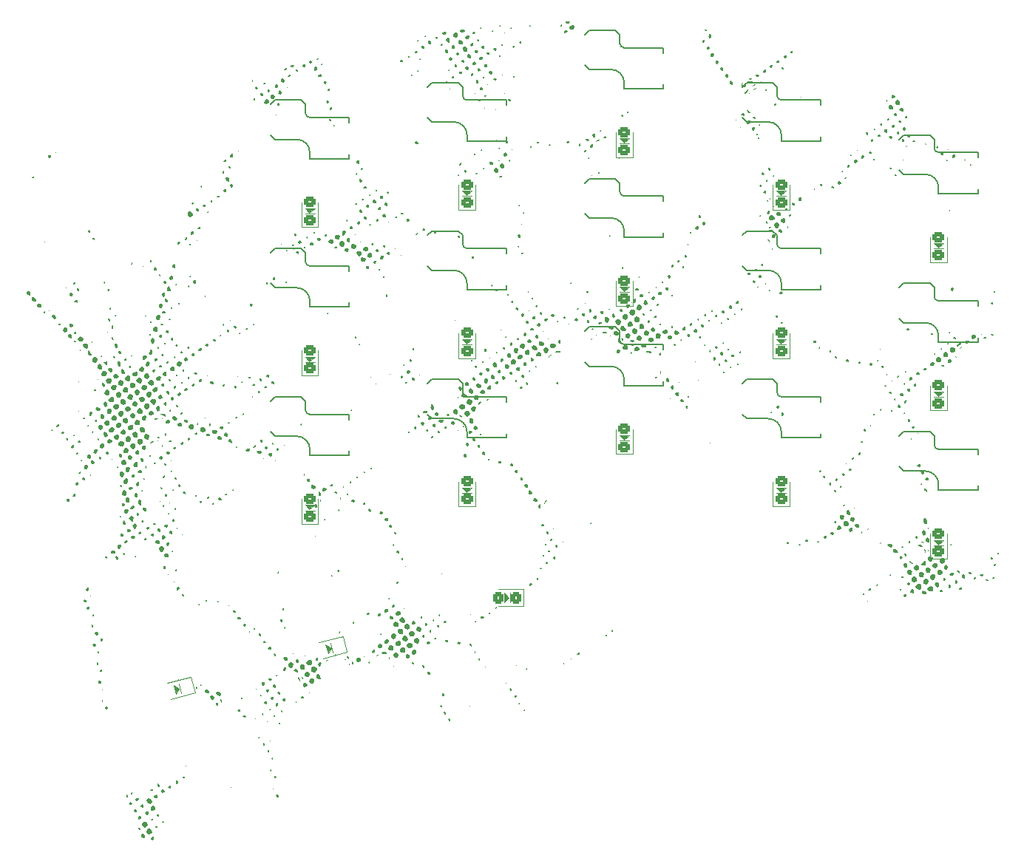
<source format=gbr>
%TF.GenerationSoftware,KiCad,Pcbnew,6.0.7*%
%TF.CreationDate,2023-01-29T15:54:58+00:00*%
%TF.ProjectId,rknt36-rounded,726b6e74-3336-42d7-926f-756e6465642e,rev?*%
%TF.SameCoordinates,Original*%
%TF.FileFunction,Legend,Bot*%
%TF.FilePolarity,Positive*%
%FSLAX46Y46*%
G04 Gerber Fmt 4.6, Leading zero omitted, Abs format (unit mm)*
G04 Created by KiCad (PCBNEW 6.0.7) date 2023-01-29 15:54:58*
%MOMM*%
%LPD*%
G01*
G04 APERTURE LIST*
G04 Aperture macros list*
%AMRoundRect*
0 Rectangle with rounded corners*
0 $1 Rounding radius*
0 $2 $3 $4 $5 $6 $7 $8 $9 X,Y pos of 4 corners*
0 Add a 4 corners polygon primitive as box body*
4,1,4,$2,$3,$4,$5,$6,$7,$8,$9,$2,$3,0*
0 Add four circle primitives for the rounded corners*
1,1,$1+$1,$2,$3*
1,1,$1+$1,$4,$5*
1,1,$1+$1,$6,$7*
1,1,$1+$1,$8,$9*
0 Add four rect primitives between the rounded corners*
20,1,$1+$1,$2,$3,$4,$5,0*
20,1,$1+$1,$4,$5,$6,$7,0*
20,1,$1+$1,$6,$7,$8,$9,0*
20,1,$1+$1,$8,$9,$2,$3,0*%
G04 Aperture macros list end*
%ADD10C,0.150000*%
%ADD11C,0.120000*%
%ADD12C,0.020000*%
%ADD13C,1.701800*%
%ADD14C,3.000000*%
%ADD15C,3.429000*%
%ADD16R,2.600000X2.600000*%
%ADD17C,2.032000*%
%ADD18R,1.700000X1.700000*%
%ADD19O,1.700000X1.700000*%
%ADD20C,0.990600*%
%ADD21C,2.500000*%
%ADD22C,3.800000*%
%ADD23C,0.800000*%
%ADD24O,2.000000X1.600000*%
%ADD25C,1.397000*%
%ADD26RoundRect,0.250000X0.450000X-0.325000X0.450000X0.325000X-0.450000X0.325000X-0.450000X-0.325000X0*%
%ADD27RoundRect,0.250000X0.325000X0.450000X-0.325000X0.450000X-0.325000X-0.450000X0.325000X-0.450000X0*%
%ADD28O,2.750000X1.800000*%
%ADD29RoundRect,0.250000X0.197457X0.518783X-0.430394X0.350550X-0.197457X-0.518783X0.430394X-0.350550X0*%
G04 APERTURE END LIST*
D10*
%TO.C,SW9*%
X175000000Y-70500000D02*
X175000000Y-70000000D01*
X166000000Y-67800000D02*
X166500000Y-68300000D01*
X175000000Y-65800000D02*
X170500000Y-65800000D01*
X175000000Y-66400000D02*
X175000000Y-65800000D01*
X166000000Y-64300000D02*
X166500000Y-63800000D01*
X170500000Y-70500000D02*
X175000000Y-70500000D01*
X166500000Y-68300000D02*
X169000000Y-68300000D01*
X170500000Y-69800000D02*
X170500000Y-70500000D01*
X166500000Y-63800000D02*
X169500000Y-63800000D01*
X169500000Y-63800000D02*
X170000000Y-64300000D01*
X170000000Y-65300000D02*
X170000000Y-64300000D01*
X170000000Y-65300000D02*
G75*
G03*
X170500000Y-65800000I500000J0D01*
G01*
X170500000Y-69800000D02*
G75*
G03*
X169000000Y-68300000I-1500000J0D01*
G01*
%TO.C,SW15*%
X188500000Y-92800000D02*
X188500000Y-93500000D01*
X184500000Y-86800000D02*
X187500000Y-86800000D01*
X193000000Y-88800000D02*
X188500000Y-88800000D01*
X184000000Y-87300000D02*
X184500000Y-86800000D01*
X193000000Y-93500000D02*
X193000000Y-93000000D01*
X184000000Y-90800000D02*
X184500000Y-91300000D01*
X188000000Y-88300000D02*
X188000000Y-87300000D01*
X184500000Y-91300000D02*
X187000000Y-91300000D01*
X188500000Y-93500000D02*
X193000000Y-93500000D01*
X187500000Y-86800000D02*
X188000000Y-87300000D01*
X193000000Y-89400000D02*
X193000000Y-88800000D01*
X188500000Y-92800000D02*
G75*
G03*
X187000000Y-91300000I-1500000J0D01*
G01*
X188000000Y-88300000D02*
G75*
G03*
X188500000Y-88800000I500000J0D01*
G01*
%TO.C,SW14*%
X175000000Y-87500000D02*
X175000000Y-87000000D01*
X170500000Y-86800000D02*
X170500000Y-87500000D01*
X170000000Y-82300000D02*
X170000000Y-81300000D01*
X166500000Y-85300000D02*
X169000000Y-85300000D01*
X170500000Y-87500000D02*
X175000000Y-87500000D01*
X175000000Y-82800000D02*
X170500000Y-82800000D01*
X175000000Y-83400000D02*
X175000000Y-82800000D01*
X166000000Y-84800000D02*
X166500000Y-85300000D01*
X166500000Y-80800000D02*
X169500000Y-80800000D01*
X169500000Y-80800000D02*
X170000000Y-81300000D01*
X166000000Y-81300000D02*
X166500000Y-80800000D01*
X170000000Y-82300000D02*
G75*
G03*
X170500000Y-82800000I500000J0D01*
G01*
X170500000Y-86800000D02*
G75*
G03*
X169000000Y-85300000I-1500000J0D01*
G01*
%TO.C,SW6*%
X121000000Y-72500000D02*
X121000000Y-72000000D01*
X112500000Y-65800000D02*
X115500000Y-65800000D01*
X112500000Y-70300000D02*
X115000000Y-70300000D01*
X115500000Y-65800000D02*
X116000000Y-66300000D01*
X121000000Y-68400000D02*
X121000000Y-67800000D01*
X121000000Y-67800000D02*
X116500000Y-67800000D01*
X112000000Y-69800000D02*
X112500000Y-70300000D01*
X116500000Y-72500000D02*
X121000000Y-72500000D01*
X116000000Y-67300000D02*
X116000000Y-66300000D01*
X112000000Y-66300000D02*
X112500000Y-65800000D01*
X116500000Y-71800000D02*
X116500000Y-72500000D01*
X116500000Y-71800000D02*
G75*
G03*
X115000000Y-70300000I-1500000J0D01*
G01*
X116000000Y-67300000D02*
G75*
G03*
X116500000Y-67800000I500000J0D01*
G01*
%TO.C,SW4*%
X166000000Y-50800000D02*
X166500000Y-51300000D01*
X169500000Y-46800000D02*
X170000000Y-47300000D01*
X170000000Y-48300000D02*
X170000000Y-47300000D01*
X175000000Y-49400000D02*
X175000000Y-48800000D01*
X170500000Y-53500000D02*
X175000000Y-53500000D01*
X175000000Y-48800000D02*
X170500000Y-48800000D01*
X170500000Y-52800000D02*
X170500000Y-53500000D01*
X166500000Y-46800000D02*
X169500000Y-46800000D01*
X175000000Y-53500000D02*
X175000000Y-53000000D01*
X166500000Y-51300000D02*
X169000000Y-51300000D01*
X166000000Y-47300000D02*
X166500000Y-46800000D01*
X170500000Y-52800000D02*
G75*
G03*
X169000000Y-51300000I-1500000J0D01*
G01*
X170000000Y-48300000D02*
G75*
G03*
X170500000Y-48800000I500000J0D01*
G01*
%TO.C,SW13*%
X151500000Y-74800000D02*
X152000000Y-75300000D01*
X152500000Y-81500000D02*
X157000000Y-81500000D01*
X157000000Y-81500000D02*
X157000000Y-81000000D01*
X148000000Y-78800000D02*
X148500000Y-79300000D01*
X157000000Y-76800000D02*
X152500000Y-76800000D01*
X148500000Y-74800000D02*
X151500000Y-74800000D01*
X157000000Y-77400000D02*
X157000000Y-76800000D01*
X148500000Y-79300000D02*
X151000000Y-79300000D01*
X152500000Y-80800000D02*
X152500000Y-81500000D01*
X148000000Y-75300000D02*
X148500000Y-74800000D01*
X152000000Y-76300000D02*
X152000000Y-75300000D01*
X152500000Y-80800000D02*
G75*
G03*
X151000000Y-79300000I-1500000J0D01*
G01*
X152000000Y-76300000D02*
G75*
G03*
X152500000Y-76800000I500000J0D01*
G01*
%TO.C,SW8*%
X152000000Y-59300000D02*
X152000000Y-58300000D01*
X152500000Y-63800000D02*
X152500000Y-64500000D01*
X152500000Y-64500000D02*
X157000000Y-64500000D01*
X148000000Y-58300000D02*
X148500000Y-57800000D01*
X157000000Y-60400000D02*
X157000000Y-59800000D01*
X148500000Y-57800000D02*
X151500000Y-57800000D01*
X157000000Y-59800000D02*
X152500000Y-59800000D01*
X148000000Y-61800000D02*
X148500000Y-62300000D01*
X148500000Y-62300000D02*
X151000000Y-62300000D01*
X157000000Y-64500000D02*
X157000000Y-64000000D01*
X151500000Y-57800000D02*
X152000000Y-58300000D01*
X152000000Y-59300000D02*
G75*
G03*
X152500000Y-59800000I500000J0D01*
G01*
X152500000Y-63800000D02*
G75*
G03*
X151000000Y-62300000I-1500000J0D01*
G01*
%TO.C,SW3*%
X152500000Y-46800000D02*
X152500000Y-47500000D01*
X151500000Y-40800000D02*
X152000000Y-41300000D01*
X157000000Y-47500000D02*
X157000000Y-47000000D01*
X148000000Y-41300000D02*
X148500000Y-40800000D01*
X157000000Y-43400000D02*
X157000000Y-42800000D01*
X148500000Y-40800000D02*
X151500000Y-40800000D01*
X152000000Y-42300000D02*
X152000000Y-41300000D01*
X148000000Y-44800000D02*
X148500000Y-45300000D01*
X148500000Y-45300000D02*
X151000000Y-45300000D01*
X157000000Y-42800000D02*
X152500000Y-42800000D01*
X152500000Y-47500000D02*
X157000000Y-47500000D01*
X152000000Y-42300000D02*
G75*
G03*
X152500000Y-42800000I500000J0D01*
G01*
X152500000Y-46800000D02*
G75*
G03*
X151000000Y-45300000I-1500000J0D01*
G01*
%TO.C,SW1*%
X112000000Y-52800000D02*
X112500000Y-53300000D01*
X121000000Y-55500000D02*
X121000000Y-55000000D01*
X121000000Y-50800000D02*
X116500000Y-50800000D01*
X112500000Y-48800000D02*
X115500000Y-48800000D01*
X115500000Y-48800000D02*
X116000000Y-49300000D01*
X112000000Y-49300000D02*
X112500000Y-48800000D01*
X116500000Y-54800000D02*
X116500000Y-55500000D01*
X112500000Y-53300000D02*
X115000000Y-53300000D01*
X116000000Y-50300000D02*
X116000000Y-49300000D01*
X121000000Y-51400000D02*
X121000000Y-50800000D01*
X116500000Y-55500000D02*
X121000000Y-55500000D01*
X116000000Y-50300000D02*
G75*
G03*
X116500000Y-50800000I500000J0D01*
G01*
X116500000Y-54800000D02*
G75*
G03*
X115000000Y-53300000I-1500000J0D01*
G01*
%TO.C,SW12*%
X139000000Y-83400000D02*
X139000000Y-82800000D01*
X130500000Y-85300000D02*
X133000000Y-85300000D01*
X133500000Y-80800000D02*
X134000000Y-81300000D01*
X134500000Y-87500000D02*
X139000000Y-87500000D01*
X139000000Y-82800000D02*
X134500000Y-82800000D01*
X134500000Y-86800000D02*
X134500000Y-87500000D01*
X134000000Y-82300000D02*
X134000000Y-81300000D01*
X130500000Y-80800000D02*
X133500000Y-80800000D01*
X130000000Y-81300000D02*
X130500000Y-80800000D01*
X139000000Y-87500000D02*
X139000000Y-87000000D01*
X130000000Y-84800000D02*
X130500000Y-85300000D01*
X134000000Y-82300000D02*
G75*
G03*
X134500000Y-82800000I500000J0D01*
G01*
X134500000Y-86800000D02*
G75*
G03*
X133000000Y-85300000I-1500000J0D01*
G01*
%TO.C,SW5*%
X193000000Y-59500000D02*
X193000000Y-59000000D01*
X193000000Y-55400000D02*
X193000000Y-54800000D01*
X184000000Y-53300000D02*
X184500000Y-52800000D01*
X184500000Y-52800000D02*
X187500000Y-52800000D01*
X188000000Y-54300000D02*
X188000000Y-53300000D01*
X188500000Y-58800000D02*
X188500000Y-59500000D01*
X184000000Y-56800000D02*
X184500000Y-57300000D01*
X193000000Y-54800000D02*
X188500000Y-54800000D01*
X187500000Y-52800000D02*
X188000000Y-53300000D01*
X184500000Y-57300000D02*
X187000000Y-57300000D01*
X188500000Y-59500000D02*
X193000000Y-59500000D01*
X188500000Y-58800000D02*
G75*
G03*
X187000000Y-57300000I-1500000J0D01*
G01*
X188000000Y-54300000D02*
G75*
G03*
X188500000Y-54800000I500000J0D01*
G01*
%TO.C,SW10*%
X193000000Y-76500000D02*
X193000000Y-76000000D01*
X184000000Y-70300000D02*
X184500000Y-69800000D01*
X188500000Y-75800000D02*
X188500000Y-76500000D01*
X193000000Y-71800000D02*
X188500000Y-71800000D01*
X187500000Y-69800000D02*
X188000000Y-70300000D01*
X184000000Y-73800000D02*
X184500000Y-74300000D01*
X188500000Y-76500000D02*
X193000000Y-76500000D01*
X188000000Y-71300000D02*
X188000000Y-70300000D01*
X184500000Y-74300000D02*
X187000000Y-74300000D01*
X193000000Y-72400000D02*
X193000000Y-71800000D01*
X184500000Y-69800000D02*
X187500000Y-69800000D01*
X188500000Y-75800000D02*
G75*
G03*
X187000000Y-74300000I-1500000J0D01*
G01*
X188000000Y-71300000D02*
G75*
G03*
X188500000Y-71800000I500000J0D01*
G01*
%TO.C,SW2*%
X139000000Y-48800000D02*
X134500000Y-48800000D01*
X130500000Y-51300000D02*
X133000000Y-51300000D01*
X130000000Y-50800000D02*
X130500000Y-51300000D01*
X130000000Y-47300000D02*
X130500000Y-46800000D01*
X133500000Y-46800000D02*
X134000000Y-47300000D01*
X139000000Y-49400000D02*
X139000000Y-48800000D01*
X139000000Y-53500000D02*
X139000000Y-53000000D01*
X134500000Y-53500000D02*
X139000000Y-53500000D01*
X134000000Y-48300000D02*
X134000000Y-47300000D01*
X134500000Y-52800000D02*
X134500000Y-53500000D01*
X130500000Y-46800000D02*
X133500000Y-46800000D01*
X134500000Y-52800000D02*
G75*
G03*
X133000000Y-51300000I-1500000J0D01*
G01*
X134000000Y-48300000D02*
G75*
G03*
X134500000Y-48800000I500000J0D01*
G01*
%TO.C,SW11*%
X116500000Y-88800000D02*
X116500000Y-89500000D01*
X112500000Y-82800000D02*
X115500000Y-82800000D01*
X112500000Y-87300000D02*
X115000000Y-87300000D01*
X121000000Y-84800000D02*
X116500000Y-84800000D01*
X121000000Y-89500000D02*
X121000000Y-89000000D01*
X115500000Y-82800000D02*
X116000000Y-83300000D01*
X121000000Y-85400000D02*
X121000000Y-84800000D01*
X116000000Y-84300000D02*
X116000000Y-83300000D01*
X116500000Y-89500000D02*
X121000000Y-89500000D01*
X112000000Y-86800000D02*
X112500000Y-87300000D01*
X112000000Y-83300000D02*
X112500000Y-82800000D01*
X116000000Y-84300000D02*
G75*
G03*
X116500000Y-84800000I500000J0D01*
G01*
X116500000Y-88800000D02*
G75*
G03*
X115000000Y-87300000I-1500000J0D01*
G01*
%TO.C,SW7*%
X130500000Y-68300000D02*
X133000000Y-68300000D01*
X133500000Y-63800000D02*
X134000000Y-64300000D01*
X139000000Y-70500000D02*
X139000000Y-70000000D01*
X130500000Y-63800000D02*
X133500000Y-63800000D01*
X134500000Y-70500000D02*
X139000000Y-70500000D01*
X130000000Y-67800000D02*
X130500000Y-68300000D01*
X134500000Y-69800000D02*
X134500000Y-70500000D01*
X130000000Y-64300000D02*
X130500000Y-63800000D01*
X134000000Y-65300000D02*
X134000000Y-64300000D01*
X139000000Y-66400000D02*
X139000000Y-65800000D01*
X139000000Y-65800000D02*
X134500000Y-65800000D01*
X134500000Y-69800000D02*
G75*
G03*
X133000000Y-68300000I-1500000J0D01*
G01*
X134000000Y-65300000D02*
G75*
G03*
X134500000Y-65800000I500000J0D01*
G01*
D11*
%TO.C,D12*%
X115540000Y-80360000D02*
X115540000Y-77500000D01*
X115950000Y-78800000D02*
X117050000Y-78800000D01*
X117460000Y-80360000D02*
X115540000Y-80360000D01*
X117460000Y-77500000D02*
X117460000Y-80360000D01*
G36*
X116450000Y-78700000D02*
G01*
X115950000Y-78200000D01*
X117050000Y-78200000D01*
X116450000Y-78700000D01*
G37*
X116450000Y-78700000D02*
X115950000Y-78200000D01*
X117050000Y-78200000D01*
X116450000Y-78700000D01*
%TO.C,D18*%
X171460000Y-78360000D02*
X169540000Y-78360000D01*
X169950000Y-76800000D02*
X171050000Y-76800000D01*
X171460000Y-75500000D02*
X171460000Y-78360000D01*
X169540000Y-78360000D02*
X169540000Y-75500000D01*
G36*
X170450000Y-76700000D02*
G01*
X169950000Y-76200000D01*
X171050000Y-76200000D01*
X170450000Y-76700000D01*
G37*
X170450000Y-76700000D02*
X169950000Y-76200000D01*
X171050000Y-76200000D01*
X170450000Y-76700000D01*
%TO.C,D36*%
X140960000Y-106760000D02*
X138100000Y-106760000D01*
X140960000Y-104840000D02*
X140960000Y-106760000D01*
X138100000Y-104840000D02*
X140960000Y-104840000D01*
X139400000Y-106350000D02*
X139400000Y-105250000D01*
G36*
X139300000Y-105850000D02*
G01*
X138800000Y-106350000D01*
X138800000Y-105250000D01*
X139300000Y-105850000D01*
G37*
X139300000Y-105850000D02*
X138800000Y-106350000D01*
X138800000Y-105250000D01*
X139300000Y-105850000D01*
%TO.C,D14*%
X133950000Y-76800000D02*
X135050000Y-76800000D01*
X135460000Y-75500000D02*
X135460000Y-78360000D01*
X133540000Y-78360000D02*
X133540000Y-75500000D01*
X135460000Y-78360000D02*
X133540000Y-78360000D01*
G36*
X134450000Y-76700000D02*
G01*
X133950000Y-76200000D01*
X135050000Y-76200000D01*
X134450000Y-76700000D01*
G37*
X134450000Y-76700000D02*
X133950000Y-76200000D01*
X135050000Y-76200000D01*
X134450000Y-76700000D01*
%TO.C,D30*%
X189460000Y-98500000D02*
X189460000Y-101360000D01*
X187950000Y-99800000D02*
X189050000Y-99800000D01*
X189460000Y-101360000D02*
X187540000Y-101360000D01*
X187540000Y-101360000D02*
X187540000Y-98500000D01*
G36*
X188450000Y-99700000D02*
G01*
X187950000Y-99200000D01*
X189050000Y-99200000D01*
X188450000Y-99700000D01*
G37*
X188450000Y-99700000D02*
X187950000Y-99200000D01*
X189050000Y-99200000D01*
X188450000Y-99700000D01*
%TO.C,D8*%
X171460000Y-61360000D02*
X169540000Y-61360000D01*
X169540000Y-61360000D02*
X169540000Y-58500000D01*
X171460000Y-58500000D02*
X171460000Y-61360000D01*
X169950000Y-59800000D02*
X171050000Y-59800000D01*
G36*
X170450000Y-59700000D02*
G01*
X169950000Y-59200000D01*
X171050000Y-59200000D01*
X170450000Y-59700000D01*
G37*
X170450000Y-59700000D02*
X169950000Y-59200000D01*
X171050000Y-59200000D01*
X170450000Y-59700000D01*
%TO.C,D6*%
X153460000Y-52500000D02*
X153460000Y-55360000D01*
X151540000Y-55360000D02*
X151540000Y-52500000D01*
X151950000Y-53800000D02*
X153050000Y-53800000D01*
X153460000Y-55360000D02*
X151540000Y-55360000D01*
G36*
X152450000Y-53700000D02*
G01*
X151950000Y-53200000D01*
X153050000Y-53200000D01*
X152450000Y-53700000D01*
G37*
X152450000Y-53700000D02*
X151950000Y-53200000D01*
X153050000Y-53200000D01*
X152450000Y-53700000D01*
%TO.C,D10*%
X189460000Y-64500000D02*
X189460000Y-67360000D01*
X189460000Y-67360000D02*
X187540000Y-67360000D01*
X187540000Y-67360000D02*
X187540000Y-64500000D01*
X187950000Y-65800000D02*
X189050000Y-65800000D01*
G36*
X188450000Y-65700000D02*
G01*
X187950000Y-65200000D01*
X189050000Y-65200000D01*
X188450000Y-65700000D01*
G37*
X188450000Y-65700000D02*
X187950000Y-65200000D01*
X189050000Y-65200000D01*
X188450000Y-65700000D01*
%TO.C,D28*%
X171460000Y-95360000D02*
X169540000Y-95360000D01*
X169950000Y-93800000D02*
X171050000Y-93800000D01*
X171460000Y-92500000D02*
X171460000Y-95360000D01*
X169540000Y-95360000D02*
X169540000Y-92500000D01*
G36*
X170450000Y-93700000D02*
G01*
X169950000Y-93200000D01*
X171050000Y-93200000D01*
X170450000Y-93700000D01*
G37*
X170450000Y-93700000D02*
X169950000Y-93200000D01*
X171050000Y-93200000D01*
X170450000Y-93700000D01*
%TO.C,D4*%
X133950000Y-59800000D02*
X135050000Y-59800000D01*
X135460000Y-58500000D02*
X135460000Y-61360000D01*
X133540000Y-61360000D02*
X133540000Y-58500000D01*
X135460000Y-61360000D02*
X133540000Y-61360000D01*
G36*
X134450000Y-59700000D02*
G01*
X133950000Y-59200000D01*
X135050000Y-59200000D01*
X134450000Y-59700000D01*
G37*
X134450000Y-59700000D02*
X133950000Y-59200000D01*
X135050000Y-59200000D01*
X134450000Y-59700000D01*
%TO.C,D26*%
X151950000Y-87800000D02*
X153050000Y-87800000D01*
X153460000Y-89360000D02*
X151540000Y-89360000D01*
X151540000Y-89360000D02*
X151540000Y-86500000D01*
X153460000Y-86500000D02*
X153460000Y-89360000D01*
G36*
X152450000Y-87700000D02*
G01*
X151950000Y-87200000D01*
X153050000Y-87200000D01*
X152450000Y-87700000D01*
G37*
X152450000Y-87700000D02*
X151950000Y-87200000D01*
X153050000Y-87200000D01*
X152450000Y-87700000D01*
%TO.C,D22*%
X117460000Y-94500000D02*
X117460000Y-97360000D01*
X117460000Y-97360000D02*
X115540000Y-97360000D01*
X115950000Y-95800000D02*
X117050000Y-95800000D01*
X115540000Y-97360000D02*
X115540000Y-94500000D01*
G36*
X116450000Y-95700000D02*
G01*
X115950000Y-95200000D01*
X117050000Y-95200000D01*
X116450000Y-95700000D01*
G37*
X116450000Y-95700000D02*
X115950000Y-95200000D01*
X117050000Y-95200000D01*
X116450000Y-95700000D01*
%TO.C,D2*%
X117460000Y-63360000D02*
X115540000Y-63360000D01*
X115540000Y-63360000D02*
X115540000Y-60500000D01*
X117460000Y-60500000D02*
X117460000Y-63360000D01*
X115950000Y-61800000D02*
X117050000Y-61800000D01*
G36*
X116450000Y-61700000D02*
G01*
X115950000Y-61200000D01*
X117050000Y-61200000D01*
X116450000Y-61700000D01*
G37*
X116450000Y-61700000D02*
X115950000Y-61200000D01*
X117050000Y-61200000D01*
X116450000Y-61700000D01*
%TO.C,D16*%
X151540000Y-72360000D02*
X151540000Y-69500000D01*
X153460000Y-69500000D02*
X153460000Y-72360000D01*
X153460000Y-72360000D02*
X151540000Y-72360000D01*
X151950000Y-70800000D02*
X153050000Y-70800000D01*
G36*
X152450000Y-70700000D02*
G01*
X151950000Y-70200000D01*
X153050000Y-70200000D01*
X152450000Y-70700000D01*
G37*
X152450000Y-70700000D02*
X151950000Y-70200000D01*
X153050000Y-70200000D01*
X152450000Y-70700000D01*
%TO.C,G\u002A\u002A\u002A*%
G36*
X133188047Y-73989111D02*
G01*
X133201292Y-74014577D01*
X133131602Y-74045556D01*
X133086780Y-74039445D01*
X133075158Y-73989111D01*
X133087567Y-73978978D01*
X133188047Y-73989111D01*
G37*
G36*
X165612147Y-71766550D02*
G01*
X165641210Y-71866141D01*
X165632196Y-72015492D01*
X165587158Y-72126444D01*
X165545322Y-72158278D01*
X165389848Y-72170779D01*
X165274813Y-72057180D01*
X165273699Y-72054082D01*
X165306148Y-71929443D01*
X165434500Y-71811774D01*
X165595703Y-71759556D01*
X165612147Y-71766550D01*
G37*
G36*
X103283209Y-77799157D02*
G01*
X103328935Y-77920222D01*
X103320001Y-78013889D01*
X103269564Y-78140705D01*
X103146484Y-78187416D01*
X103010178Y-78126118D01*
X102947935Y-77981396D01*
X102979118Y-77870285D01*
X103138435Y-77786167D01*
X103283209Y-77799157D01*
G37*
G36*
X153487190Y-76670309D02*
G01*
X153686257Y-76680488D01*
X153749287Y-76717906D01*
X153705602Y-76797222D01*
X153629143Y-76863155D01*
X153451602Y-76924222D01*
X153359036Y-76905642D01*
X153197602Y-76797222D01*
X153187391Y-76784621D01*
X153155339Y-76711292D01*
X153233635Y-76678046D01*
X153451602Y-76670222D01*
X153487190Y-76670309D01*
G37*
G36*
X166398918Y-49442833D02*
G01*
X166392931Y-49528707D01*
X166354449Y-49553958D01*
X166337672Y-49524004D01*
X166347765Y-49391681D01*
X166378241Y-49352491D01*
X166398918Y-49442833D01*
G37*
G36*
X92406935Y-68965556D02*
G01*
X92400825Y-69010378D01*
X92350491Y-69022000D01*
X92340358Y-69009591D01*
X92350491Y-68909111D01*
X92375957Y-68895865D01*
X92406935Y-68965556D01*
G37*
G36*
X120898442Y-65774684D02*
G01*
X120992841Y-65888014D01*
X120940539Y-66085139D01*
X120857108Y-66194899D01*
X120693096Y-66248603D01*
X120525175Y-66139954D01*
X120517851Y-66130776D01*
X120466184Y-65957076D01*
X120547816Y-65810143D01*
X120731997Y-65748222D01*
X120898442Y-65774684D01*
G37*
G36*
X132537940Y-119652608D02*
G01*
X132608644Y-119793738D01*
X132604537Y-119871410D01*
X132502810Y-119934889D01*
X132423387Y-119904048D01*
X132369602Y-119758500D01*
X132374276Y-119707853D01*
X132440112Y-119621074D01*
X132537940Y-119652608D01*
G37*
G36*
X186386935Y-101350556D02*
G01*
X186344602Y-101392889D01*
X186302269Y-101350556D01*
X186344602Y-101308222D01*
X186386935Y-101350556D01*
G37*
G36*
X101077498Y-67647266D02*
G01*
X101127602Y-67831614D01*
X101094900Y-67979424D01*
X100963266Y-68034222D01*
X100829939Y-68011868D01*
X100736412Y-67897404D01*
X100786312Y-67700458D01*
X100830024Y-67637277D01*
X100961266Y-67575939D01*
X101077498Y-67647266D01*
G37*
G36*
X160296039Y-74329977D02*
G01*
X160309602Y-74468889D01*
X160281773Y-74578354D01*
X160140269Y-74638222D01*
X160116694Y-74637192D01*
X159993104Y-74571538D01*
X159986308Y-74452984D01*
X160104860Y-74350947D01*
X160218788Y-74311712D01*
X160296039Y-74329977D01*
G37*
G36*
X93888631Y-82784697D02*
G01*
X94033539Y-82887942D01*
X94100117Y-83087314D01*
X94067288Y-83322713D01*
X93997918Y-83401332D01*
X93833874Y-83427428D01*
X93644469Y-83373571D01*
X93488042Y-83259484D01*
X93422935Y-83104889D01*
X93425581Y-83079236D01*
X93519225Y-82933091D01*
X93694133Y-82817249D01*
X93877989Y-82782883D01*
X93888631Y-82784697D01*
G37*
G36*
X147165102Y-73818808D02*
G01*
X147219126Y-73875576D01*
X147264942Y-73970783D01*
X147186269Y-74047321D01*
X147115886Y-74088096D01*
X147016935Y-74127629D01*
X146977736Y-74116433D01*
X146847602Y-74047321D01*
X146801814Y-74015181D01*
X146771905Y-73938659D01*
X146868769Y-73818808D01*
X146948789Y-73744035D01*
X147043975Y-73718489D01*
X147165102Y-73818808D01*
G37*
G36*
X93473555Y-85515835D02*
G01*
X93576557Y-85672310D01*
X93557453Y-85941411D01*
X93550592Y-85968298D01*
X93495922Y-86107916D01*
X93397213Y-86143556D01*
X93195959Y-86101056D01*
X93053225Y-86027604D01*
X92958964Y-85866639D01*
X92974980Y-85685174D01*
X93092205Y-85536911D01*
X93301572Y-85475556D01*
X93473555Y-85515835D01*
G37*
G36*
X114745459Y-44824688D02*
G01*
X114675967Y-44960509D01*
X114609006Y-45026753D01*
X114429683Y-45081648D01*
X114257256Y-44970171D01*
X114220971Y-44914638D01*
X114250305Y-44846231D01*
X114422277Y-44792781D01*
X114441021Y-44788760D01*
X114666313Y-44766889D01*
X114745459Y-44824688D01*
G37*
G36*
X161723607Y-62723274D02*
G01*
X161777714Y-62808771D01*
X161785321Y-62981524D01*
X161739942Y-63054638D01*
X161610220Y-63123556D01*
X161609037Y-63123552D01*
X161476377Y-63057009D01*
X161433244Y-62905327D01*
X161499357Y-62737228D01*
X161510086Y-62724497D01*
X161612764Y-62651816D01*
X161723607Y-62723274D01*
G37*
G36*
X95077332Y-91357846D02*
G01*
X95217699Y-91492238D01*
X95269592Y-91680656D01*
X95197560Y-91871956D01*
X95129804Y-91935930D01*
X94995835Y-91994889D01*
X94889490Y-91967420D01*
X94760802Y-91834569D01*
X94697965Y-91645675D01*
X94716378Y-91461738D01*
X94831444Y-91343757D01*
X94883943Y-91328627D01*
X95077332Y-91357846D01*
G37*
G36*
X140791575Y-81618615D02*
G01*
X140839221Y-81729409D01*
X140778060Y-81864875D01*
X140720070Y-81899024D01*
X140598547Y-81870353D01*
X140539935Y-81744326D01*
X140562147Y-81677686D01*
X140688102Y-81597007D01*
X140791575Y-81618615D01*
G37*
G36*
X92633052Y-89741722D02*
G01*
X92623162Y-89870845D01*
X92600191Y-89901215D01*
X92491602Y-89962889D01*
X92411729Y-89936106D01*
X92349976Y-89818089D01*
X92397379Y-89684578D01*
X92420604Y-89665552D01*
X92543473Y-89655092D01*
X92633052Y-89741722D01*
G37*
G36*
X93761602Y-87676889D02*
G01*
X93901488Y-87783820D01*
X93901421Y-87905985D01*
X93740435Y-88055014D01*
X93520600Y-88157193D01*
X93353030Y-88124854D01*
X93269631Y-87956919D01*
X93271142Y-87868835D01*
X93367841Y-87708806D01*
X93549746Y-87634340D01*
X93761602Y-87676889D01*
G37*
G36*
X131603471Y-85391443D02*
G01*
X131806926Y-85438187D01*
X131861922Y-85550026D01*
X131760002Y-85712622D01*
X131672414Y-85775652D01*
X131459933Y-85803391D01*
X131272014Y-85690931D01*
X131255185Y-85669399D01*
X131211302Y-85522029D01*
X131319986Y-85425513D01*
X131570266Y-85390889D01*
X131603471Y-85391443D01*
G37*
G36*
X91832242Y-64619060D02*
G01*
X91898935Y-64737219D01*
X91897307Y-64758406D01*
X91824648Y-64811926D01*
X91657063Y-64741509D01*
X91597253Y-64687242D01*
X91635896Y-64610809D01*
X91691729Y-64589112D01*
X91832242Y-64619060D01*
G37*
G36*
X143737274Y-73864694D02*
G01*
X143778515Y-73941188D01*
X143714900Y-74087932D01*
X143691566Y-74113473D01*
X143533336Y-74194241D01*
X143393899Y-74152993D01*
X143333935Y-74003222D01*
X143335828Y-73976181D01*
X143421137Y-73843017D01*
X143579698Y-73797355D01*
X143737274Y-73864694D01*
G37*
G36*
X98364484Y-67133730D02*
G01*
X98418269Y-67279278D01*
X98413595Y-67329925D01*
X98347759Y-67416704D01*
X98249931Y-67385170D01*
X98179227Y-67244039D01*
X98183334Y-67166368D01*
X98285061Y-67102889D01*
X98364484Y-67133730D01*
G37*
G36*
X102460507Y-85459967D02*
G01*
X102551657Y-85624587D01*
X102553836Y-85642426D01*
X102519324Y-85785384D01*
X102388243Y-85803467D01*
X102180951Y-85692922D01*
X102180488Y-85692580D01*
X102073449Y-85576502D01*
X102113442Y-85473315D01*
X102122668Y-85464388D01*
X102293806Y-85398384D01*
X102460507Y-85459967D01*
G37*
G36*
X132779894Y-43941712D02*
G01*
X132841281Y-44007990D01*
X132868862Y-44100867D01*
X132759296Y-44203018D01*
X132626173Y-44274888D01*
X132499292Y-44247205D01*
X132454269Y-44073556D01*
X132494433Y-43911580D01*
X132616596Y-43850768D01*
X132779894Y-43941712D01*
G37*
G36*
X168792359Y-47554441D02*
G01*
X168860935Y-47629556D01*
X168846607Y-47668505D01*
X168733935Y-47714222D01*
X168675512Y-47704670D01*
X168606935Y-47629556D01*
X168621264Y-47590606D01*
X168733935Y-47544889D01*
X168792359Y-47554441D01*
G37*
G36*
X129972369Y-84421857D02*
G01*
X129998935Y-84544222D01*
X129989538Y-84632692D01*
X129914678Y-84698776D01*
X129723769Y-84697753D01*
X129527344Y-84649046D01*
X129448602Y-84544222D01*
X129513101Y-84447346D01*
X129723769Y-84390691D01*
X129860352Y-84383671D01*
X129972369Y-84421857D01*
G37*
G36*
X137919198Y-77637285D02*
G01*
X138026394Y-77765597D01*
X138031031Y-77816568D01*
X137952310Y-77839681D01*
X137911339Y-77819826D01*
X137804144Y-77691514D01*
X137799506Y-77640543D01*
X137878227Y-77617431D01*
X137919198Y-77637285D01*
G37*
G36*
X135455770Y-111967420D02*
G01*
X135502269Y-112108219D01*
X135491415Y-112205623D01*
X135449335Y-112207503D01*
X135393040Y-112060772D01*
X135382229Y-111965860D01*
X135425498Y-111938769D01*
X135455770Y-111967420D01*
G37*
G36*
X152864504Y-73410949D02*
G01*
X152924122Y-73596317D01*
X152871881Y-73839288D01*
X152860731Y-73863350D01*
X152763867Y-74011374D01*
X152645374Y-74025154D01*
X152454441Y-73913755D01*
X152307146Y-73772065D01*
X152287066Y-73602959D01*
X152432449Y-73413409D01*
X152540025Y-73339339D01*
X152725611Y-73314764D01*
X152864504Y-73410949D01*
G37*
G36*
X175136933Y-58406755D02*
G01*
X175212706Y-58520949D01*
X175152727Y-58666208D01*
X175092818Y-58701249D01*
X174967446Y-58666972D01*
X174887227Y-58523373D01*
X174899504Y-58429287D01*
X175035394Y-58382222D01*
X175136933Y-58406755D01*
G37*
G36*
X143033351Y-76436987D02*
G01*
X143243806Y-76528758D01*
X143283650Y-76559783D01*
X143352026Y-76670904D01*
X143296627Y-76830166D01*
X143178091Y-76963974D01*
X142968408Y-76992796D01*
X142871983Y-76974933D01*
X142759427Y-76889447D01*
X142714738Y-76691389D01*
X142707907Y-76538924D01*
X142752722Y-76438506D01*
X142889056Y-76416222D01*
X143033351Y-76436987D01*
G37*
G36*
X120849497Y-112537719D02*
G01*
X120968769Y-112638138D01*
X121024269Y-112748589D01*
X121023436Y-112759689D01*
X120949969Y-112822889D01*
X120915604Y-112815938D01*
X120802508Y-112731476D01*
X120717286Y-112606699D01*
X120713824Y-112512444D01*
X120737291Y-112501217D01*
X120849497Y-112537719D01*
G37*
G36*
X125898023Y-107933462D02*
G01*
X126042096Y-108060227D01*
X126104269Y-108227566D01*
X126063229Y-108304037D01*
X125934020Y-108320826D01*
X125775062Y-108263257D01*
X125647249Y-108142645D01*
X125599413Y-108013173D01*
X125679002Y-107914095D01*
X125735715Y-107894202D01*
X125898023Y-107933462D01*
G37*
G36*
X125332105Y-60571274D02*
G01*
X125411657Y-60732587D01*
X125398789Y-60864933D01*
X125289471Y-60920234D01*
X125097098Y-60844804D01*
X125055585Y-60808195D01*
X125023137Y-60673086D01*
X125093722Y-60550586D01*
X125236179Y-60514663D01*
X125332105Y-60571274D01*
G37*
G36*
X128520380Y-108514047D02*
G01*
X128585689Y-108613520D01*
X128595988Y-108786190D01*
X128579446Y-108819600D01*
X128445722Y-108914827D01*
X128280060Y-108907048D01*
X128164367Y-108794657D01*
X128162179Y-108683724D01*
X128251691Y-108522514D01*
X128302980Y-108473745D01*
X128405971Y-108429253D01*
X128520380Y-108514047D01*
G37*
G36*
X183053500Y-52925865D02*
G01*
X183190545Y-53019708D01*
X183254269Y-53143256D01*
X183201770Y-53192101D01*
X183042602Y-53217556D01*
X183028700Y-53217282D01*
X182872280Y-53159328D01*
X182827811Y-53040484D01*
X182919311Y-52918930D01*
X182924327Y-52916100D01*
X183053500Y-52925865D01*
G37*
G36*
X135468026Y-44453559D02*
G01*
X135515750Y-44522035D01*
X135543636Y-44631128D01*
X135446669Y-44728726D01*
X135335631Y-44799620D01*
X135195390Y-44820891D01*
X135107034Y-44701990D01*
X135106622Y-44587711D01*
X135199532Y-44426824D01*
X135273052Y-44359531D01*
X135363796Y-44339018D01*
X135468026Y-44453559D01*
G37*
G36*
X166490269Y-71420889D02*
G01*
X166484159Y-71465711D01*
X166433824Y-71477333D01*
X166423691Y-71464924D01*
X166433824Y-71364444D01*
X166459291Y-71351199D01*
X166490269Y-71420889D01*
G37*
G36*
X182394775Y-57080443D02*
G01*
X182368750Y-57191256D01*
X182328930Y-57247049D01*
X182272054Y-57270204D01*
X182293719Y-57150904D01*
X182325514Y-57089173D01*
X182384207Y-57060604D01*
X182394775Y-57080443D01*
G37*
G36*
X188101925Y-103197970D02*
G01*
X188164935Y-103371328D01*
X188146277Y-103498829D01*
X188063335Y-103661956D01*
X188021234Y-103698085D01*
X187829624Y-103759611D01*
X187648473Y-103702401D01*
X187529935Y-103556539D01*
X187526163Y-103352107D01*
X187599014Y-103224736D01*
X187763684Y-103123011D01*
X187949748Y-103114643D01*
X188101925Y-103197970D01*
G37*
G36*
X102163271Y-126309855D02*
G01*
X102172847Y-126415467D01*
X102120779Y-126489953D01*
X102003702Y-126503282D01*
X101909005Y-126385431D01*
X101923995Y-126324392D01*
X102049223Y-126284889D01*
X102163271Y-126309855D01*
G37*
G36*
X93671922Y-80681862D02*
G01*
X93804721Y-80812087D01*
X93839283Y-81007930D01*
X93757735Y-81204549D01*
X93683141Y-81279261D01*
X93539245Y-81319241D01*
X93332703Y-81239243D01*
X93222969Y-81148609D01*
X93169951Y-80979339D01*
X93231382Y-80811354D01*
X93385058Y-80690899D01*
X93608775Y-80664223D01*
X93671922Y-80681862D01*
G37*
G36*
X136800015Y-80724490D02*
G01*
X136909448Y-80862928D01*
X136930879Y-81048042D01*
X136837531Y-81227760D01*
X136817808Y-81246286D01*
X136653571Y-81313837D01*
X136519904Y-81232255D01*
X136450211Y-81019503D01*
X136462157Y-80811145D01*
X136566775Y-80701236D01*
X136629357Y-80684801D01*
X136800015Y-80724490D01*
G37*
G36*
X106344133Y-94406605D02*
G01*
X106402377Y-94515739D01*
X106408568Y-94636870D01*
X106367055Y-94675506D01*
X106217780Y-94693033D01*
X106058194Y-94631425D01*
X105969376Y-94513466D01*
X105970243Y-94429055D01*
X106056977Y-94321750D01*
X106202972Y-94308174D01*
X106344133Y-94406605D01*
G37*
G36*
X101323917Y-83710849D02*
G01*
X101435098Y-83810678D01*
X101421173Y-83956025D01*
X101341138Y-84016127D01*
X101220892Y-83979832D01*
X101142561Y-83838706D01*
X101146415Y-83762174D01*
X101243397Y-83697556D01*
X101323917Y-83710849D01*
G37*
G36*
X163168751Y-77009822D02*
G01*
X163194174Y-77152347D01*
X163130060Y-77292875D01*
X163052190Y-77333154D01*
X162941467Y-77282609D01*
X162891935Y-77129993D01*
X162916749Y-77036232D01*
X163040102Y-76940340D01*
X163072483Y-76938550D01*
X163168751Y-77009822D01*
G37*
G36*
X129340714Y-107982134D02*
G01*
X129370089Y-108025860D01*
X129363935Y-108166222D01*
X129321613Y-108211361D01*
X129217823Y-108180977D01*
X129188448Y-108137251D01*
X129194602Y-107996889D01*
X129236925Y-107951750D01*
X129340714Y-107982134D01*
G37*
G36*
X100843541Y-82808732D02*
G01*
X100911877Y-82910865D01*
X100926816Y-83064731D01*
X100857125Y-83150731D01*
X100706427Y-83185473D01*
X100578350Y-83106639D01*
X100566533Y-83019007D01*
X100619736Y-82850640D01*
X100658054Y-82783591D01*
X100734833Y-82726704D01*
X100843541Y-82808732D01*
G37*
G36*
X149726269Y-110706222D02*
G01*
X149720159Y-110751044D01*
X149669824Y-110762667D01*
X149659691Y-110750257D01*
X149669824Y-110649778D01*
X149695291Y-110636532D01*
X149726269Y-110706222D01*
G37*
G36*
X103514359Y-94036441D02*
G01*
X103582935Y-94111556D01*
X103568607Y-94150505D01*
X103455935Y-94196222D01*
X103397512Y-94186670D01*
X103328935Y-94111556D01*
X103343264Y-94072606D01*
X103455935Y-94026889D01*
X103514359Y-94036441D01*
G37*
G36*
X88298242Y-86783281D02*
G01*
X88345887Y-86894076D01*
X88284727Y-87029542D01*
X88226737Y-87063691D01*
X88105214Y-87035020D01*
X88046602Y-86908993D01*
X88068813Y-86842353D01*
X88194769Y-86761674D01*
X88298242Y-86783281D01*
G37*
G36*
X129172506Y-43991349D02*
G01*
X129236935Y-44073556D01*
X129234475Y-44093793D01*
X129152269Y-44158222D01*
X129132031Y-44155762D01*
X129067602Y-44073556D01*
X129070062Y-44053318D01*
X129152269Y-43988889D01*
X129172506Y-43991349D01*
G37*
G36*
X92233638Y-113226404D02*
G01*
X92289801Y-113372653D01*
X92274360Y-113509244D01*
X92256484Y-113530249D01*
X92147085Y-113538940D01*
X92113994Y-113504969D01*
X92072601Y-113370622D01*
X92082322Y-113227932D01*
X92143877Y-113161556D01*
X92233638Y-113226404D01*
G37*
G36*
X190212058Y-102934441D02*
G01*
X190281602Y-102994631D01*
X190275896Y-103044994D01*
X190230210Y-103206297D01*
X190230155Y-103206441D01*
X190112703Y-103321127D01*
X189936686Y-103321259D01*
X189768247Y-103206769D01*
X189760525Y-103197367D01*
X189701645Y-103081359D01*
X189779046Y-102996399D01*
X189866169Y-102956211D01*
X190050196Y-102921716D01*
X190212058Y-102934441D01*
G37*
G36*
X142411187Y-79214118D02*
G01*
X142487269Y-79294889D01*
X142500498Y-79327686D01*
X142449932Y-79379556D01*
X142425357Y-79376302D01*
X142360269Y-79294889D01*
X142361240Y-79275728D01*
X142397605Y-79210222D01*
X142411187Y-79214118D01*
G37*
G36*
X91328613Y-63792524D02*
G01*
X91344859Y-63897409D01*
X91323519Y-64009417D01*
X91251726Y-64043619D01*
X91143966Y-63989543D01*
X91094602Y-63843222D01*
X91095385Y-63819101D01*
X91150166Y-63682067D01*
X91248169Y-63668819D01*
X91328613Y-63792524D01*
G37*
G36*
X101081885Y-78123884D02*
G01*
X101127602Y-78236556D01*
X101118050Y-78294979D01*
X101042935Y-78363556D01*
X101003986Y-78349227D01*
X100958269Y-78236556D01*
X100967821Y-78178132D01*
X101042935Y-78109556D01*
X101081885Y-78123884D01*
G37*
G36*
X92745602Y-78062225D02*
G01*
X92735240Y-78125307D01*
X92660935Y-78194222D01*
X92640848Y-78191942D01*
X92576269Y-78114552D01*
X92579498Y-78090798D01*
X92660935Y-77982556D01*
X92704556Y-77974591D01*
X92745602Y-78062225D01*
G37*
G36*
X148907612Y-76223986D02*
G01*
X148866263Y-76418094D01*
X148830070Y-76507208D01*
X148736653Y-76643769D01*
X148658409Y-76658930D01*
X148625602Y-76537656D01*
X148633920Y-76455682D01*
X148696160Y-76277178D01*
X148789665Y-76145455D01*
X148878793Y-76119389D01*
X148907612Y-76223986D01*
G37*
G36*
X133046935Y-46134625D02*
G01*
X133036967Y-46191943D01*
X132941102Y-46303482D01*
X132842368Y-46338045D01*
X132732378Y-46331341D01*
X132724200Y-46212361D01*
X132764521Y-46125129D01*
X132877302Y-46045087D01*
X132993498Y-46042939D01*
X133046935Y-46134625D01*
G37*
G36*
X95651917Y-92194437D02*
G01*
X95703090Y-92368898D01*
X95689123Y-92576175D01*
X95607335Y-92739956D01*
X95482814Y-92825006D01*
X95318796Y-92804223D01*
X95180998Y-92619943D01*
X95138466Y-92513683D01*
X95142329Y-92376720D01*
X95271618Y-92243188D01*
X95436676Y-92149697D01*
X95586073Y-92135192D01*
X95651917Y-92194437D01*
G37*
G36*
X158596534Y-82258415D02*
G01*
X158745784Y-82303122D01*
X158785602Y-82455778D01*
X158773707Y-82588628D01*
X158729158Y-82709778D01*
X158677768Y-82749406D01*
X158564974Y-82742125D01*
X158409430Y-82602224D01*
X158405710Y-82598081D01*
X158311043Y-82422320D01*
X158371999Y-82302509D01*
X158578932Y-82258222D01*
X158596534Y-82258415D01*
G37*
G36*
X92228088Y-83952955D02*
G01*
X92386475Y-84031874D01*
X92503178Y-84182309D01*
X92521280Y-84335006D01*
X92518793Y-84341192D01*
X92400749Y-84445923D01*
X92222522Y-84433065D01*
X92040214Y-84305999D01*
X92036676Y-84302073D01*
X91951510Y-84162337D01*
X92001692Y-84051999D01*
X92058686Y-84006409D01*
X92206155Y-83951556D01*
X92228088Y-83952955D01*
G37*
G36*
X188901025Y-102713364D02*
G01*
X188980901Y-102837958D01*
X188993970Y-102973830D01*
X188878555Y-103122508D01*
X188680520Y-103235402D01*
X188497850Y-103205903D01*
X188373269Y-103057867D01*
X188348936Y-102815716D01*
X188394116Y-102701660D01*
X188545086Y-102597384D01*
X188735914Y-102597233D01*
X188901025Y-102713364D01*
G37*
G36*
X128259399Y-45858079D02*
G01*
X128263269Y-45936222D01*
X128245967Y-45959103D01*
X128126275Y-46020889D01*
X128097806Y-46014366D01*
X128093935Y-45936222D01*
X128111238Y-45913341D01*
X128230929Y-45851556D01*
X128259399Y-45858079D01*
G37*
G36*
X137366582Y-55850894D02*
G01*
X137495125Y-55945622D01*
X137483152Y-56130915D01*
X137421203Y-56223095D01*
X137275547Y-56254900D01*
X137114014Y-56142264D01*
X137055614Y-56024866D01*
X137103399Y-55894917D01*
X137280269Y-55842222D01*
X137366582Y-55850894D01*
G37*
G36*
X135957916Y-45175698D02*
G01*
X136057182Y-45292313D01*
X136054894Y-45424513D01*
X135999247Y-45472212D01*
X135835939Y-45512889D01*
X135768384Y-45499005D01*
X135680132Y-45394893D01*
X135685133Y-45251860D01*
X135792412Y-45145980D01*
X135817709Y-45138989D01*
X135957916Y-45175698D01*
G37*
G36*
X98418502Y-77395109D02*
G01*
X98488229Y-77564089D01*
X98466741Y-77818908D01*
X98463844Y-77830137D01*
X98380743Y-77985007D01*
X98224776Y-78009219D01*
X98073687Y-77924785D01*
X98009992Y-77758500D01*
X98031801Y-77568532D01*
X98132205Y-77412383D01*
X98304293Y-77347556D01*
X98418502Y-77395109D01*
G37*
G36*
X104445477Y-60753436D02*
G01*
X104570953Y-60817445D01*
X104592587Y-60935080D01*
X104493102Y-61030741D01*
X104472026Y-61037615D01*
X104317063Y-61023072D01*
X104260269Y-60874892D01*
X104292323Y-60803679D01*
X104429602Y-60752889D01*
X104445477Y-60753436D01*
G37*
G36*
X95496751Y-78393928D02*
G01*
X95539602Y-78532889D01*
X95511447Y-78656652D01*
X95391435Y-78686104D01*
X95313653Y-78652437D01*
X95243269Y-78532889D01*
X95265477Y-78463159D01*
X95391435Y-78379674D01*
X95496751Y-78393928D01*
G37*
G36*
X143880304Y-79444404D02*
G01*
X143936467Y-79590653D01*
X143921027Y-79727244D01*
X143903151Y-79748249D01*
X143793752Y-79756940D01*
X143760661Y-79722969D01*
X143719267Y-79588622D01*
X143728989Y-79445932D01*
X143790544Y-79379556D01*
X143880304Y-79444404D01*
G37*
G36*
X103752269Y-85851559D02*
G01*
X103741907Y-85914640D01*
X103667602Y-85983556D01*
X103647514Y-85981275D01*
X103582935Y-85903886D01*
X103586165Y-85880132D01*
X103667602Y-85771889D01*
X103711223Y-85763924D01*
X103752269Y-85851559D01*
G37*
G36*
X86827402Y-55139489D02*
G01*
X86861811Y-55203642D01*
X86853391Y-55366554D01*
X86840548Y-55394137D01*
X86722284Y-55480847D01*
X86582980Y-55449657D01*
X86496150Y-55311827D01*
X86493434Y-55290187D01*
X86549910Y-55154966D01*
X86686742Y-55091462D01*
X86827402Y-55139489D01*
G37*
G36*
X168813589Y-73106111D02*
G01*
X168820303Y-73119216D01*
X168802189Y-73229413D01*
X168717244Y-73274241D01*
X168586480Y-73273286D01*
X168522269Y-73207947D01*
X168584729Y-73117286D01*
X168713823Y-73071533D01*
X168813589Y-73106111D01*
G37*
G36*
X143982382Y-100400180D02*
G01*
X144053602Y-100510097D01*
X144033288Y-100579458D01*
X143912452Y-100615930D01*
X143858915Y-100601007D01*
X143749887Y-100515909D01*
X143753081Y-100421497D01*
X143877213Y-100376889D01*
X143982382Y-100400180D01*
G37*
G36*
X154748584Y-73212182D02*
G01*
X154859765Y-73312011D01*
X154845840Y-73457358D01*
X154765805Y-73517461D01*
X154645558Y-73481165D01*
X154567227Y-73340039D01*
X154571082Y-73263507D01*
X154668064Y-73198889D01*
X154748584Y-73212182D01*
G37*
G36*
X142890601Y-74380678D02*
G01*
X142952935Y-74550898D01*
X142909232Y-74681611D01*
X142746266Y-74722889D01*
X142741284Y-74722871D01*
X142539652Y-74676806D01*
X142471807Y-74561752D01*
X142555352Y-74406853D01*
X142572040Y-74391197D01*
X142743624Y-74320193D01*
X142890601Y-74380678D01*
G37*
G36*
X122802269Y-112526556D02*
G01*
X122759935Y-112568889D01*
X122717602Y-112526556D01*
X122759935Y-112484222D01*
X122802269Y-112526556D01*
G37*
G36*
X163151757Y-44243218D02*
G01*
X163273624Y-44318962D01*
X163318983Y-44474876D01*
X163264029Y-44634620D01*
X163175791Y-44720477D01*
X163066993Y-44726362D01*
X162990561Y-44566862D01*
X162973293Y-44483607D01*
X162998043Y-44303093D01*
X163141874Y-44242889D01*
X163151757Y-44243218D01*
G37*
G36*
X153167983Y-75569908D02*
G01*
X153238781Y-75731052D01*
X153163332Y-75950132D01*
X153035062Y-76098522D01*
X152861824Y-76153143D01*
X152693470Y-76039882D01*
X152650582Y-75976636D01*
X152608540Y-75770188D01*
X152686834Y-75591877D01*
X152866183Y-75501775D01*
X152971992Y-75498466D01*
X153167983Y-75569908D01*
G37*
G36*
X140318299Y-72575993D02*
G01*
X140397005Y-72713028D01*
X140384747Y-72814602D01*
X140249810Y-72860222D01*
X140130051Y-72829431D01*
X140074269Y-72684681D01*
X140096369Y-72594159D01*
X140196264Y-72534453D01*
X140318299Y-72575993D01*
G37*
G36*
X151968204Y-76090679D02*
G01*
X152012269Y-76201257D01*
X152063478Y-76334126D01*
X152197567Y-76497591D01*
X152382865Y-76670222D01*
X152114513Y-76670222D01*
X152029860Y-76667283D01*
X151869888Y-76613657D01*
X151794244Y-76463368D01*
X151774431Y-76331357D01*
X151812042Y-76148081D01*
X151932599Y-76077556D01*
X151968204Y-76090679D01*
G37*
G36*
X94798108Y-82262222D02*
G01*
X94913142Y-82407698D01*
X94928276Y-82602127D01*
X94813888Y-82802508D01*
X94702041Y-82903333D01*
X94596787Y-82922965D01*
X94433369Y-82847910D01*
X94366128Y-82797781D01*
X94277682Y-82615767D01*
X94302182Y-82411411D01*
X94438935Y-82258222D01*
X94612796Y-82208698D01*
X94798108Y-82262222D01*
G37*
G36*
X190233620Y-70335914D02*
G01*
X190274655Y-70475421D01*
X190178944Y-70643014D01*
X190095299Y-70703217D01*
X189955710Y-70693324D01*
X189871105Y-70535018D01*
X189879546Y-70415354D01*
X189991132Y-70296654D01*
X190168091Y-70294781D01*
X190233620Y-70335914D01*
G37*
G36*
X162172269Y-89370222D02*
G01*
X162166159Y-89415044D01*
X162115824Y-89426667D01*
X162105691Y-89414257D01*
X162115824Y-89313778D01*
X162141291Y-89300532D01*
X162172269Y-89370222D01*
G37*
G36*
X94907662Y-99745829D02*
G01*
X94940244Y-99898626D01*
X94856556Y-100133563D01*
X94836744Y-100165826D01*
X94694651Y-100266189D01*
X94544819Y-100241099D01*
X94454083Y-100096683D01*
X94463852Y-99945596D01*
X94586113Y-99771472D01*
X94787969Y-99699556D01*
X94907662Y-99745829D01*
G37*
G36*
X169248985Y-49593974D02*
G01*
X169193346Y-49711427D01*
X169110877Y-49788046D01*
X168996345Y-49829321D01*
X168946899Y-49767389D01*
X168978049Y-49652908D01*
X169080023Y-49540709D01*
X169194247Y-49531246D01*
X169248985Y-49593974D01*
G37*
G36*
X113875580Y-45109311D02*
G01*
X113888839Y-45150072D01*
X113862870Y-45289104D01*
X113849718Y-45317845D01*
X113742972Y-45414490D01*
X113627607Y-45408826D01*
X113573602Y-45298565D01*
X113573762Y-45292594D01*
X113637775Y-45171658D01*
X113764369Y-45094276D01*
X113875580Y-45109311D01*
G37*
G36*
X189824414Y-61368145D02*
G01*
X189839980Y-61401607D01*
X189808912Y-61526252D01*
X189753580Y-61590327D01*
X189706948Y-61526594D01*
X189696571Y-61447855D01*
X189740714Y-61354241D01*
X189824414Y-61368145D01*
G37*
G36*
X102721332Y-87487430D02*
G01*
X102804817Y-87613389D01*
X102790563Y-87718704D01*
X102651602Y-87761556D01*
X102527839Y-87733400D01*
X102498387Y-87613389D01*
X102532054Y-87535607D01*
X102651602Y-87465222D01*
X102721332Y-87487430D01*
G37*
G36*
X191102085Y-76615816D02*
G01*
X191106362Y-76627973D01*
X191050139Y-76725671D01*
X190905715Y-76869777D01*
X190785291Y-76962716D01*
X190634139Y-77032911D01*
X190572056Y-76991333D01*
X190619950Y-76840151D01*
X190658005Y-76785446D01*
X190808955Y-76664174D01*
X190980434Y-76596719D01*
X191102085Y-76615816D01*
G37*
G36*
X113055633Y-116602660D02*
G01*
X113134338Y-116739694D01*
X113122080Y-116841269D01*
X112987144Y-116886889D01*
X112867385Y-116856097D01*
X112811602Y-116711347D01*
X112833703Y-116620826D01*
X112933597Y-116561120D01*
X113055633Y-116602660D01*
G37*
G36*
X184828140Y-83176469D02*
G01*
X184807369Y-83341420D01*
X184769458Y-83443125D01*
X184674837Y-83526329D01*
X184574311Y-83456029D01*
X184575589Y-83368037D01*
X184642060Y-83233402D01*
X184735146Y-83125122D01*
X184810322Y-83108719D01*
X184828140Y-83176469D01*
G37*
G36*
X151430714Y-76588115D02*
G01*
X151483003Y-76686021D01*
X151504269Y-76881889D01*
X151503079Y-76943951D01*
X151466347Y-77124584D01*
X151368210Y-77178222D01*
X151291404Y-77157495D01*
X151283544Y-77044297D01*
X151308069Y-76960568D01*
X151334935Y-76747964D01*
X151349862Y-76656155D01*
X151419602Y-76585556D01*
X151430714Y-76588115D01*
G37*
G36*
X149689981Y-53379045D02*
G01*
X149674215Y-53430521D01*
X149514602Y-53508737D01*
X149444609Y-53537192D01*
X149266154Y-53585601D01*
X149223697Y-53544217D01*
X149322577Y-53415629D01*
X149420058Y-53346768D01*
X149613870Y-53339836D01*
X149689981Y-53379045D01*
G37*
G36*
X112747173Y-114603349D02*
G01*
X112811602Y-114685556D01*
X112809142Y-114705793D01*
X112726935Y-114770222D01*
X112706698Y-114767762D01*
X112642269Y-114685556D01*
X112644729Y-114665318D01*
X112726935Y-114600889D01*
X112747173Y-114603349D01*
G37*
G36*
X136413951Y-89080357D02*
G01*
X136544379Y-89189274D01*
X136602935Y-89338256D01*
X136596408Y-89391168D01*
X136511827Y-89451423D01*
X136313527Y-89403497D01*
X136227571Y-89343337D01*
X136183672Y-89200121D01*
X136267978Y-89071597D01*
X136279510Y-89065530D01*
X136413951Y-89080357D01*
G37*
G36*
X96222590Y-86049875D02*
G01*
X96289076Y-86211956D01*
X96227247Y-86460403D01*
X96198272Y-86512944D01*
X96037362Y-86636075D01*
X95844670Y-86622225D01*
X95675682Y-86470389D01*
X95656319Y-86434772D01*
X95643032Y-86242407D01*
X95764738Y-86083153D01*
X95993123Y-85999052D01*
X96038677Y-85995615D01*
X96222590Y-86049875D01*
G37*
G36*
X131132820Y-41608371D02*
G01*
X131138320Y-41708739D01*
X131125336Y-41726598D01*
X131014935Y-41787556D01*
X130947537Y-41769039D01*
X130883830Y-41674247D01*
X130928888Y-41576742D01*
X131031034Y-41554750D01*
X131132820Y-41608371D01*
G37*
G36*
X170783410Y-84678358D02*
G01*
X170779835Y-84834864D01*
X170743481Y-84899602D01*
X170638935Y-84967556D01*
X170632333Y-84967358D01*
X170526521Y-84893902D01*
X170489310Y-84745502D01*
X170543027Y-84606264D01*
X170577891Y-84579191D01*
X170699208Y-84576832D01*
X170783410Y-84678358D01*
G37*
G36*
X140764345Y-92002134D02*
G01*
X140881972Y-92099795D01*
X140868445Y-92287160D01*
X140861938Y-92302852D01*
X140767531Y-92393750D01*
X140664016Y-92346228D01*
X140597547Y-92178757D01*
X140601996Y-92060923D01*
X140698383Y-91994889D01*
X140764345Y-92002134D01*
G37*
G36*
X186189380Y-86943111D02*
G01*
X186202626Y-86968577D01*
X186132935Y-86999556D01*
X186088113Y-86993445D01*
X186076491Y-86943111D01*
X186088900Y-86932978D01*
X186189380Y-86943111D01*
G37*
G36*
X132458446Y-84845588D02*
G01*
X132491912Y-84890598D01*
X132486293Y-84952505D01*
X132337636Y-84967556D01*
X132323105Y-84967402D01*
X132156955Y-84930675D01*
X132122132Y-84853303D01*
X132236412Y-84769980D01*
X132316865Y-84764231D01*
X132458446Y-84845588D01*
G37*
G36*
X115222447Y-114891865D02*
G01*
X115316777Y-115032931D01*
X115400281Y-115214667D01*
X115436269Y-115366873D01*
X115392525Y-115445264D01*
X115291603Y-115412792D01*
X115185248Y-115283788D01*
X115184651Y-115282670D01*
X115112039Y-115084106D01*
X115105960Y-114921966D01*
X115168679Y-114854889D01*
X115222447Y-114891865D01*
G37*
G36*
X153451602Y-71971222D02*
G01*
X153409269Y-72013556D01*
X153366935Y-71971222D01*
X153409269Y-71928889D01*
X153451602Y-71971222D01*
G37*
G36*
X94070953Y-86362006D02*
G01*
X94145591Y-86532520D01*
X94096986Y-86751689D01*
X94048461Y-86816730D01*
X93867201Y-86905534D01*
X93663093Y-86884504D01*
X93511810Y-86753418D01*
X93509512Y-86749076D01*
X93477141Y-86584317D01*
X93577587Y-86403996D01*
X93729431Y-86285753D01*
X93917442Y-86269850D01*
X94070953Y-86362006D01*
G37*
G36*
X157380556Y-75103947D02*
G01*
X157479101Y-75235986D01*
X157461553Y-75442556D01*
X157406139Y-75515395D01*
X157223295Y-75567929D01*
X156972194Y-75518164D01*
X156884613Y-75470744D01*
X156851181Y-75358931D01*
X156971316Y-75194603D01*
X157015824Y-75154822D01*
X157211078Y-75069279D01*
X157380556Y-75103947D01*
G37*
G36*
X101720269Y-67314556D02*
G01*
X101677935Y-67356889D01*
X101635602Y-67314556D01*
X101677935Y-67272222D01*
X101720269Y-67314556D01*
G37*
G36*
X139706578Y-76637550D02*
G01*
X139707168Y-76791531D01*
X139666462Y-76855491D01*
X139526593Y-76924222D01*
X139481464Y-76913703D01*
X139408197Y-76809592D01*
X139408108Y-76657990D01*
X139488979Y-76538663D01*
X139489341Y-76538440D01*
X139616883Y-76533385D01*
X139706578Y-76637550D01*
G37*
G36*
X176704262Y-93481629D02*
G01*
X176779868Y-93605044D01*
X176755560Y-93724042D01*
X176697039Y-93756320D01*
X176574662Y-93717254D01*
X176495894Y-93575373D01*
X176499657Y-93499535D01*
X176592669Y-93434222D01*
X176704262Y-93481629D01*
G37*
G36*
X96575840Y-100972016D02*
G01*
X96640269Y-101054222D01*
X96637809Y-101074460D01*
X96555602Y-101138889D01*
X96535365Y-101136429D01*
X96470935Y-101054222D01*
X96473396Y-101033985D01*
X96555602Y-100969556D01*
X96575840Y-100972016D01*
G37*
G36*
X102467890Y-64519021D02*
G01*
X102450095Y-64693943D01*
X102380334Y-64778078D01*
X102231719Y-64814369D01*
X102108262Y-64743538D01*
X102117797Y-64659816D01*
X102221860Y-64526356D01*
X102229618Y-64519488D01*
X102380828Y-64450905D01*
X102467890Y-64519021D01*
G37*
G36*
X101669818Y-82336152D02*
G01*
X101755800Y-82444055D01*
X101710946Y-82565789D01*
X101693064Y-82586153D01*
X101535972Y-82684204D01*
X101406945Y-82662997D01*
X101352083Y-82551761D01*
X101417486Y-82379725D01*
X101446978Y-82341117D01*
X101548284Y-82270218D01*
X101669818Y-82336152D01*
G37*
G36*
X103543652Y-115965967D02*
G01*
X103635749Y-116070061D01*
X103624415Y-116210937D01*
X103601158Y-116237656D01*
X103492419Y-116248273D01*
X103424453Y-116145695D01*
X103424203Y-116017976D01*
X103493272Y-115955556D01*
X103543652Y-115965967D01*
G37*
G36*
X93542556Y-70432557D02*
G01*
X93593158Y-70550206D01*
X93538126Y-70684809D01*
X93485169Y-70712580D01*
X93385140Y-70665475D01*
X93338269Y-70526892D01*
X93352962Y-70470101D01*
X93465269Y-70404889D01*
X93542556Y-70432557D01*
G37*
G36*
X154041282Y-70380065D02*
G01*
X154153615Y-70477296D01*
X154162347Y-70588657D01*
X154137843Y-70614558D01*
X153995234Y-70646302D01*
X153828031Y-70606338D01*
X153726360Y-70510767D01*
X153727966Y-70448477D01*
X153826640Y-70353128D01*
X153888385Y-70341189D01*
X154041282Y-70380065D01*
G37*
G36*
X95979829Y-79224974D02*
G01*
X96047602Y-79337222D01*
X96032851Y-79396449D01*
X95920602Y-79464222D01*
X95861375Y-79449471D01*
X95793602Y-79337222D01*
X95808354Y-79277995D01*
X95920602Y-79210222D01*
X95979829Y-79224974D01*
G37*
G36*
X187209471Y-103660253D02*
G01*
X187337676Y-103797089D01*
X187370891Y-103987850D01*
X187278756Y-104183772D01*
X187262056Y-104201072D01*
X187075655Y-104293718D01*
X186889541Y-104258345D01*
X186768820Y-104105008D01*
X186749588Y-104000739D01*
X186795776Y-103782778D01*
X186943815Y-103645759D01*
X187016635Y-103626111D01*
X187209471Y-103660253D01*
G37*
G36*
X96164030Y-96401838D02*
G01*
X96267129Y-96502884D01*
X96318065Y-96686713D01*
X96294326Y-96884389D01*
X96234764Y-97005742D01*
X96162831Y-97074889D01*
X96117903Y-97060883D01*
X95983904Y-96965096D01*
X95852720Y-96832901D01*
X95793602Y-96729148D01*
X95796774Y-96709328D01*
X95878267Y-96583505D01*
X96015538Y-96455889D01*
X96135338Y-96397556D01*
X96164030Y-96401838D01*
G37*
G36*
X133484272Y-82771357D02*
G01*
X133533167Y-82846706D01*
X133509373Y-83041389D01*
X133506547Y-83054442D01*
X133455210Y-83259636D01*
X133412982Y-83380056D01*
X133377910Y-83417878D01*
X133273246Y-83438296D01*
X133216269Y-83369472D01*
X133221490Y-83267901D01*
X133270062Y-83027544D01*
X133351927Y-82841141D01*
X133445246Y-82766222D01*
X133484272Y-82771357D01*
G37*
G36*
X190789602Y-102662889D02*
G01*
X190891711Y-102742789D01*
X190958935Y-102877534D01*
X190951754Y-102932945D01*
X190891202Y-103001556D01*
X190804164Y-102969821D01*
X190677986Y-102840216D01*
X190620269Y-102685310D01*
X190620317Y-102680153D01*
X190657772Y-102615264D01*
X190789602Y-102662889D01*
G37*
G36*
X181153477Y-55191719D02*
G01*
X181192667Y-55222194D01*
X181102324Y-55242871D01*
X181016450Y-55236885D01*
X180991199Y-55198403D01*
X181021153Y-55181625D01*
X181153477Y-55191719D01*
G37*
G36*
X100733628Y-98186002D02*
G01*
X100788935Y-98342232D01*
X100763236Y-98450363D01*
X100628661Y-98514222D01*
X100510144Y-98484974D01*
X100413904Y-98355069D01*
X100449557Y-98176707D01*
X100481440Y-98138660D01*
X100609989Y-98107833D01*
X100733628Y-98186002D01*
G37*
G36*
X126530495Y-108659540D02*
G01*
X126662553Y-108817745D01*
X126658121Y-109001802D01*
X126633024Y-109066254D01*
X126531308Y-109159135D01*
X126329865Y-109165880D01*
X126225933Y-109151187D01*
X126087189Y-109078716D01*
X126035695Y-108912750D01*
X126040448Y-108772303D01*
X126139518Y-108607218D01*
X126317166Y-108562312D01*
X126530495Y-108659540D01*
G37*
G36*
X160801130Y-75021920D02*
G01*
X160888052Y-75153383D01*
X160888350Y-75317495D01*
X160796435Y-75428816D01*
X160722851Y-75456277D01*
X160592735Y-75461955D01*
X160475409Y-75353640D01*
X160463591Y-75339054D01*
X160413597Y-75216400D01*
X160500810Y-75088062D01*
X160608394Y-75017746D01*
X160768704Y-75004987D01*
X160801130Y-75021920D01*
G37*
G36*
X127900548Y-112333006D02*
G01*
X127963101Y-112420956D01*
X127931778Y-112612776D01*
X127926994Y-112631044D01*
X127843541Y-112783734D01*
X127688776Y-112807219D01*
X127645168Y-112798953D01*
X127531658Y-112718623D01*
X127501269Y-112526556D01*
X127507135Y-112404312D01*
X127561453Y-112303455D01*
X127707705Y-112295548D01*
X127900548Y-112333006D01*
G37*
G36*
X100014882Y-69548950D02*
G01*
X100097212Y-69713166D01*
X100103156Y-69765882D01*
X100073044Y-69875919D01*
X99927879Y-69882499D01*
X99787837Y-69817332D01*
X99724323Y-69691682D01*
X99760096Y-69570291D01*
X99899935Y-69515889D01*
X100014882Y-69548950D01*
G37*
G36*
X143321018Y-100950758D02*
G01*
X143329466Y-101061454D01*
X143310400Y-101083638D01*
X143199704Y-101092086D01*
X143177520Y-101073020D01*
X143169071Y-100962324D01*
X143188138Y-100940140D01*
X143298834Y-100931691D01*
X143321018Y-100950758D01*
G37*
G36*
X93159846Y-86825357D02*
G01*
X93184749Y-86840756D01*
X93304221Y-86999886D01*
X93341405Y-87203979D01*
X93278253Y-87370016D01*
X93235633Y-87402946D01*
X93073745Y-87420355D01*
X92924092Y-87321441D01*
X92844816Y-87137408D01*
X92842413Y-87114240D01*
X92862153Y-86879229D01*
X92971010Y-86779917D01*
X93159846Y-86825357D01*
G37*
G36*
X122350713Y-65014444D02*
G01*
X122363959Y-65039911D01*
X122294269Y-65070889D01*
X122249447Y-65064779D01*
X122237824Y-65014444D01*
X122250234Y-65004311D01*
X122350713Y-65014444D01*
G37*
G36*
X181153353Y-55513918D02*
G01*
X181222269Y-55588222D01*
X181219988Y-55608310D01*
X181142599Y-55672889D01*
X181118845Y-55669659D01*
X181010602Y-55588222D01*
X181002637Y-55544601D01*
X181090272Y-55503556D01*
X181153353Y-55513918D01*
G37*
G36*
X105345977Y-60367417D02*
G01*
X105341076Y-60438131D01*
X105233935Y-60498889D01*
X105156075Y-60476636D01*
X105123054Y-60350722D01*
X105175997Y-60243455D01*
X105272710Y-60237367D01*
X105345977Y-60367417D01*
G37*
G36*
X138042269Y-113923556D02*
G01*
X138036159Y-113968378D01*
X137985824Y-113980000D01*
X137975691Y-113967591D01*
X137985824Y-113867111D01*
X138011291Y-113853865D01*
X138042269Y-113923556D01*
G37*
G36*
X138403816Y-114660524D02*
G01*
X138465602Y-114780216D01*
X138459079Y-114808685D01*
X138380935Y-114812556D01*
X138358055Y-114795253D01*
X138296269Y-114675562D01*
X138302792Y-114647092D01*
X138380935Y-114643222D01*
X138403816Y-114660524D01*
G37*
G36*
X134113853Y-86072118D02*
G01*
X134189935Y-86152889D01*
X134203165Y-86185686D01*
X134152599Y-86237556D01*
X134128023Y-86234302D01*
X134062935Y-86152889D01*
X134063906Y-86133728D01*
X134100272Y-86068222D01*
X134113853Y-86072118D01*
G37*
G36*
X157694597Y-68861088D02*
G01*
X157804095Y-68966172D01*
X157854269Y-69102922D01*
X157822264Y-69170953D01*
X157684935Y-69219556D01*
X157682269Y-69219534D01*
X157553333Y-69151251D01*
X157508316Y-69003323D01*
X157571312Y-68853401D01*
X157587305Y-68841933D01*
X157694597Y-68861088D01*
G37*
G36*
X131522935Y-64562889D02*
G01*
X131516825Y-64607711D01*
X131466491Y-64619333D01*
X131456358Y-64606924D01*
X131466491Y-64506444D01*
X131491957Y-64493199D01*
X131522935Y-64562889D01*
G37*
G36*
X95611747Y-88680113D02*
G01*
X95744020Y-88817256D01*
X95781966Y-89001550D01*
X95692002Y-89183956D01*
X95664508Y-89207284D01*
X95485300Y-89275116D01*
X95287205Y-89272024D01*
X95155628Y-89196077D01*
X95142981Y-89170650D01*
X95134527Y-88983620D01*
X95207997Y-88783261D01*
X95333338Y-88660198D01*
X95418729Y-88639162D01*
X95611747Y-88680113D01*
G37*
G36*
X120596034Y-63757474D02*
G01*
X120651149Y-63890459D01*
X120563948Y-64100945D01*
X120470162Y-64223705D01*
X120331064Y-64303855D01*
X120216961Y-64219410D01*
X120188499Y-64144301D01*
X120202494Y-63955539D01*
X120292699Y-63788316D01*
X120428218Y-63716222D01*
X120596034Y-63757474D01*
G37*
G36*
X169266385Y-63631773D02*
G01*
X169476258Y-63658449D01*
X169529599Y-63735637D01*
X169433424Y-63871867D01*
X169406796Y-63895051D01*
X169231264Y-63953672D01*
X169057614Y-63910311D01*
X168961426Y-63779722D01*
X168959381Y-63711310D01*
X169032906Y-63648073D01*
X169235727Y-63631556D01*
X169266385Y-63631773D01*
G37*
G36*
X89911112Y-89166070D02*
G01*
X90015102Y-89264389D01*
X90001222Y-89331210D01*
X89866935Y-89370222D01*
X89758064Y-89349364D01*
X89718769Y-89264389D01*
X89739807Y-89225322D01*
X89866935Y-89158556D01*
X89911112Y-89166070D01*
G37*
G36*
X132923417Y-83861256D02*
G01*
X132882640Y-83902452D01*
X132729423Y-83951556D01*
X132685928Y-83950057D01*
X132651380Y-83920544D01*
X132755453Y-83831478D01*
X132878179Y-83756904D01*
X132957429Y-83755578D01*
X132923417Y-83861256D01*
G37*
G36*
X123444225Y-95648597D02*
G01*
X123519376Y-95757220D01*
X123526957Y-95881431D01*
X123510661Y-95905348D01*
X123386663Y-95968438D01*
X123240812Y-95865549D01*
X123205455Y-95803875D01*
X123227383Y-95632716D01*
X123252591Y-95595159D01*
X123328087Y-95557280D01*
X123444225Y-95648597D01*
G37*
G36*
X137392152Y-59408101D02*
G01*
X137436867Y-59427233D01*
X137322602Y-59482889D01*
X137216643Y-59527787D01*
X137132102Y-59561605D01*
X137127141Y-59560636D01*
X137110935Y-59482889D01*
X137152933Y-59431322D01*
X137301435Y-59404173D01*
X137392152Y-59408101D01*
G37*
G36*
X130276565Y-114349718D02*
G01*
X130337602Y-114513565D01*
X130337504Y-114521552D01*
X130280412Y-114657825D01*
X130150678Y-114670888D01*
X129995957Y-114554967D01*
X129936850Y-114453183D01*
X129979899Y-114332058D01*
X129987186Y-114325097D01*
X130137657Y-114275680D01*
X130276565Y-114349718D01*
G37*
G36*
X192186165Y-56104964D02*
G01*
X192271979Y-56190538D01*
X192254856Y-56296080D01*
X192228494Y-56319067D01*
X192111599Y-56339989D01*
X192059602Y-56223222D01*
X192068566Y-56164874D01*
X192139272Y-56096222D01*
X192186165Y-56104964D01*
G37*
G36*
X122247281Y-112690472D02*
G01*
X122365883Y-112820688D01*
X122348318Y-113034556D01*
X122249348Y-113122295D01*
X122037302Y-113161556D01*
X121887807Y-113153000D01*
X121802259Y-113091179D01*
X121801812Y-112928722D01*
X121807276Y-112889027D01*
X121880381Y-112729499D01*
X122061917Y-112669052D01*
X122247281Y-112690472D01*
G37*
G36*
X113084731Y-68628364D02*
G01*
X113237387Y-68756498D01*
X113304756Y-68831739D01*
X113365714Y-68935794D01*
X113305150Y-68965556D01*
X113302835Y-68965535D01*
X113166190Y-68915512D01*
X113032842Y-68803450D01*
X112949560Y-68679939D01*
X112963113Y-68595570D01*
X112971563Y-68591893D01*
X113084731Y-68628364D01*
G37*
G36*
X95141525Y-79652036D02*
G01*
X95258533Y-79811985D01*
X95333601Y-79999359D01*
X95327723Y-80141899D01*
X95269850Y-80198974D01*
X95111862Y-80213364D01*
X94950803Y-80103882D01*
X94898890Y-80009409D01*
X94876278Y-79823284D01*
X94923725Y-79660788D01*
X95030461Y-79591222D01*
X95141525Y-79652036D01*
G37*
G36*
X124161731Y-59072550D02*
G01*
X124228521Y-59191834D01*
X124228171Y-59270574D01*
X124143855Y-59295084D01*
X124054178Y-59222706D01*
X124035921Y-59114038D01*
X124114602Y-59055083D01*
X124161731Y-59072550D01*
G37*
G36*
X112389001Y-127637606D02*
G01*
X112460235Y-127728456D01*
X112464732Y-127769557D01*
X112392502Y-127796189D01*
X112346787Y-127773123D01*
X112299070Y-127688440D01*
X112364985Y-127633206D01*
X112389001Y-127637606D01*
G37*
G36*
X181730269Y-56307889D02*
G01*
X181687935Y-56350222D01*
X181645602Y-56307889D01*
X181687935Y-56265556D01*
X181730269Y-56307889D01*
G37*
G36*
X133287151Y-41073573D02*
G01*
X133409384Y-41136885D01*
X133455882Y-41312702D01*
X133446237Y-41496881D01*
X133371215Y-41628905D01*
X133260533Y-41687007D01*
X133150144Y-41672339D01*
X133010303Y-41539855D01*
X132947983Y-41459760D01*
X132885200Y-41264221D01*
X132964774Y-41122513D01*
X133175095Y-41067889D01*
X133287151Y-41073573D01*
G37*
G36*
X168724307Y-59222532D02*
G01*
X168776269Y-59403219D01*
X168757915Y-59520485D01*
X168667656Y-59557135D01*
X168488472Y-59457268D01*
X168438959Y-59419379D01*
X168384580Y-59334347D01*
X168468581Y-59238312D01*
X168593962Y-59174946D01*
X168724307Y-59222532D01*
G37*
G36*
X117597497Y-114601886D02*
G01*
X117687663Y-114807004D01*
X117705248Y-114866173D01*
X117737250Y-115059471D01*
X117687663Y-115141962D01*
X117615031Y-115169288D01*
X117495832Y-115172462D01*
X117349410Y-115082978D01*
X117263924Y-114983979D01*
X117223649Y-114797097D01*
X117280805Y-114624641D01*
X117425935Y-114534414D01*
X117482421Y-114532347D01*
X117597497Y-114601886D01*
G37*
G36*
X122296869Y-57796490D02*
G01*
X122427698Y-57896054D01*
X122489094Y-58055123D01*
X122444721Y-58197904D01*
X122369379Y-58247328D01*
X122237017Y-58200507D01*
X122192825Y-58153751D01*
X122130961Y-57997941D01*
X122150348Y-57853282D01*
X122248957Y-57789556D01*
X122296869Y-57796490D01*
G37*
G36*
X112006642Y-118517182D02*
G01*
X112049602Y-118622556D01*
X112035788Y-118692457D01*
X111958585Y-118733328D01*
X111933484Y-118721830D01*
X111867569Y-118622556D01*
X111871111Y-118599192D01*
X111958585Y-118511783D01*
X112006642Y-118517182D01*
G37*
G36*
X97215099Y-98293178D02*
G01*
X97190602Y-98429556D01*
X97136538Y-98481294D01*
X96982002Y-98508854D01*
X96854561Y-98433804D01*
X96860132Y-98364123D01*
X96971426Y-98264241D01*
X97121361Y-98229054D01*
X97215099Y-98293178D01*
G37*
G36*
X191201530Y-77086119D02*
G01*
X191125817Y-77181529D01*
X191107683Y-77192742D01*
X190955992Y-77258685D01*
X190905000Y-77230602D01*
X190981110Y-77119762D01*
X191088127Y-77042535D01*
X191187301Y-77039699D01*
X191201530Y-77086119D01*
G37*
G36*
X121229040Y-92439421D02*
G01*
X121278269Y-92538167D01*
X121260845Y-92604052D01*
X121144213Y-92672222D01*
X121051703Y-92623351D01*
X121065919Y-92521898D01*
X121177727Y-92437625D01*
X121229040Y-92439421D01*
G37*
G36*
X113697209Y-117338491D02*
G01*
X113742935Y-117459556D01*
X113734001Y-117553223D01*
X113683564Y-117680038D01*
X113560484Y-117726750D01*
X113424178Y-117665452D01*
X113361935Y-117520729D01*
X113393118Y-117409618D01*
X113552435Y-117325500D01*
X113697209Y-117338491D01*
G37*
G36*
X116346729Y-114309200D02*
G01*
X116476833Y-114443474D01*
X116522906Y-114627760D01*
X116448893Y-114816623D01*
X116375390Y-114886738D01*
X116190714Y-114928203D01*
X115988421Y-114802279D01*
X115903631Y-114682716D01*
X115896733Y-114484918D01*
X116050102Y-114314063D01*
X116168647Y-114270371D01*
X116346729Y-114309200D01*
G37*
G36*
X104787153Y-116305363D02*
G01*
X104904238Y-116414636D01*
X104983264Y-116579926D01*
X104978854Y-116719305D01*
X104905757Y-116785786D01*
X104742852Y-116775683D01*
X104551924Y-116627720D01*
X104488682Y-116553615D01*
X104444882Y-116450788D01*
X104517635Y-116375016D01*
X104585445Y-116339193D01*
X104744123Y-116295519D01*
X104787153Y-116305363D01*
G37*
G36*
X107171349Y-118016420D02*
G01*
X107322933Y-118077980D01*
X107392935Y-118162594D01*
X107385454Y-118191588D01*
X107287102Y-118240259D01*
X107260833Y-118238634D01*
X107109205Y-118189717D01*
X106997600Y-118104677D01*
X106986840Y-118026762D01*
X107025820Y-118007227D01*
X107171349Y-118016420D01*
G37*
G36*
X108529223Y-75406870D02*
G01*
X108535935Y-75484889D01*
X108518558Y-75510227D01*
X108446272Y-75569556D01*
X108437822Y-75567354D01*
X108408935Y-75484889D01*
X108412381Y-75461683D01*
X108498599Y-75400222D01*
X108529223Y-75406870D01*
G37*
G36*
X116702620Y-112968353D02*
G01*
X116775519Y-113134475D01*
X116719214Y-113378621D01*
X116629828Y-113524228D01*
X116490346Y-113576955D01*
X116277369Y-113497243D01*
X116203479Y-113445707D01*
X116115055Y-113281514D01*
X116150083Y-113105425D01*
X116289488Y-112964939D01*
X116514193Y-112907556D01*
X116702620Y-112968353D01*
G37*
G36*
X110826736Y-88963001D02*
G01*
X110978723Y-89049348D01*
X111026209Y-89173403D01*
X110940106Y-89292804D01*
X110894119Y-89319517D01*
X110686062Y-89358988D01*
X110488538Y-89236396D01*
X110474519Y-89221940D01*
X110396252Y-89075423D01*
X110474601Y-88980595D01*
X110702590Y-88946889D01*
X110826736Y-88963001D01*
G37*
G36*
X136920813Y-43316371D02*
G01*
X137057984Y-43383762D01*
X137052115Y-43535656D01*
X137038632Y-43563181D01*
X136924081Y-43632200D01*
X136787760Y-43591957D01*
X136703533Y-43458750D01*
X136711816Y-43363308D01*
X136836616Y-43311556D01*
X136920813Y-43316371D01*
G37*
G36*
X115737495Y-65836699D02*
G01*
X115817269Y-65917556D01*
X115833039Y-65947532D01*
X115827262Y-66002222D01*
X115812376Y-65998412D01*
X115732602Y-65917556D01*
X115716832Y-65887579D01*
X115722609Y-65832889D01*
X115737495Y-65836699D01*
G37*
G36*
X93618866Y-84165287D02*
G01*
X93772820Y-84214962D01*
X93831602Y-84358382D01*
X93827552Y-84498208D01*
X93754344Y-84679968D01*
X93664450Y-84746705D01*
X93472678Y-84781141D01*
X93401778Y-84763269D01*
X93317915Y-84669791D01*
X93295935Y-84459556D01*
X93309288Y-84263532D01*
X93379283Y-84179742D01*
X93549935Y-84163222D01*
X93618866Y-84165287D01*
G37*
G36*
X127543602Y-102197222D02*
G01*
X127501269Y-102239556D01*
X127458935Y-102197222D01*
X127501269Y-102154889D01*
X127543602Y-102197222D01*
G37*
G36*
X133536636Y-43383201D02*
G01*
X133586196Y-43440828D01*
X133589483Y-43597648D01*
X133565752Y-43643091D01*
X133444522Y-43715487D01*
X133317434Y-43672379D01*
X133258602Y-43529118D01*
X133270411Y-43439411D01*
X133367664Y-43338547D01*
X133536636Y-43383201D01*
G37*
G36*
X94202055Y-78195107D02*
G01*
X94269602Y-78287947D01*
X94237907Y-78331857D01*
X94100269Y-78363556D01*
X94031708Y-78357395D01*
X93933106Y-78288702D01*
X93981546Y-78171834D01*
X94067747Y-78148501D01*
X94202055Y-78195107D01*
G37*
G36*
X143674987Y-101657089D02*
G01*
X143767679Y-101760784D01*
X143757269Y-101900889D01*
X143689688Y-101971626D01*
X143590279Y-101960293D01*
X143545602Y-101816222D01*
X143560526Y-101717846D01*
X143625272Y-101646889D01*
X143674987Y-101657089D01*
G37*
G36*
X125624369Y-105861999D02*
G01*
X125634986Y-105970739D01*
X125612817Y-106003217D01*
X125539505Y-106039888D01*
X125511602Y-105917559D01*
X125524020Y-105857137D01*
X125597650Y-105838742D01*
X125624369Y-105861999D01*
G37*
G36*
X163786193Y-45096335D02*
G01*
X163850059Y-45280056D01*
X163851609Y-45294518D01*
X163834212Y-45470699D01*
X163738133Y-45498818D01*
X163571537Y-45376061D01*
X163474468Y-45227369D01*
X163500480Y-45098473D01*
X163660991Y-45047222D01*
X163786193Y-45096335D01*
G37*
G36*
X164265287Y-45785071D02*
G01*
X164380794Y-45873617D01*
X164441646Y-46033990D01*
X164413506Y-46194152D01*
X164368377Y-46234667D01*
X164217541Y-46257251D01*
X164122677Y-46191541D01*
X164076577Y-46036974D01*
X164108455Y-45874991D01*
X164218202Y-45784400D01*
X164265287Y-45785071D01*
G37*
G36*
X135059966Y-78523731D02*
G01*
X135147374Y-78611206D01*
X135141976Y-78659262D01*
X135036602Y-78702222D01*
X134966700Y-78688408D01*
X134925830Y-78611206D01*
X134937328Y-78586104D01*
X135036602Y-78520189D01*
X135059966Y-78523731D01*
G37*
G36*
X87938556Y-74454048D02*
G01*
X88004269Y-74553877D01*
X87969874Y-74599577D01*
X87827684Y-74549675D01*
X87724536Y-74477669D01*
X87697033Y-74409236D01*
X87803949Y-74392111D01*
X87938556Y-74454048D01*
G37*
G36*
X158446935Y-68542222D02*
G01*
X158440825Y-68587044D01*
X158390491Y-68598667D01*
X158380358Y-68586257D01*
X158390491Y-68485778D01*
X158415957Y-68472532D01*
X158446935Y-68542222D01*
G37*
G36*
X166998269Y-47951289D02*
G01*
X166985808Y-47996151D01*
X166896669Y-48120622D01*
X166767440Y-48215232D01*
X166710991Y-48190022D01*
X166763918Y-48052889D01*
X166856765Y-47936427D01*
X166956112Y-47883587D01*
X166998269Y-47951289D01*
G37*
G36*
X130647862Y-87286820D02*
G01*
X130595649Y-87415328D01*
X130564202Y-87467563D01*
X130452224Y-87576020D01*
X130367479Y-87570290D01*
X130353533Y-87445028D01*
X130391451Y-87363409D01*
X130536100Y-87268133D01*
X130588814Y-87259967D01*
X130647862Y-87286820D01*
G37*
G36*
X109108364Y-108766639D02*
G01*
X109207309Y-108852010D01*
X109163709Y-109026392D01*
X109094378Y-109114041D01*
X108997354Y-109137263D01*
X108962702Y-109105236D01*
X108918840Y-108968436D01*
X108943600Y-108825180D01*
X109029824Y-108758889D01*
X109108364Y-108766639D01*
G37*
G36*
X163646861Y-74266223D02*
G01*
X163713096Y-74302503D01*
X163780935Y-74400336D01*
X163780720Y-74406614D01*
X163725943Y-74455996D01*
X163623876Y-74416915D01*
X163546319Y-74315373D01*
X163547606Y-74263927D01*
X163646861Y-74266223D01*
G37*
G36*
X152331927Y-50465206D02*
G01*
X152416199Y-50577014D01*
X152414404Y-50628327D01*
X152315658Y-50677556D01*
X152249772Y-50660132D01*
X152181602Y-50543500D01*
X152230473Y-50450990D01*
X152331927Y-50465206D01*
G37*
G36*
X93211269Y-83358889D02*
G01*
X93218827Y-83365489D01*
X93312926Y-83532029D01*
X93336521Y-83740271D01*
X93278253Y-83898683D01*
X93244554Y-83925570D01*
X93083068Y-83948474D01*
X92928651Y-83859443D01*
X92847155Y-83690308D01*
X92847775Y-83571477D01*
X92920541Y-83391742D01*
X93054801Y-83308959D01*
X93211269Y-83358889D01*
G37*
G36*
X106669885Y-74398550D02*
G01*
X106715602Y-74511222D01*
X106706050Y-74569646D01*
X106630935Y-74638222D01*
X106591986Y-74623894D01*
X106546269Y-74511222D01*
X106555821Y-74452799D01*
X106630935Y-74384222D01*
X106669885Y-74398550D01*
G37*
G36*
X164439260Y-73748539D02*
G01*
X164523533Y-73860347D01*
X164521737Y-73911660D01*
X164422991Y-73960889D01*
X164357105Y-73943465D01*
X164288935Y-73826833D01*
X164337807Y-73734323D01*
X164439260Y-73748539D01*
G37*
G36*
X143575018Y-99680758D02*
G01*
X143583466Y-99791454D01*
X143564400Y-99813638D01*
X143453704Y-99822086D01*
X143431520Y-99803020D01*
X143423071Y-99692324D01*
X143442138Y-99670140D01*
X143552834Y-99661691D01*
X143575018Y-99680758D01*
G37*
G36*
X97676757Y-78070050D02*
G01*
X97851500Y-78130407D01*
X97874279Y-78260403D01*
X97740935Y-78448222D01*
X97687154Y-78498181D01*
X97513245Y-78590497D01*
X97400232Y-78527773D01*
X97359935Y-78314167D01*
X97366393Y-78194269D01*
X97430114Y-78089977D01*
X97606880Y-78067222D01*
X97676757Y-78070050D01*
G37*
G36*
X179981319Y-55168772D02*
G01*
X180019354Y-55304107D01*
X179943440Y-55426137D01*
X179882669Y-55458013D01*
X179713547Y-55502259D01*
X179712638Y-55502266D01*
X179632032Y-55443718D01*
X179630430Y-55311840D01*
X179692863Y-55173607D01*
X179804358Y-55095996D01*
X179860495Y-55094100D01*
X179981319Y-55168772D01*
G37*
G36*
X160995402Y-63267489D02*
G01*
X161029402Y-63328822D01*
X161022986Y-63490398D01*
X160975077Y-63567078D01*
X160840363Y-63631735D01*
X160708004Y-63593970D01*
X160648269Y-63459565D01*
X160648633Y-63446041D01*
X160715939Y-63290125D01*
X160853618Y-63218385D01*
X160995402Y-63267489D01*
G37*
G36*
X93987647Y-74613477D02*
G01*
X94015602Y-74807556D01*
X93990057Y-74996331D01*
X93909769Y-75040389D01*
X93843848Y-74975128D01*
X93803935Y-74807556D01*
X93827125Y-74676773D01*
X93909769Y-74574722D01*
X93987647Y-74613477D01*
G37*
G36*
X178936269Y-95508556D02*
G01*
X178893935Y-95550889D01*
X178851602Y-95508556D01*
X178893935Y-95466222D01*
X178936269Y-95508556D01*
G37*
G36*
X102397602Y-125057222D02*
G01*
X102355269Y-125099556D01*
X102312935Y-125057222D01*
X102355269Y-125014889D01*
X102397602Y-125057222D01*
G37*
G36*
X97419163Y-96920307D02*
G01*
X97486935Y-97032556D01*
X97472184Y-97091783D01*
X97359935Y-97159556D01*
X97300708Y-97144804D01*
X97232935Y-97032556D01*
X97247687Y-96973328D01*
X97359935Y-96905556D01*
X97419163Y-96920307D01*
G37*
G36*
X142524016Y-72263513D02*
G01*
X142557847Y-72333869D01*
X142561352Y-72454013D01*
X142556340Y-72461400D01*
X142444935Y-72521556D01*
X142397513Y-72514248D01*
X142322725Y-72420094D01*
X142365855Y-72263513D01*
X142370531Y-72256293D01*
X142446465Y-72182931D01*
X142524016Y-72263513D01*
G37*
G36*
X91970611Y-81925850D02*
G01*
X92066026Y-81996020D01*
X92011824Y-82117111D01*
X92006055Y-82122733D01*
X91880530Y-82166257D01*
X91783651Y-82046556D01*
X91780298Y-81960575D01*
X91901593Y-81919556D01*
X91970611Y-81925850D01*
G37*
G36*
X91814269Y-107787879D02*
G01*
X91799549Y-107845810D01*
X91687269Y-107912222D01*
X91628978Y-107903733D01*
X91560269Y-107836614D01*
X91575231Y-107795377D01*
X91687269Y-107712271D01*
X91758171Y-107702463D01*
X91814269Y-107787879D01*
G37*
G36*
X166949190Y-46613643D02*
G01*
X167148257Y-46623821D01*
X167211287Y-46661239D01*
X167167602Y-46740556D01*
X167091143Y-46806488D01*
X166913602Y-46867556D01*
X166821036Y-46848975D01*
X166659602Y-46740556D01*
X166649391Y-46727954D01*
X166617339Y-46654626D01*
X166695635Y-46621380D01*
X166913602Y-46613556D01*
X166949190Y-46613643D01*
G37*
G36*
X91221602Y-86063225D02*
G01*
X91218349Y-86087801D01*
X91136935Y-86152889D01*
X91117775Y-86151918D01*
X91052269Y-86115552D01*
X91056165Y-86101971D01*
X91136935Y-86025889D01*
X91169732Y-86012659D01*
X91221602Y-86063225D01*
G37*
G36*
X123564269Y-80522556D02*
G01*
X123521935Y-80564889D01*
X123479602Y-80522556D01*
X123521935Y-80480222D01*
X123564269Y-80522556D01*
G37*
G36*
X126127529Y-106560803D02*
G01*
X126208186Y-106650449D01*
X126229412Y-106795754D01*
X126173476Y-106905777D01*
X126127573Y-106926627D01*
X125989848Y-106909844D01*
X125910559Y-106806968D01*
X125944258Y-106673322D01*
X126001810Y-106614824D01*
X126105577Y-106557556D01*
X126127529Y-106560803D01*
G37*
G36*
X116938898Y-115098702D02*
G01*
X117030268Y-115261716D01*
X117026812Y-115401141D01*
X116956401Y-115579216D01*
X116804278Y-115686498D01*
X116625824Y-115682144D01*
X116480323Y-115576026D01*
X116409476Y-115400639D01*
X116454984Y-115188481D01*
X116580489Y-115064970D01*
X116767194Y-115030348D01*
X116938898Y-115098702D01*
G37*
G36*
X120685602Y-109182222D02*
G01*
X120679492Y-109227044D01*
X120629158Y-109238667D01*
X120619025Y-109226257D01*
X120629158Y-109125778D01*
X120654624Y-109112532D01*
X120685602Y-109182222D01*
G37*
G36*
X136400804Y-107946499D02*
G01*
X136401672Y-107946832D01*
X136490047Y-108013550D01*
X136432771Y-108124891D01*
X136331104Y-108213787D01*
X136174082Y-108238178D01*
X136063088Y-108120684D01*
X136061928Y-108117575D01*
X136081338Y-107989831D01*
X136212136Y-107923604D01*
X136400804Y-107946499D01*
G37*
G36*
X100307548Y-78734117D02*
G01*
X100322817Y-78792873D01*
X100303324Y-78905611D01*
X100197121Y-78954010D01*
X100075198Y-78881149D01*
X100068355Y-78826762D01*
X100144980Y-78709654D01*
X100238780Y-78659175D01*
X100307548Y-78734117D01*
G37*
G36*
X150340102Y-75005482D02*
G01*
X150354464Y-75034882D01*
X150234269Y-75048187D01*
X150117799Y-75036385D01*
X150128435Y-75005482D01*
X150166760Y-74994300D01*
X150340102Y-75005482D01*
G37*
G36*
X189918076Y-104405691D02*
G01*
X189914502Y-104562198D01*
X189878148Y-104626936D01*
X189773602Y-104694889D01*
X189766999Y-104694692D01*
X189661188Y-104621235D01*
X189623977Y-104472836D01*
X189677693Y-104333598D01*
X189712558Y-104306525D01*
X189833874Y-104304165D01*
X189918076Y-104405691D01*
G37*
G36*
X154683336Y-74472264D02*
G01*
X154690435Y-74478461D01*
X154782035Y-74643356D01*
X154804144Y-74851135D01*
X154745937Y-75008998D01*
X154655714Y-75042017D01*
X154470771Y-75044276D01*
X154354125Y-75018554D01*
X154274414Y-74927917D01*
X154255935Y-74724048D01*
X154260839Y-74640499D01*
X154338640Y-74443912D01*
X154489024Y-74382207D01*
X154683336Y-74472264D01*
G37*
G36*
X169145130Y-61434441D02*
G01*
X169191979Y-61527536D01*
X169192516Y-61677453D01*
X169143158Y-61797111D01*
X169138455Y-61801596D01*
X168984123Y-61851496D01*
X168832529Y-61796926D01*
X168827569Y-61737153D01*
X168899574Y-61608929D01*
X169016779Y-61485472D01*
X169128058Y-61430222D01*
X169145130Y-61434441D01*
G37*
G36*
X131692269Y-109944222D02*
G01*
X131686159Y-109989044D01*
X131635824Y-110000667D01*
X131625691Y-109988257D01*
X131635824Y-109887778D01*
X131661291Y-109874532D01*
X131692269Y-109944222D01*
G37*
G36*
X183988047Y-80339111D02*
G01*
X184000282Y-80360568D01*
X183977417Y-80474589D01*
X183922657Y-80533262D01*
X183815541Y-80559758D01*
X183762269Y-80485219D01*
X183787810Y-80413437D01*
X183889019Y-80332727D01*
X183988047Y-80339111D01*
G37*
G36*
X135196836Y-45756003D02*
G01*
X135248269Y-45898886D01*
X135199349Y-45989629D01*
X135074169Y-46019771D01*
X134962519Y-45953346D01*
X134951234Y-45910941D01*
X134990389Y-45773166D01*
X135086334Y-45708114D01*
X135196836Y-45756003D01*
G37*
G36*
X182449498Y-81420297D02*
G01*
X182535312Y-81505871D01*
X182518189Y-81611413D01*
X182491828Y-81634400D01*
X182374932Y-81655323D01*
X182322935Y-81538556D01*
X182331899Y-81480207D01*
X182402605Y-81411556D01*
X182449498Y-81420297D01*
G37*
G36*
X94754003Y-85762415D02*
G01*
X94902562Y-85887836D01*
X94943789Y-86081904D01*
X94858401Y-86284549D01*
X94679633Y-86397072D01*
X94487433Y-86365767D01*
X94340006Y-86197729D01*
X94317821Y-86140575D01*
X94315100Y-85922107D01*
X94446363Y-85779450D01*
X94685688Y-85746442D01*
X94754003Y-85762415D01*
G37*
G36*
X163950269Y-76580559D02*
G01*
X163947015Y-76605134D01*
X163865602Y-76670222D01*
X163846441Y-76669251D01*
X163780935Y-76632886D01*
X163784832Y-76619304D01*
X163865602Y-76543222D01*
X163898399Y-76529993D01*
X163950269Y-76580559D01*
G37*
G36*
X141364506Y-113841349D02*
G01*
X141428935Y-113923556D01*
X141426475Y-113943793D01*
X141344269Y-114008222D01*
X141324031Y-114005762D01*
X141259602Y-113923556D01*
X141262062Y-113903318D01*
X141344269Y-113838889D01*
X141364506Y-113841349D01*
G37*
G36*
X184101412Y-83783112D02*
G01*
X184117176Y-83813434D01*
X184159118Y-83957264D01*
X184088510Y-84043928D01*
X184007627Y-84066623D01*
X183849959Y-83990827D01*
X183813994Y-83952923D01*
X183772580Y-83850701D01*
X183862861Y-83730011D01*
X183932911Y-83665792D01*
X184015357Y-83654055D01*
X184101412Y-83783112D01*
G37*
G36*
X143294561Y-97418342D02*
G01*
X143321698Y-97478116D01*
X143320455Y-97604701D01*
X143219971Y-97655547D01*
X143072519Y-97622603D01*
X142974077Y-97519433D01*
X142970875Y-97461998D01*
X143050217Y-97373786D01*
X143183618Y-97351189D01*
X143294561Y-97418342D01*
G37*
G36*
X109609392Y-88710441D02*
G01*
X109678935Y-88770631D01*
X109673230Y-88820994D01*
X109627544Y-88982297D01*
X109627489Y-88982441D01*
X109510037Y-89097127D01*
X109334019Y-89097259D01*
X109165580Y-88982769D01*
X109157858Y-88973367D01*
X109098979Y-88857359D01*
X109176380Y-88772399D01*
X109263503Y-88732211D01*
X109447529Y-88697716D01*
X109609392Y-88710441D01*
G37*
G36*
X89631273Y-76397108D02*
G01*
X89736082Y-76528104D01*
X89782269Y-76680589D01*
X89762535Y-76779014D01*
X89673814Y-76836421D01*
X89561105Y-76781451D01*
X89477380Y-76623946D01*
X89454287Y-76468822D01*
X89473721Y-76357881D01*
X89518471Y-76340552D01*
X89631273Y-76397108D01*
G37*
G36*
X111880457Y-47544114D02*
G01*
X111949657Y-47693056D01*
X111950748Y-47701033D01*
X111931384Y-47844883D01*
X111795602Y-47883556D01*
X111788024Y-47883511D01*
X111657209Y-47841653D01*
X111641547Y-47693056D01*
X111686072Y-47574626D01*
X111795602Y-47502556D01*
X111880457Y-47544114D01*
G37*
G36*
X99688269Y-85263889D02*
G01*
X99645935Y-85306222D01*
X99603602Y-85263889D01*
X99645935Y-85221556D01*
X99688269Y-85263889D01*
G37*
G36*
X164439299Y-77253731D02*
G01*
X164526708Y-77341206D01*
X164521309Y-77389262D01*
X164415935Y-77432222D01*
X164346034Y-77418408D01*
X164305163Y-77341206D01*
X164316661Y-77316104D01*
X164415935Y-77250189D01*
X164439299Y-77253731D01*
G37*
G36*
X164753976Y-79316515D02*
G01*
X164796935Y-79421889D01*
X164783121Y-79491791D01*
X164705919Y-79532661D01*
X164680817Y-79521163D01*
X164614902Y-79421889D01*
X164618444Y-79398525D01*
X164705919Y-79311117D01*
X164753976Y-79316515D01*
G37*
G36*
X158127658Y-67648543D02*
G01*
X158158307Y-67728170D01*
X158150188Y-67865559D01*
X158133340Y-67888295D01*
X158023602Y-67949556D01*
X157937697Y-67920121D01*
X157886949Y-67797630D01*
X157946454Y-67644163D01*
X157971844Y-67614358D01*
X158054992Y-67559727D01*
X158127658Y-67648543D01*
G37*
G36*
X133575173Y-57284016D02*
G01*
X133639602Y-57366222D01*
X133637142Y-57386460D01*
X133554935Y-57450889D01*
X133534698Y-57448429D01*
X133470269Y-57366222D01*
X133472729Y-57345985D01*
X133554935Y-57281556D01*
X133575173Y-57284016D01*
G37*
G36*
X101645678Y-85773038D02*
G01*
X101810865Y-85818957D01*
X101873386Y-85955227D01*
X101865671Y-86076738D01*
X101746386Y-86173257D01*
X101721837Y-86178029D01*
X101513516Y-86160584D01*
X101358336Y-86061136D01*
X101314154Y-85914343D01*
X101382011Y-85816078D01*
X101594428Y-85771889D01*
X101645678Y-85773038D01*
G37*
G36*
X100893840Y-93352016D02*
G01*
X100958269Y-93434222D01*
X100955809Y-93454460D01*
X100873602Y-93518889D01*
X100853365Y-93516429D01*
X100788935Y-93434222D01*
X100791396Y-93413985D01*
X100873602Y-93349556D01*
X100893840Y-93352016D01*
G37*
G36*
X136692277Y-77340489D02*
G01*
X136756991Y-77502354D01*
X136760646Y-77615546D01*
X136692760Y-77680014D01*
X136527098Y-77608804D01*
X136480494Y-77561077D01*
X136457286Y-77428172D01*
X136512663Y-77310589D01*
X136624147Y-77283647D01*
X136692277Y-77340489D01*
G37*
G36*
X188470639Y-104086837D02*
G01*
X188582467Y-104250149D01*
X188555753Y-104488168D01*
X188515257Y-104558414D01*
X188389095Y-104614203D01*
X188246034Y-104557297D01*
X188128837Y-104413011D01*
X188080269Y-104206665D01*
X188084332Y-104130515D01*
X188143157Y-104037159D01*
X188312378Y-104033098D01*
X188470639Y-104086837D01*
G37*
G36*
X166659602Y-48984222D02*
G01*
X166700761Y-49072702D01*
X166737022Y-49280556D01*
X166732367Y-49449889D01*
X166659602Y-49280556D01*
X166618625Y-49165731D01*
X166582183Y-48984222D01*
X166581532Y-48962780D01*
X166594310Y-48899946D01*
X166659602Y-48984222D01*
G37*
G36*
X185138493Y-85317268D02*
G01*
X185257722Y-85427247D01*
X185251394Y-85613651D01*
X185238724Y-85641462D01*
X185139991Y-85712353D01*
X185031123Y-85654649D01*
X184962880Y-85490090D01*
X184967329Y-85372256D01*
X185063717Y-85306222D01*
X185138493Y-85317268D01*
G37*
G36*
X90707634Y-85139728D02*
G01*
X90795756Y-85210521D01*
X90741824Y-85334444D01*
X90712937Y-85359478D01*
X90595842Y-85380498D01*
X90544269Y-85263889D01*
X90559020Y-85204662D01*
X90671269Y-85136889D01*
X90707634Y-85139728D01*
G37*
G36*
X149657692Y-57037108D02*
G01*
X149726269Y-57112222D01*
X149711941Y-57151171D01*
X149599269Y-57196889D01*
X149540845Y-57187337D01*
X149472269Y-57112222D01*
X149486597Y-57073273D01*
X149599269Y-57027556D01*
X149657692Y-57037108D01*
G37*
G36*
X144010832Y-53818964D02*
G01*
X144096645Y-53904538D01*
X144079523Y-54010080D01*
X144053161Y-54033067D01*
X143936265Y-54053989D01*
X143884269Y-53937222D01*
X143893233Y-53878874D01*
X143963939Y-53810222D01*
X144010832Y-53818964D01*
G37*
G36*
X114646047Y-112173778D02*
G01*
X114659292Y-112199244D01*
X114589602Y-112230222D01*
X114544780Y-112224112D01*
X114533158Y-112173778D01*
X114545567Y-112163645D01*
X114646047Y-112173778D01*
G37*
G36*
X99140986Y-77019300D02*
G01*
X99233082Y-77123395D01*
X99221749Y-77264270D01*
X99198492Y-77290989D01*
X99089752Y-77301606D01*
X99021786Y-77199028D01*
X99021537Y-77071309D01*
X99090605Y-77008889D01*
X99140986Y-77019300D01*
G37*
G36*
X157467669Y-80591420D02*
G01*
X157573471Y-80692901D01*
X157639476Y-80860585D01*
X157631645Y-81028579D01*
X157584705Y-81095509D01*
X157441449Y-81139386D01*
X157438768Y-81138827D01*
X157344211Y-81044938D01*
X157303345Y-80869391D01*
X157321508Y-80690847D01*
X157404037Y-80587966D01*
X157467669Y-80591420D01*
G37*
G36*
X166705167Y-47562752D02*
G01*
X166696586Y-47667757D01*
X166604423Y-47832771D01*
X166469815Y-47989135D01*
X166361897Y-48049538D01*
X166320935Y-47977602D01*
X166322186Y-47962743D01*
X166382563Y-47833275D01*
X166498587Y-47687608D01*
X166621606Y-47578889D01*
X166702968Y-47560265D01*
X166705167Y-47562752D01*
G37*
G36*
X186923482Y-105028314D02*
G01*
X186957901Y-105042778D01*
X187110434Y-105162473D01*
X187143923Y-105298252D01*
X187043102Y-105402382D01*
X186861292Y-105438013D01*
X186669813Y-105388638D01*
X186570360Y-105257396D01*
X186579185Y-105081070D01*
X186700255Y-104992100D01*
X186923482Y-105028314D01*
G37*
G36*
X154244991Y-77197111D02*
G01*
X154254199Y-77212251D01*
X154282152Y-77345014D01*
X154169399Y-77471431D01*
X153975940Y-77567898D01*
X153789841Y-77565302D01*
X153667327Y-77474812D01*
X153643629Y-77324375D01*
X153753983Y-77141936D01*
X153875285Y-77054982D01*
X154074231Y-77045207D01*
X154244991Y-77197111D01*
G37*
G36*
X96615789Y-97333263D02*
G01*
X96701072Y-97474511D01*
X96712300Y-97652053D01*
X96623335Y-97819956D01*
X96567403Y-97869418D01*
X96470935Y-97921556D01*
X96380829Y-97881260D01*
X96267685Y-97741445D01*
X96216935Y-97576322D01*
X96235682Y-97486723D01*
X96343935Y-97328889D01*
X96482583Y-97274243D01*
X96615789Y-97333263D01*
G37*
G36*
X102143602Y-83274222D02*
G01*
X102137492Y-83319044D01*
X102087158Y-83330667D01*
X102077025Y-83318257D01*
X102087158Y-83217778D01*
X102112624Y-83204532D01*
X102143602Y-83274222D01*
G37*
G36*
X121746986Y-75833967D02*
G01*
X121839082Y-75938061D01*
X121827749Y-76078937D01*
X121804492Y-76105656D01*
X121695752Y-76116273D01*
X121627786Y-76013695D01*
X121627537Y-75885976D01*
X121696605Y-75823556D01*
X121746986Y-75833967D01*
G37*
G36*
X148450220Y-53255802D02*
G01*
X148496531Y-53350954D01*
X148395445Y-53459895D01*
X148307894Y-53494950D01*
X148140596Y-53455506D01*
X148075321Y-53363446D01*
X148118036Y-53260670D01*
X148286935Y-53217556D01*
X148450220Y-53255802D01*
G37*
G36*
X146254935Y-74426556D02*
G01*
X146212602Y-74468889D01*
X146170269Y-74426556D01*
X146212602Y-74384222D01*
X146254935Y-74426556D01*
G37*
G36*
X155974914Y-74889997D02*
G01*
X156037870Y-75083872D01*
X156037473Y-75135380D01*
X155994499Y-75278178D01*
X155857737Y-75315556D01*
X155836589Y-75315159D01*
X155631796Y-75254181D01*
X155542839Y-75116154D01*
X155596466Y-74939569D01*
X155662844Y-74869253D01*
X155831404Y-74812409D01*
X155974914Y-74889997D01*
G37*
G36*
X157891658Y-75767206D02*
G01*
X157987451Y-75879727D01*
X157941050Y-76073604D01*
X157837015Y-76194055D01*
X157673669Y-76240511D01*
X157533053Y-76170114D01*
X157473269Y-75992889D01*
X157515997Y-75823105D01*
X157673534Y-75752887D01*
X157891658Y-75767206D01*
G37*
G36*
X96912494Y-92571914D02*
G01*
X96964830Y-92693882D01*
X96907690Y-92888243D01*
X96887132Y-92929222D01*
X96763050Y-93058999D01*
X96644900Y-93038476D01*
X96572683Y-92869848D01*
X96576012Y-92766046D01*
X96654581Y-92612131D01*
X96783340Y-92532868D01*
X96912494Y-92571914D01*
G37*
G36*
X157826047Y-82963778D02*
G01*
X157839292Y-82989244D01*
X157769602Y-83020222D01*
X157724780Y-83014112D01*
X157713158Y-82963778D01*
X157725567Y-82953645D01*
X157826047Y-82963778D01*
G37*
G36*
X110412713Y-116237778D02*
G01*
X110425959Y-116263244D01*
X110356269Y-116294222D01*
X110311447Y-116288112D01*
X110299824Y-116237778D01*
X110312234Y-116227645D01*
X110412713Y-116237778D01*
G37*
G36*
X95902935Y-80428678D02*
G01*
X95962935Y-80641150D01*
X95948243Y-80813018D01*
X95906491Y-80931778D01*
X95886720Y-80948413D01*
X95713556Y-80990798D01*
X95513424Y-80944444D01*
X95374477Y-80826751D01*
X95372179Y-80822409D01*
X95339808Y-80657651D01*
X95440253Y-80477329D01*
X95568626Y-80366507D01*
X95755310Y-80332056D01*
X95902935Y-80428678D01*
G37*
G36*
X169453602Y-84539225D02*
G01*
X169450349Y-84563801D01*
X169368935Y-84628889D01*
X169349775Y-84627918D01*
X169284269Y-84591552D01*
X169288165Y-84577971D01*
X169368935Y-84501889D01*
X169401732Y-84488659D01*
X169453602Y-84539225D01*
G37*
G36*
X156028784Y-71416304D02*
G01*
X155982716Y-71606827D01*
X155932994Y-71686463D01*
X155816380Y-71752388D01*
X155669869Y-71657956D01*
X155595736Y-71567478D01*
X155593377Y-71446901D01*
X155748370Y-71330460D01*
X155793484Y-71309621D01*
X155955163Y-71304801D01*
X156028784Y-71416304D01*
G37*
G36*
X133681935Y-110875556D02*
G01*
X133751010Y-110944914D01*
X133808935Y-111055256D01*
X133761179Y-111104286D01*
X133616927Y-111127698D01*
X133453044Y-111111052D01*
X133349198Y-111054482D01*
X133345076Y-110994031D01*
X133428868Y-110874782D01*
X133545940Y-110812993D01*
X133681935Y-110875556D01*
G37*
G36*
X100580590Y-84240602D02*
G01*
X100619602Y-84374889D01*
X100598744Y-84483760D01*
X100513769Y-84523056D01*
X100474702Y-84502017D01*
X100407935Y-84374889D01*
X100415450Y-84330712D01*
X100513769Y-84226722D01*
X100580590Y-84240602D01*
G37*
G36*
X125438704Y-107128124D02*
G01*
X125471062Y-107187910D01*
X125462986Y-107347731D01*
X125382918Y-107436832D01*
X125200322Y-107488889D01*
X125157167Y-107487872D01*
X125031690Y-107442853D01*
X125018880Y-107299254D01*
X125021855Y-107282475D01*
X125118905Y-107129858D01*
X125281891Y-107068610D01*
X125438704Y-107128124D01*
G37*
G36*
X117562282Y-64562949D02*
G01*
X117686425Y-64632665D01*
X117728604Y-64781006D01*
X117665824Y-64929778D01*
X117658342Y-64937013D01*
X117531641Y-64978513D01*
X117386680Y-64862931D01*
X117327658Y-64742830D01*
X117378100Y-64614566D01*
X117557932Y-64562889D01*
X117562282Y-64562949D01*
G37*
G36*
X122229840Y-76672682D02*
G01*
X122294269Y-76754889D01*
X122291809Y-76775126D01*
X122209602Y-76839556D01*
X122189365Y-76837095D01*
X122124935Y-76754889D01*
X122127396Y-76734651D01*
X122209602Y-76670222D01*
X122229840Y-76672682D01*
G37*
G36*
X187814045Y-75492410D02*
G01*
X187908810Y-75562879D01*
X187852727Y-75684208D01*
X187821724Y-75707025D01*
X187690201Y-75702612D01*
X187591672Y-75585431D01*
X187607382Y-75523855D01*
X187734547Y-75484889D01*
X187814045Y-75492410D01*
G37*
G36*
X133526713Y-86604444D02*
G01*
X133539959Y-86629911D01*
X133470269Y-86660889D01*
X133425447Y-86654779D01*
X133413824Y-86604444D01*
X133426234Y-86594311D01*
X133526713Y-86604444D01*
G37*
G36*
X133405190Y-84287382D02*
G01*
X133470269Y-84490757D01*
X133458625Y-84620414D01*
X133413824Y-84741778D01*
X133263817Y-84801943D01*
X133083172Y-84745018D01*
X132946216Y-84585134D01*
X132914440Y-84509047D01*
X132902687Y-84367604D01*
X133010327Y-84254172D01*
X133045900Y-84230994D01*
X133245807Y-84191574D01*
X133405190Y-84287382D01*
G37*
G36*
X188929894Y-104953676D02*
G01*
X188957031Y-105013449D01*
X188955788Y-105140034D01*
X188855304Y-105190880D01*
X188707852Y-105157936D01*
X188609411Y-105054767D01*
X188606208Y-104997332D01*
X188685551Y-104909120D01*
X188818951Y-104886522D01*
X188929894Y-104953676D01*
G37*
G36*
X137807848Y-49834142D02*
G01*
X137872935Y-49915556D01*
X137871965Y-49934716D01*
X137835599Y-50000222D01*
X137822018Y-49996326D01*
X137745935Y-49915556D01*
X137732706Y-49882759D01*
X137783272Y-49830889D01*
X137807848Y-49834142D01*
G37*
G36*
X129765173Y-41366682D02*
G01*
X129829602Y-41448889D01*
X129827142Y-41469126D01*
X129744935Y-41533556D01*
X129724698Y-41531095D01*
X129660269Y-41448889D01*
X129662729Y-41428651D01*
X129744935Y-41364222D01*
X129765173Y-41366682D01*
G37*
G36*
X184778269Y-55461222D02*
G01*
X184735935Y-55503556D01*
X184693602Y-55461222D01*
X184735935Y-55418889D01*
X184778269Y-55461222D01*
G37*
G36*
X94715934Y-78726709D02*
G01*
X94806804Y-78863993D01*
X94853112Y-79061907D01*
X94832272Y-79250939D01*
X94799840Y-79304068D01*
X94686308Y-79333880D01*
X94560521Y-79250761D01*
X94472567Y-79078695D01*
X94452912Y-78951227D01*
X94500136Y-78768291D01*
X94653986Y-78702222D01*
X94715934Y-78726709D01*
G37*
G36*
X154856687Y-80297807D02*
G01*
X154845439Y-80315042D01*
X154761783Y-80393018D01*
X154721602Y-80358219D01*
X154729170Y-80339175D01*
X154819351Y-80260471D01*
X154866666Y-80239870D01*
X154856687Y-80297807D01*
G37*
G36*
X102686556Y-77036557D02*
G01*
X102737158Y-77154206D01*
X102682126Y-77288809D01*
X102629169Y-77316580D01*
X102529140Y-77269475D01*
X102482269Y-77130892D01*
X102496962Y-77074101D01*
X102609269Y-77008889D01*
X102686556Y-77036557D01*
G37*
G36*
X90883647Y-106050707D02*
G01*
X90907421Y-106105629D01*
X90906782Y-106278867D01*
X90893034Y-106306504D01*
X90779276Y-106371246D01*
X90643720Y-106328731D01*
X90560150Y-106196494D01*
X90558813Y-106139698D01*
X90634050Y-106021017D01*
X90766744Y-105980350D01*
X90883647Y-106050707D01*
G37*
G36*
X138606713Y-45879778D02*
G01*
X138619959Y-45905244D01*
X138550269Y-45936222D01*
X138505447Y-45930112D01*
X138493824Y-45879778D01*
X138506234Y-45869645D01*
X138606713Y-45879778D01*
G37*
G36*
X113697218Y-109111884D02*
G01*
X113742935Y-109224556D01*
X113733383Y-109282979D01*
X113658269Y-109351556D01*
X113619320Y-109337227D01*
X113573602Y-109224556D01*
X113583154Y-109166132D01*
X113658269Y-109097556D01*
X113697218Y-109111884D01*
G37*
G36*
X100966483Y-79377097D02*
G01*
X101036158Y-79552678D01*
X101008244Y-79771171D01*
X100909160Y-79856590D01*
X100733100Y-79873133D01*
X100560335Y-79820345D01*
X100467930Y-79707332D01*
X100464922Y-79668568D01*
X100533202Y-79492331D01*
X100686706Y-79352471D01*
X100861740Y-79312799D01*
X100966483Y-79377097D01*
G37*
G36*
X126002669Y-111315822D02*
G01*
X126035713Y-111356850D01*
X126097066Y-111536812D01*
X126084424Y-111722859D01*
X125998435Y-111835482D01*
X125770490Y-111881103D01*
X125578742Y-111814858D01*
X125489896Y-111648640D01*
X125534182Y-111410143D01*
X125632446Y-111277152D01*
X125813354Y-111219073D01*
X126002669Y-111315822D01*
G37*
G36*
X110716742Y-82097007D02*
G01*
X110817158Y-82176139D01*
X110769274Y-82313000D01*
X110710211Y-82364428D01*
X110600676Y-82379293D01*
X110532277Y-82279809D01*
X110545019Y-82151392D01*
X110638491Y-82088889D01*
X110716742Y-82097007D01*
G37*
G36*
X107017467Y-57620235D02*
G01*
X107145117Y-57692247D01*
X107259004Y-57855733D01*
X107308269Y-58037989D01*
X107279056Y-58100271D01*
X107159131Y-58127189D01*
X107009468Y-58083845D01*
X106899355Y-57980056D01*
X106855786Y-57845898D01*
X106886125Y-57685399D01*
X107016012Y-57620222D01*
X107017467Y-57620235D01*
G37*
G36*
X147294075Y-72618406D02*
G01*
X147313269Y-72690889D01*
X147295939Y-72714011D01*
X147181272Y-72775556D01*
X147162370Y-72773132D01*
X147101602Y-72690889D01*
X147117757Y-72650427D01*
X147233599Y-72606222D01*
X147294075Y-72618406D01*
G37*
G36*
X94885898Y-77604385D02*
G01*
X94946935Y-77768232D01*
X94946837Y-77776219D01*
X94889745Y-77912491D01*
X94760011Y-77925555D01*
X94605291Y-77809634D01*
X94546183Y-77707850D01*
X94589233Y-77586725D01*
X94596520Y-77579763D01*
X94746991Y-77530347D01*
X94885898Y-77604385D01*
G37*
G36*
X141306414Y-78921854D02*
G01*
X141344099Y-79088704D01*
X141287824Y-79238444D01*
X141230326Y-79277586D01*
X141068258Y-79279915D01*
X140951139Y-79166811D01*
X140944402Y-79145765D01*
X140964941Y-78982010D01*
X141075738Y-78860073D01*
X141223459Y-78843313D01*
X141306414Y-78921854D01*
G37*
G36*
X187487602Y-101043855D02*
G01*
X187540213Y-101106388D01*
X187699269Y-101138889D01*
X187733209Y-101140585D01*
X187881759Y-101216353D01*
X187911696Y-101368098D01*
X187809335Y-101545289D01*
X187750046Y-101590402D01*
X187572269Y-101646889D01*
X187387898Y-101591139D01*
X187264763Y-101434238D01*
X187248533Y-101235296D01*
X187360602Y-101054222D01*
X187446656Y-100999113D01*
X187487602Y-101043855D01*
G37*
G36*
X131651779Y-42345404D02*
G01*
X131755769Y-42443722D01*
X131741889Y-42510544D01*
X131607602Y-42549556D01*
X131498731Y-42528698D01*
X131459435Y-42443722D01*
X131480474Y-42404655D01*
X131607602Y-42337889D01*
X131651779Y-42345404D01*
G37*
G36*
X98255069Y-128828171D02*
G01*
X98278934Y-128843314D01*
X98387070Y-128998747D01*
X98420553Y-129200566D01*
X98361824Y-129361111D01*
X98209435Y-129429431D01*
X98030219Y-129381021D01*
X97885262Y-129236891D01*
X97825602Y-129028681D01*
X97881867Y-128856771D01*
X98039866Y-128777577D01*
X98255069Y-128828171D01*
G37*
G36*
X93422935Y-75357889D02*
G01*
X93380602Y-75400222D01*
X93338269Y-75357889D01*
X93380602Y-75315556D01*
X93422935Y-75357889D01*
G37*
G36*
X156721531Y-77721970D02*
G01*
X156753602Y-77897889D01*
X156731535Y-78048203D01*
X156646826Y-78102640D01*
X156511984Y-77997474D01*
X156464709Y-77912204D01*
X156518550Y-77785808D01*
X156625821Y-77702872D01*
X156721531Y-77721970D01*
G37*
G36*
X163770785Y-77650307D02*
G01*
X163851507Y-77791977D01*
X163832583Y-77988813D01*
X163779492Y-78068149D01*
X163654823Y-78099420D01*
X163536947Y-78021058D01*
X163484602Y-77855556D01*
X163510525Y-77718398D01*
X163633025Y-77617624D01*
X163770785Y-77650307D01*
G37*
G36*
X118849917Y-50944849D02*
G01*
X118961098Y-51044678D01*
X118947173Y-51190025D01*
X118867138Y-51250127D01*
X118746892Y-51213832D01*
X118668561Y-51072706D01*
X118672415Y-50996174D01*
X118769397Y-50931556D01*
X118849917Y-50944849D01*
G37*
G36*
X178254324Y-95774560D02*
G01*
X178341771Y-95933831D01*
X178396894Y-96127966D01*
X178392048Y-96285156D01*
X178350680Y-96357874D01*
X178235727Y-96385886D01*
X178045635Y-96279830D01*
X177981610Y-96227563D01*
X177929321Y-96115369D01*
X177985304Y-95941164D01*
X178079073Y-95789077D01*
X178174549Y-95720222D01*
X178254324Y-95774560D01*
G37*
G36*
X137241867Y-81528496D02*
G01*
X137280269Y-81760843D01*
X137272972Y-81896516D01*
X137213497Y-81986865D01*
X137053965Y-81988679D01*
X137031248Y-81985724D01*
X136841443Y-81917039D01*
X136806629Y-81783672D01*
X136925107Y-81580234D01*
X136991410Y-81509187D01*
X137139275Y-81441404D01*
X137241867Y-81528496D01*
G37*
G36*
X167901380Y-67046444D02*
G01*
X167914626Y-67071911D01*
X167844935Y-67102889D01*
X167800113Y-67096779D01*
X167788491Y-67046444D01*
X167800900Y-67036311D01*
X167901380Y-67046444D01*
G37*
G36*
X140808047Y-62982444D02*
G01*
X140821292Y-63007911D01*
X140751602Y-63038889D01*
X140706780Y-63032779D01*
X140695158Y-62982444D01*
X140707567Y-62972311D01*
X140808047Y-62982444D01*
G37*
G36*
X99826078Y-127851686D02*
G01*
X99892881Y-127987673D01*
X99842787Y-128123074D01*
X99687003Y-128214393D01*
X99534995Y-128166744D01*
X99449497Y-127998145D01*
X99449207Y-127908455D01*
X99529885Y-127770524D01*
X99675323Y-127743894D01*
X99826078Y-127851686D01*
G37*
G36*
X182164266Y-79234755D02*
G01*
X182240039Y-79348949D01*
X182180060Y-79494208D01*
X182120152Y-79529249D01*
X181994779Y-79494972D01*
X181914561Y-79351373D01*
X181926838Y-79257287D01*
X182062727Y-79210222D01*
X182164266Y-79234755D01*
G37*
G36*
X128865467Y-53597272D02*
G01*
X128923710Y-53706406D01*
X128929901Y-53827537D01*
X128888388Y-53866173D01*
X128739114Y-53883700D01*
X128579527Y-53822092D01*
X128490710Y-53704133D01*
X128491576Y-53619722D01*
X128578310Y-53512416D01*
X128724305Y-53498841D01*
X128865467Y-53597272D01*
G37*
G36*
X185218535Y-81902622D02*
G01*
X185256410Y-81966346D01*
X185255434Y-82131789D01*
X185234445Y-82171411D01*
X185109675Y-82240846D01*
X184966198Y-82201551D01*
X184878817Y-82066494D01*
X184875727Y-82038609D01*
X184935497Y-81905515D01*
X185074434Y-81848287D01*
X185218535Y-81902622D01*
G37*
G36*
X179776967Y-87849062D02*
G01*
X179865089Y-87919854D01*
X179811158Y-88043778D01*
X179782270Y-88068812D01*
X179665176Y-88089831D01*
X179613602Y-87973222D01*
X179628354Y-87913995D01*
X179740602Y-87846222D01*
X179776967Y-87849062D01*
G37*
G36*
X98998712Y-131965077D02*
G01*
X99093477Y-132035546D01*
X99037394Y-132156875D01*
X99006390Y-132179692D01*
X98874868Y-132175279D01*
X98776338Y-132058097D01*
X98792049Y-131996522D01*
X98919213Y-131957556D01*
X98998712Y-131965077D01*
G37*
G36*
X149433865Y-72218618D02*
G01*
X149541060Y-72346931D01*
X149545698Y-72397902D01*
X149466977Y-72421014D01*
X149426006Y-72401159D01*
X149318810Y-72272847D01*
X149314173Y-72221876D01*
X149392894Y-72198764D01*
X149433865Y-72218618D01*
G37*
G36*
X116237218Y-64407884D02*
G01*
X116282935Y-64520556D01*
X116273383Y-64578979D01*
X116198269Y-64647556D01*
X116159320Y-64633227D01*
X116113602Y-64520556D01*
X116123154Y-64462132D01*
X116198269Y-64393556D01*
X116237218Y-64407884D01*
G37*
G36*
X167861026Y-70160441D02*
G01*
X167929602Y-70235556D01*
X167915274Y-70274505D01*
X167802602Y-70320222D01*
X167744179Y-70310670D01*
X167675602Y-70235556D01*
X167689930Y-70196606D01*
X167802602Y-70150889D01*
X167861026Y-70160441D01*
G37*
G36*
X98784438Y-79711858D02*
G01*
X98818931Y-79776870D01*
X98757573Y-79929120D01*
X98659458Y-80010985D01*
X98519713Y-80012090D01*
X98435279Y-79870026D01*
X98433068Y-79836696D01*
X98503709Y-79717850D01*
X98646666Y-79664535D01*
X98784438Y-79711858D01*
G37*
G36*
X136711691Y-48233634D02*
G01*
X136729935Y-48306889D01*
X136696891Y-48341877D01*
X136550609Y-48391556D01*
X136494180Y-48380143D01*
X136475935Y-48306889D01*
X136508980Y-48271900D01*
X136655262Y-48222222D01*
X136711691Y-48233634D01*
G37*
G36*
X134909602Y-118199222D02*
G01*
X134867269Y-118241556D01*
X134824935Y-118199222D01*
X134867269Y-118156889D01*
X134909602Y-118199222D01*
G37*
G36*
X93267683Y-101077794D02*
G01*
X93338269Y-101181222D01*
X93333866Y-101258639D01*
X93283828Y-101302529D01*
X93133527Y-101256830D01*
X93022473Y-101184877D01*
X93022708Y-101095419D01*
X93168935Y-101054222D01*
X93267683Y-101077794D01*
G37*
G36*
X150780732Y-55086745D02*
G01*
X150784602Y-55164889D01*
X150767300Y-55187770D01*
X150647609Y-55249556D01*
X150619139Y-55243032D01*
X150615269Y-55164889D01*
X150632571Y-55142008D01*
X150752262Y-55080222D01*
X150780732Y-55086745D01*
G37*
G36*
X98127817Y-78822947D02*
G01*
X98190179Y-78946255D01*
X98158009Y-79137251D01*
X98080458Y-79226783D01*
X97907290Y-79294889D01*
X97804496Y-79256828D01*
X97741095Y-79120062D01*
X97764110Y-78940643D01*
X97877097Y-78779285D01*
X97909733Y-78753495D01*
X98020164Y-78718068D01*
X98127817Y-78822947D01*
G37*
G36*
X128200783Y-111073118D02*
G01*
X128231803Y-111106168D01*
X128291404Y-111239937D01*
X128237766Y-111422761D01*
X128175080Y-111523538D01*
X128007944Y-111627940D01*
X127829055Y-111606148D01*
X127686476Y-111472475D01*
X127628269Y-111241235D01*
X127671191Y-111104112D01*
X127820167Y-110995042D01*
X128017334Y-110978651D01*
X128200783Y-111073118D01*
G37*
G36*
X186146025Y-102077228D02*
G01*
X186202959Y-102119353D01*
X186291106Y-102297298D01*
X186275188Y-102502553D01*
X186154102Y-102656107D01*
X186029359Y-102720564D01*
X185898216Y-102726304D01*
X185757983Y-102614508D01*
X185658428Y-102482048D01*
X185648541Y-102295934D01*
X185807359Y-102121383D01*
X185961550Y-102046176D01*
X186146025Y-102077228D01*
G37*
G36*
X135997278Y-48736517D02*
G01*
X136092693Y-48806687D01*
X136038491Y-48927778D01*
X136032722Y-48933400D01*
X135907197Y-48976924D01*
X135810318Y-48857222D01*
X135806965Y-48771241D01*
X135928259Y-48730222D01*
X135997278Y-48736517D01*
G37*
G36*
X183114387Y-99663724D02*
G01*
X183236230Y-99754703D01*
X183222095Y-99915277D01*
X183186560Y-99973643D01*
X183044751Y-100035324D01*
X182870939Y-100000859D01*
X182723699Y-99890278D01*
X182661602Y-99723611D01*
X182720422Y-99648951D01*
X182922039Y-99632044D01*
X183114387Y-99663724D01*
G37*
G36*
X101574835Y-72015979D02*
G01*
X101635602Y-72098222D01*
X101619448Y-72138684D01*
X101503605Y-72182889D01*
X101443129Y-72170705D01*
X101423935Y-72098222D01*
X101441265Y-72075100D01*
X101555932Y-72013556D01*
X101574835Y-72015979D01*
G37*
G36*
X104570713Y-85165111D02*
G01*
X104583959Y-85190577D01*
X104514269Y-85221556D01*
X104469447Y-85215445D01*
X104457824Y-85165111D01*
X104470234Y-85154978D01*
X104570713Y-85165111D01*
G37*
G36*
X88952535Y-94517956D02*
G01*
X88990410Y-94581679D01*
X88989434Y-94747122D01*
X88968445Y-94786744D01*
X88843675Y-94856179D01*
X88700198Y-94816884D01*
X88612817Y-94681827D01*
X88609727Y-94653942D01*
X88669497Y-94520849D01*
X88808434Y-94463621D01*
X88952535Y-94517956D01*
G37*
G36*
X124128713Y-81270444D02*
G01*
X124141959Y-81295911D01*
X124072269Y-81326889D01*
X124027447Y-81320779D01*
X124015824Y-81270444D01*
X124028234Y-81260311D01*
X124128713Y-81270444D01*
G37*
G36*
X188951634Y-54751907D02*
G01*
X189067584Y-54861331D01*
X189064095Y-55041943D01*
X189028045Y-55109563D01*
X188910705Y-55155799D01*
X188760680Y-55041598D01*
X188707876Y-54941714D01*
X188736337Y-54801630D01*
X188884602Y-54741556D01*
X188951634Y-54751907D01*
G37*
G36*
X148117602Y-111722222D02*
G01*
X148111492Y-111767044D01*
X148061158Y-111778667D01*
X148051025Y-111766257D01*
X148061158Y-111665778D01*
X148086624Y-111652532D01*
X148117602Y-111722222D01*
G37*
G36*
X171635438Y-61886315D02*
G01*
X171612602Y-62022889D01*
X171606196Y-62032668D01*
X171482988Y-62104564D01*
X171364531Y-62032482D01*
X171358289Y-61976640D01*
X171436663Y-61859038D01*
X171552635Y-61818555D01*
X171635438Y-61886315D01*
G37*
G36*
X112177178Y-89244384D02*
G01*
X112218935Y-89412556D01*
X112217424Y-89444528D01*
X112142364Y-89594178D01*
X111990998Y-89625613D01*
X111814550Y-89524637D01*
X111795830Y-89502851D01*
X111775780Y-89367974D01*
X111876289Y-89250880D01*
X112059969Y-89200889D01*
X112177178Y-89244384D01*
G37*
G36*
X111654807Y-88528670D02*
G01*
X111695474Y-88661364D01*
X111625117Y-88778267D01*
X111478906Y-88817390D01*
X111343635Y-88758485D01*
X111305585Y-88619708D01*
X111339217Y-88546795D01*
X111479330Y-88454770D01*
X111536126Y-88453433D01*
X111654807Y-88528670D01*
G37*
G36*
X96405525Y-88164068D02*
G01*
X96522476Y-88316401D01*
X96522633Y-88558723D01*
X96444269Y-88718035D01*
X96274589Y-88777556D01*
X96150745Y-88762790D01*
X95965209Y-88657510D01*
X95884207Y-88491253D01*
X95922054Y-88312081D01*
X96093063Y-88168058D01*
X96205664Y-88132537D01*
X96405525Y-88164068D01*
G37*
G36*
X93592269Y-77516889D02*
G01*
X93586159Y-77561711D01*
X93535824Y-77573333D01*
X93525691Y-77560924D01*
X93535824Y-77460444D01*
X93561291Y-77447199D01*
X93592269Y-77516889D01*
G37*
G36*
X188757602Y-99403222D02*
G01*
X188715269Y-99445556D01*
X188672935Y-99403222D01*
X188715269Y-99360889D01*
X188757602Y-99403222D01*
G37*
G36*
X95332796Y-93473038D02*
G01*
X95462714Y-93629150D01*
X95513626Y-93804691D01*
X95460667Y-94016179D01*
X95366805Y-94153810D01*
X95249815Y-94181367D01*
X95070878Y-94077456D01*
X95013916Y-94030969D01*
X94951442Y-93908710D01*
X94992945Y-93718445D01*
X95041124Y-93611166D01*
X95180434Y-93469292D01*
X95332796Y-93473038D01*
G37*
G36*
X141833299Y-54055064D02*
G01*
X141920708Y-54142539D01*
X141915309Y-54190596D01*
X141809935Y-54233556D01*
X141740034Y-54219741D01*
X141699163Y-54142539D01*
X141710661Y-54117437D01*
X141809935Y-54051522D01*
X141833299Y-54055064D01*
G37*
G36*
X129589523Y-63529152D02*
G01*
X129684499Y-63623348D01*
X129696673Y-63725815D01*
X129597189Y-63794214D01*
X129468772Y-63781472D01*
X129406269Y-63688000D01*
X129409494Y-63647012D01*
X129461979Y-63519401D01*
X129482992Y-63505887D01*
X129589523Y-63529152D01*
G37*
G36*
X99818590Y-95162602D02*
G01*
X99857602Y-95296889D01*
X99836744Y-95405760D01*
X99751769Y-95445056D01*
X99712702Y-95424017D01*
X99645935Y-95296889D01*
X99653450Y-95252712D01*
X99751769Y-95148722D01*
X99818590Y-95162602D01*
G37*
G36*
X107412065Y-87592248D02*
G01*
X107509760Y-87766596D01*
X107528896Y-87805299D01*
X107612843Y-87985277D01*
X107646935Y-88076785D01*
X107589968Y-88110147D01*
X107451865Y-88079389D01*
X107297377Y-88005259D01*
X107191351Y-87911311D01*
X107147205Y-87774132D01*
X107236028Y-87628177D01*
X107242733Y-87621506D01*
X107337646Y-87551263D01*
X107412065Y-87592248D01*
G37*
G36*
X180399191Y-52484769D02*
G01*
X180460269Y-52624889D01*
X180446365Y-52723219D01*
X180385969Y-52794222D01*
X180374266Y-52793450D01*
X180260876Y-52727728D01*
X180177483Y-52608768D01*
X180178781Y-52511265D01*
X180264735Y-52459029D01*
X180399191Y-52484769D01*
G37*
G36*
X177952806Y-96993636D02*
G01*
X178140477Y-97080172D01*
X178242401Y-97242607D01*
X178239018Y-97426174D01*
X178110769Y-97576107D01*
X178015950Y-97624945D01*
X177822441Y-97653008D01*
X177664188Y-97538048D01*
X177615239Y-97427173D01*
X177635867Y-97231451D01*
X177741481Y-97062287D01*
X177901520Y-96990222D01*
X177952806Y-96993636D01*
G37*
G36*
X112257885Y-124097884D02*
G01*
X112303602Y-124210556D01*
X112294050Y-124268979D01*
X112218935Y-124337556D01*
X112179986Y-124323227D01*
X112134269Y-124210556D01*
X112143821Y-124152132D01*
X112218935Y-124083556D01*
X112257885Y-124097884D01*
G37*
G36*
X167102631Y-46345385D02*
G01*
X167133206Y-46385265D01*
X167094582Y-46429465D01*
X166909369Y-46438492D01*
X166887719Y-46438053D01*
X166716083Y-46429081D01*
X166695866Y-46401793D01*
X166810531Y-46339654D01*
X166971704Y-46289416D01*
X167102631Y-46345385D01*
G37*
G36*
X169368935Y-72775556D02*
G01*
X169362825Y-72820378D01*
X169312491Y-72832000D01*
X169302358Y-72819591D01*
X169312491Y-72719111D01*
X169337957Y-72705865D01*
X169368935Y-72775556D01*
G37*
G36*
X159743417Y-83850865D02*
G01*
X159801602Y-83998886D01*
X159789131Y-84053325D01*
X159683661Y-84120889D01*
X159673169Y-84120481D01*
X159555850Y-84053492D01*
X159503394Y-83927392D01*
X159551300Y-83822270D01*
X159614192Y-83800494D01*
X159743417Y-83850865D01*
G37*
G36*
X156649966Y-74375064D02*
G01*
X156737374Y-74462539D01*
X156731976Y-74510596D01*
X156626602Y-74553556D01*
X156556700Y-74539741D01*
X156515830Y-74462539D01*
X156527328Y-74437437D01*
X156626602Y-74371522D01*
X156649966Y-74375064D01*
G37*
G36*
X140154684Y-113539928D02*
G01*
X140185560Y-113568267D01*
X140192067Y-113684445D01*
X140152761Y-113720029D01*
X140068289Y-113659880D01*
X140037129Y-113599277D01*
X140042960Y-113510800D01*
X140154684Y-113539928D01*
G37*
G36*
X123333391Y-113136552D02*
G01*
X123394935Y-113251219D01*
X123392512Y-113270121D01*
X123310269Y-113330889D01*
X123269807Y-113314734D01*
X123225602Y-113198892D01*
X123237786Y-113138416D01*
X123310269Y-113119222D01*
X123333391Y-113136552D01*
G37*
G36*
X112059804Y-115056476D02*
G01*
X112138435Y-115166466D01*
X112074897Y-115309371D01*
X111967478Y-115353534D01*
X111816821Y-115305265D01*
X111726866Y-115171417D01*
X111725469Y-115163644D01*
X111755441Y-115055281D01*
X111916394Y-115024222D01*
X112059804Y-115056476D01*
G37*
G36*
X184334944Y-82372270D02*
G01*
X184465162Y-82469980D01*
X184474027Y-82629301D01*
X184412621Y-82712711D01*
X184265613Y-82754565D01*
X184122772Y-82697834D01*
X184058602Y-82555715D01*
X184081446Y-82455786D01*
X184185602Y-82365321D01*
X184334944Y-82372270D01*
G37*
G36*
X95628667Y-128398648D02*
G01*
X95694893Y-128565784D01*
X95692321Y-128694401D01*
X95610227Y-128721854D01*
X95535204Y-128658463D01*
X95468978Y-128491327D01*
X95471550Y-128362710D01*
X95553644Y-128335257D01*
X95628667Y-128398648D01*
G37*
G36*
X127054613Y-109428161D02*
G01*
X127165678Y-109588054D01*
X127169104Y-109821461D01*
X127156316Y-109867329D01*
X127069064Y-109998330D01*
X126893022Y-110013061D01*
X126846738Y-110005579D01*
X126636762Y-109904769D01*
X126537989Y-109735963D01*
X126579015Y-109542056D01*
X126696321Y-109417351D01*
X126882597Y-109363891D01*
X127054613Y-109428161D01*
G37*
G36*
X102028262Y-105419629D02*
G01*
X102103868Y-105543044D01*
X102079560Y-105662042D01*
X102021039Y-105694320D01*
X101898662Y-105655254D01*
X101819894Y-105513373D01*
X101823657Y-105437535D01*
X101916669Y-105372222D01*
X102028262Y-105419629D01*
G37*
G36*
X108324269Y-80437889D02*
G01*
X108281935Y-80480222D01*
X108239602Y-80437889D01*
X108281935Y-80395556D01*
X108324269Y-80437889D01*
G37*
G36*
X100768977Y-72566439D02*
G01*
X100749230Y-72686637D01*
X100721059Y-72717561D01*
X100606375Y-72725047D01*
X100569137Y-72687242D01*
X100610814Y-72581144D01*
X100687075Y-72534066D01*
X100768977Y-72566439D01*
G37*
G36*
X187741602Y-101011889D02*
G01*
X187699269Y-101054222D01*
X187656935Y-101011889D01*
X187699269Y-100969556D01*
X187741602Y-101011889D01*
G37*
G36*
X109096098Y-119280905D02*
G01*
X109173361Y-119393726D01*
X109120325Y-119533944D01*
X109021338Y-119560129D01*
X108893570Y-119496316D01*
X108832269Y-119375497D01*
X108864285Y-119306692D01*
X109001602Y-119257556D01*
X109096098Y-119280905D01*
G37*
G36*
X92154540Y-109698412D02*
G01*
X92282933Y-109793195D01*
X92271152Y-109978915D01*
X92230183Y-110050146D01*
X92090104Y-110108608D01*
X91922485Y-110018572D01*
X91861670Y-109889968D01*
X91915120Y-109751549D01*
X92072330Y-109690222D01*
X92154540Y-109698412D01*
G37*
G36*
X112302395Y-48142376D02*
G01*
X112441417Y-48238334D01*
X112485597Y-48407061D01*
X112411495Y-48582002D01*
X112320219Y-48674479D01*
X112206760Y-48721616D01*
X112067488Y-48658401D01*
X112011135Y-48538719D01*
X112040774Y-48363897D01*
X112130698Y-48206152D01*
X112254966Y-48137556D01*
X112302395Y-48142376D01*
G37*
G36*
X127709975Y-62361579D02*
G01*
X127843818Y-62429526D01*
X127889843Y-62577598D01*
X127824060Y-62730208D01*
X127745051Y-62770697D01*
X127628942Y-62714949D01*
X127558880Y-62545424D01*
X127574663Y-62403307D01*
X127707047Y-62361556D01*
X127709975Y-62361579D01*
G37*
G36*
X93722590Y-72556602D02*
G01*
X93761602Y-72690889D01*
X93740744Y-72799760D01*
X93655769Y-72839056D01*
X93616702Y-72818017D01*
X93549935Y-72690889D01*
X93557450Y-72646712D01*
X93655769Y-72542722D01*
X93722590Y-72556602D01*
G37*
G36*
X125568047Y-62728444D02*
G01*
X125581292Y-62753911D01*
X125511602Y-62784889D01*
X125466780Y-62778779D01*
X125455158Y-62728444D01*
X125467567Y-62718311D01*
X125568047Y-62728444D01*
G37*
G36*
X96873396Y-81966533D02*
G01*
X97003500Y-82100808D01*
X97049572Y-82285094D01*
X96975560Y-82473956D01*
X96903887Y-82535825D01*
X96724935Y-82596889D01*
X96677902Y-82593899D01*
X96496731Y-82504941D01*
X96410584Y-82333963D01*
X96432813Y-82137326D01*
X96576769Y-81971397D01*
X96695313Y-81927705D01*
X96873396Y-81966533D01*
G37*
G36*
X169707602Y-57445892D02*
G01*
X169704349Y-57470468D01*
X169622935Y-57535556D01*
X169603775Y-57534585D01*
X169538269Y-57498219D01*
X169542165Y-57484638D01*
X169622935Y-57408556D01*
X169655732Y-57395326D01*
X169707602Y-57445892D01*
G37*
G36*
X166629420Y-72223726D02*
G01*
X166696492Y-72327404D01*
X166702519Y-72343467D01*
X166720284Y-72428304D01*
X166649096Y-72374800D01*
X166600784Y-72312547D01*
X166591287Y-72222982D01*
X166629420Y-72223726D01*
G37*
G36*
X185332532Y-84071952D02*
G01*
X185439727Y-84200264D01*
X185444365Y-84251235D01*
X185365644Y-84274347D01*
X185324673Y-84254493D01*
X185217477Y-84126181D01*
X185212840Y-84075209D01*
X185291560Y-84052097D01*
X185332532Y-84071952D01*
G37*
G36*
X97782415Y-73451508D02*
G01*
X97790802Y-73495899D01*
X97703599Y-73537556D01*
X97660852Y-73535899D01*
X97575344Y-73495905D01*
X97650419Y-73414171D01*
X97680947Y-73402666D01*
X97782415Y-73451508D01*
G37*
G36*
X143039977Y-73117206D02*
G01*
X143107978Y-73269921D01*
X143111073Y-73293958D01*
X143094390Y-73424285D01*
X142980978Y-73438095D01*
X142891105Y-73388585D01*
X142830485Y-73261133D01*
X142849238Y-73131322D01*
X142952935Y-73071889D01*
X143039977Y-73117206D01*
G37*
G36*
X97934878Y-87091552D02*
G01*
X98093969Y-87194077D01*
X98157795Y-87360963D01*
X98076623Y-87597788D01*
X98073812Y-87603019D01*
X97977706Y-87733215D01*
X97862439Y-87740723D01*
X97675108Y-87629755D01*
X97553177Y-87522929D01*
X97495576Y-87348944D01*
X97596211Y-87136477D01*
X97649396Y-87073058D01*
X97758077Y-87031602D01*
X97934878Y-87091552D01*
G37*
G36*
X184439602Y-56731222D02*
G01*
X184397269Y-56773556D01*
X184354935Y-56731222D01*
X184397269Y-56688889D01*
X184439602Y-56731222D01*
G37*
G36*
X170075153Y-73483680D02*
G01*
X170130935Y-73628430D01*
X170108835Y-73718952D01*
X170008940Y-73778658D01*
X169886905Y-73737118D01*
X169808200Y-73600083D01*
X169820457Y-73498509D01*
X169955394Y-73452889D01*
X170075153Y-73483680D01*
G37*
G36*
X111768099Y-48751100D02*
G01*
X111768236Y-48751237D01*
X111851060Y-48890150D01*
X111800889Y-49059011D01*
X111711875Y-49163252D01*
X111501287Y-49238222D01*
X111332297Y-49217530D01*
X111252058Y-49120503D01*
X111295509Y-48918845D01*
X111418362Y-48732727D01*
X111591582Y-48666798D01*
X111768099Y-48751100D01*
G37*
G36*
X97753292Y-131519335D02*
G01*
X97883010Y-131650019D01*
X97912284Y-131833579D01*
X97808669Y-132025289D01*
X97749379Y-132070402D01*
X97571602Y-132126889D01*
X97496187Y-132119610D01*
X97320965Y-132020314D01*
X97245417Y-131849199D01*
X97281732Y-131663376D01*
X97442095Y-131519959D01*
X97555576Y-131486256D01*
X97753292Y-131519335D01*
G37*
G36*
X180733848Y-85986809D02*
G01*
X180798935Y-86068222D01*
X180797965Y-86087383D01*
X180761599Y-86152889D01*
X180748018Y-86148993D01*
X180671935Y-86068222D01*
X180658706Y-86035425D01*
X180709272Y-85983556D01*
X180733848Y-85986809D01*
G37*
G36*
X99375202Y-80421123D02*
G01*
X99459394Y-80562712D01*
X99423769Y-80803406D01*
X99415761Y-80823940D01*
X99310394Y-80956021D01*
X99118118Y-80972740D01*
X99029476Y-80952792D01*
X98879211Y-80836755D01*
X98855787Y-80670318D01*
X98975578Y-80506985D01*
X99200916Y-80398296D01*
X99375202Y-80421123D01*
G37*
G36*
X176168751Y-92656198D02*
G01*
X176226935Y-92804219D01*
X176214464Y-92858658D01*
X176108994Y-92926222D01*
X176098502Y-92925814D01*
X175981183Y-92858825D01*
X175928727Y-92732725D01*
X175976633Y-92627604D01*
X176039525Y-92605828D01*
X176168751Y-92656198D01*
G37*
G36*
X101247707Y-102514754D02*
G01*
X101296935Y-102613500D01*
X101279512Y-102679386D01*
X101162880Y-102747556D01*
X101070370Y-102698684D01*
X101084586Y-102597231D01*
X101196394Y-102512958D01*
X101247707Y-102514754D01*
G37*
G36*
X106644953Y-56923040D02*
G01*
X106685340Y-56993756D01*
X106681735Y-57163022D01*
X106624536Y-57251843D01*
X106532251Y-57216738D01*
X106491864Y-57146021D01*
X106495469Y-56976756D01*
X106552669Y-56887935D01*
X106644953Y-56923040D01*
G37*
G36*
X125530594Y-110643682D02*
G01*
X125585426Y-110815509D01*
X125508227Y-111006623D01*
X125479651Y-111038350D01*
X125305863Y-111123514D01*
X125093083Y-111049656D01*
X125064438Y-111026761D01*
X125017814Y-110886787D01*
X125072930Y-110722717D01*
X125198538Y-110592047D01*
X125363390Y-110552274D01*
X125530594Y-110643682D01*
G37*
G36*
X178605243Y-97799278D02*
G01*
X178663601Y-97891527D01*
X178678242Y-98064226D01*
X178625824Y-98203778D01*
X178575145Y-98232580D01*
X178414158Y-98260222D01*
X178305469Y-98222023D01*
X178258935Y-98057614D01*
X178312126Y-97886349D01*
X178447058Y-97781915D01*
X178605243Y-97799278D01*
G37*
G36*
X141354382Y-92828792D02*
G01*
X141473273Y-92966297D01*
X141486090Y-93129795D01*
X141407084Y-93215979D01*
X141241679Y-93190305D01*
X141181340Y-93162771D01*
X141047750Y-93034845D01*
X141026754Y-92891739D01*
X141132910Y-92787388D01*
X141189563Y-92775591D01*
X141354382Y-92828792D01*
G37*
G36*
X119861806Y-64251691D02*
G01*
X119975112Y-64344606D01*
X119982835Y-64457691D01*
X119924393Y-64646078D01*
X119794510Y-64771780D01*
X119618008Y-64789533D01*
X119452587Y-64710448D01*
X119348785Y-64559766D01*
X119357137Y-64362730D01*
X119358913Y-64358367D01*
X119476953Y-64260822D01*
X119670169Y-64224513D01*
X119861806Y-64251691D01*
G37*
G36*
X177517173Y-56860682D02*
G01*
X177581602Y-56942889D01*
X177579142Y-56963126D01*
X177496935Y-57027556D01*
X177476698Y-57025095D01*
X177412269Y-56942889D01*
X177414729Y-56922651D01*
X177496935Y-56858222D01*
X177517173Y-56860682D01*
G37*
G36*
X112328400Y-117168718D02*
G01*
X112388269Y-117310222D01*
X112360440Y-117419687D01*
X112218935Y-117479556D01*
X112109471Y-117451726D01*
X112049602Y-117310222D01*
X112077431Y-117200757D01*
X112218935Y-117140889D01*
X112328400Y-117168718D01*
G37*
G36*
X189888347Y-78469579D02*
G01*
X189977247Y-78593462D01*
X189998342Y-78757759D01*
X189930829Y-78880829D01*
X189855118Y-78921304D01*
X189666793Y-78943201D01*
X189549806Y-78828144D01*
X189554290Y-78675537D01*
X189660756Y-78517989D01*
X189820597Y-78448222D01*
X189888347Y-78469579D01*
G37*
G36*
X94457420Y-87127802D02*
G01*
X94617023Y-87176110D01*
X94678268Y-87321716D01*
X94674812Y-87461141D01*
X94604401Y-87639216D01*
X94503411Y-87728495D01*
X94332974Y-87739424D01*
X94138117Y-87587266D01*
X94071354Y-87492737D01*
X94048567Y-87311468D01*
X94166499Y-87178325D01*
X94405830Y-87126556D01*
X94457420Y-87127802D01*
G37*
G36*
X187073212Y-53815088D02*
G01*
X187130258Y-53986187D01*
X187141038Y-54099202D01*
X187118938Y-54136210D01*
X187024425Y-54026873D01*
X186921618Y-53866650D01*
X186906455Y-53756155D01*
X187000769Y-53746298D01*
X187073212Y-53815088D01*
G37*
G36*
X171087669Y-43726422D02*
G01*
X171121419Y-43786249D01*
X171116100Y-43947122D01*
X171098499Y-43981417D01*
X170974740Y-44054902D01*
X170829593Y-44021541D01*
X170741585Y-43892737D01*
X170739136Y-43861071D01*
X170807363Y-43737402D01*
X170949388Y-43680098D01*
X171087669Y-43726422D01*
G37*
G36*
X187337848Y-97755476D02*
G01*
X187402935Y-97836889D01*
X187401965Y-97856050D01*
X187365599Y-97921556D01*
X187352018Y-97917659D01*
X187275935Y-97836889D01*
X187262706Y-97804092D01*
X187313272Y-97752222D01*
X187337848Y-97755476D01*
G37*
G36*
X155230664Y-75228382D02*
G01*
X155360075Y-75359608D01*
X155392555Y-75539181D01*
X155293697Y-75725594D01*
X155179799Y-75786276D01*
X154976197Y-75806027D01*
X154815363Y-75731902D01*
X154728882Y-75568391D01*
X154749029Y-75381048D01*
X154885861Y-75233604D01*
X155038731Y-75187011D01*
X155230664Y-75228382D01*
G37*
G36*
X138312766Y-43667646D02*
G01*
X138380935Y-43784278D01*
X138332064Y-43876788D01*
X138230611Y-43862572D01*
X138146338Y-43750764D01*
X138148134Y-43699451D01*
X138246880Y-43650222D01*
X138312766Y-43667646D01*
G37*
G36*
X100365835Y-85421134D02*
G01*
X100492373Y-85532697D01*
X100523338Y-85691089D01*
X100437433Y-85823947D01*
X100285865Y-85885761D01*
X100091598Y-85877794D01*
X99972473Y-85770811D01*
X99966302Y-85752143D01*
X99989910Y-85578496D01*
X100123593Y-85445285D01*
X100314995Y-85407970D01*
X100365835Y-85421134D01*
G37*
G36*
X190216514Y-98263476D02*
G01*
X190281602Y-98344889D01*
X190280631Y-98364050D01*
X190244266Y-98429556D01*
X190230684Y-98425659D01*
X190154602Y-98344889D01*
X190141373Y-98312092D01*
X190191939Y-98260222D01*
X190216514Y-98263476D01*
G37*
G36*
X164786785Y-72316307D02*
G01*
X164867507Y-72457977D01*
X164848583Y-72654813D01*
X164795492Y-72734149D01*
X164670823Y-72765420D01*
X164552947Y-72687058D01*
X164500602Y-72521556D01*
X164526525Y-72384398D01*
X164649025Y-72283624D01*
X164786785Y-72316307D01*
G37*
G36*
X94347991Y-76686772D02*
G01*
X94478183Y-76827782D01*
X94523602Y-77100480D01*
X94518359Y-77152554D01*
X94440304Y-77250998D01*
X94311639Y-77233112D01*
X94187914Y-77099122D01*
X94110614Y-76895385D01*
X94129162Y-76730893D01*
X94260544Y-76670222D01*
X94347991Y-76686772D01*
G37*
G36*
X99951046Y-102169406D02*
G01*
X100018557Y-102276514D01*
X100010363Y-102420060D01*
X99921102Y-102518250D01*
X99879121Y-102527502D01*
X99740527Y-102488663D01*
X99738258Y-102486536D01*
X99699714Y-102356395D01*
X99765426Y-102218792D01*
X99897278Y-102154889D01*
X99951046Y-102169406D01*
G37*
G36*
X96645162Y-93831341D02*
G01*
X96760874Y-93969286D01*
X96809602Y-94164256D01*
X96795088Y-94319082D01*
X96722388Y-94354378D01*
X96550036Y-94277910D01*
X96534245Y-94268742D01*
X96415341Y-94124711D01*
X96391334Y-93947244D01*
X96474644Y-93812930D01*
X96508169Y-93798359D01*
X96645162Y-93831341D01*
G37*
G36*
X95993348Y-89468673D02*
G01*
X96117546Y-89587457D01*
X96171802Y-89766310D01*
X96124764Y-89929599D01*
X96023043Y-90008690D01*
X95842368Y-90009456D01*
X95680587Y-89864152D01*
X95673533Y-89852045D01*
X95658747Y-89678124D01*
X95757687Y-89522378D01*
X95927990Y-89454889D01*
X95993348Y-89468673D01*
G37*
G36*
X90355646Y-75915939D02*
G01*
X90523415Y-76019311D01*
X90608465Y-76191496D01*
X90543374Y-76374967D01*
X90380337Y-76482694D01*
X90181361Y-76476209D01*
X90018845Y-76359931D01*
X89951602Y-76155656D01*
X89988689Y-76006714D01*
X90135787Y-75896963D01*
X90355646Y-75915939D01*
G37*
G36*
X139921432Y-46038312D02*
G01*
X139989602Y-46154944D01*
X139940731Y-46247454D01*
X139839278Y-46233238D01*
X139755005Y-46121431D01*
X139756801Y-46070117D01*
X139855547Y-46020889D01*
X139921432Y-46038312D01*
G37*
G36*
X134070086Y-82416709D02*
G01*
X134262360Y-82500692D01*
X134402687Y-82576016D01*
X134495553Y-82673636D01*
X134473225Y-82787389D01*
X134342158Y-82908259D01*
X134142704Y-82919466D01*
X133942151Y-82802676D01*
X133863359Y-82686054D01*
X133891592Y-82515978D01*
X133903422Y-82494279D01*
X133969772Y-82413775D01*
X134070086Y-82416709D01*
G37*
G36*
X118060935Y-115532222D02*
G01*
X118054825Y-115577044D01*
X118004491Y-115588667D01*
X117994358Y-115576257D01*
X118004491Y-115475778D01*
X118029957Y-115462532D01*
X118060935Y-115532222D01*
G37*
G36*
X132308923Y-110648118D02*
G01*
X132369602Y-110790889D01*
X132318619Y-110926414D01*
X132191403Y-110950793D01*
X132042037Y-110846599D01*
X131993944Y-110764011D01*
X132031669Y-110659866D01*
X132214380Y-110621556D01*
X132308923Y-110648118D01*
G37*
G36*
X97278905Y-91258724D02*
G01*
X97267229Y-91434978D01*
X97196830Y-91523648D01*
X96995816Y-91554969D01*
X96923217Y-91542314D01*
X96770522Y-91459224D01*
X96771404Y-91340373D01*
X96932248Y-91219467D01*
X96967191Y-91204684D01*
X97168625Y-91175354D01*
X97278905Y-91258724D01*
G37*
G36*
X184822301Y-105404106D02*
G01*
X184862935Y-105535667D01*
X184862853Y-105544420D01*
X184813127Y-105674517D01*
X184645061Y-105710889D01*
X184506340Y-105676196D01*
X184448970Y-105574165D01*
X184506257Y-105459232D01*
X184673300Y-105387500D01*
X184674143Y-105387380D01*
X184822301Y-105404106D01*
G37*
G36*
X108952564Y-84649559D02*
G01*
X108950268Y-84748814D01*
X108913988Y-84815049D01*
X108816155Y-84882889D01*
X108809877Y-84882674D01*
X108760495Y-84827896D01*
X108799576Y-84725829D01*
X108901118Y-84648272D01*
X108952564Y-84649559D01*
G37*
G36*
X188862506Y-77180682D02*
G01*
X188926935Y-77262889D01*
X188924475Y-77283126D01*
X188842269Y-77347556D01*
X188822031Y-77345095D01*
X188757602Y-77262889D01*
X188760062Y-77242651D01*
X188842269Y-77178222D01*
X188862506Y-77180682D01*
G37*
G36*
X131832609Y-116768620D02*
G01*
X131913821Y-116913470D01*
X131896451Y-117068332D01*
X131799947Y-117128011D01*
X131690477Y-117064581D01*
X131622880Y-116901424D01*
X131627124Y-116784893D01*
X131719655Y-116717556D01*
X131832609Y-116768620D01*
G37*
G36*
X109756918Y-48003500D02*
G01*
X109750931Y-48089374D01*
X109712449Y-48114625D01*
X109695672Y-48084671D01*
X109705765Y-47952347D01*
X109736241Y-47913158D01*
X109756918Y-48003500D01*
G37*
G36*
X96783095Y-90336085D02*
G01*
X96806651Y-90530350D01*
X96758210Y-90760297D01*
X96709105Y-90861188D01*
X96628816Y-90882272D01*
X96465369Y-90806577D01*
X96368217Y-90733933D01*
X96301602Y-90613726D01*
X96338219Y-90513135D01*
X96461120Y-90374778D01*
X96611984Y-90273947D01*
X96728887Y-90261664D01*
X96783095Y-90336085D01*
G37*
G36*
X150640088Y-73663427D02*
G01*
X150783997Y-73809088D01*
X150820793Y-74006259D01*
X150725335Y-74197956D01*
X150668756Y-74246866D01*
X150562050Y-74299556D01*
X150530082Y-74294547D01*
X150396552Y-74199429D01*
X150291624Y-74042308D01*
X150271733Y-73900714D01*
X150291006Y-73843673D01*
X150318935Y-73699964D01*
X150343180Y-73658023D01*
X150471335Y-73622222D01*
X150640088Y-73663427D01*
G37*
G36*
X150504359Y-110038441D02*
G01*
X150572935Y-110113556D01*
X150558607Y-110152505D01*
X150445935Y-110198222D01*
X150387512Y-110188670D01*
X150318935Y-110113556D01*
X150333264Y-110074606D01*
X150445935Y-110028889D01*
X150504359Y-110038441D01*
G37*
G36*
X161686209Y-41946385D02*
G01*
X161693846Y-42086600D01*
X161664340Y-42143862D01*
X161579602Y-42210889D01*
X161494113Y-42149370D01*
X161456400Y-42016463D01*
X161498633Y-41912270D01*
X161580479Y-41887282D01*
X161686209Y-41946385D01*
G37*
G36*
X116157724Y-115650060D02*
G01*
X116199437Y-115682014D01*
X116270386Y-115783781D01*
X116205873Y-115904060D01*
X116108601Y-115981306D01*
X115906232Y-116040222D01*
X115819111Y-116033042D01*
X115749027Y-115965800D01*
X115756875Y-115786222D01*
X115757526Y-115781851D01*
X115825086Y-115585817D01*
X115953983Y-115543417D01*
X116157724Y-115650060D01*
G37*
G36*
X99694761Y-74485954D02*
G01*
X99724653Y-74563181D01*
X99625227Y-74632163D01*
X99496703Y-74617262D01*
X99434269Y-74519149D01*
X99461918Y-74451334D01*
X99602650Y-74444108D01*
X99694761Y-74485954D01*
G37*
G36*
X99180269Y-87803889D02*
G01*
X99137935Y-87846222D01*
X99095602Y-87803889D01*
X99137935Y-87761556D01*
X99180269Y-87803889D01*
G37*
G36*
X134850151Y-43577084D02*
G01*
X134968269Y-43736650D01*
X134968067Y-43935047D01*
X134917967Y-44027134D01*
X134804144Y-44062934D01*
X134620244Y-43962126D01*
X134554345Y-43896164D01*
X134499997Y-43732379D01*
X134548614Y-43586363D01*
X134689867Y-43523222D01*
X134850151Y-43577084D01*
G37*
G36*
X127712935Y-116124889D02*
G01*
X127706825Y-116169711D01*
X127656491Y-116181333D01*
X127646358Y-116168924D01*
X127656491Y-116068444D01*
X127681957Y-116055199D01*
X127712935Y-116124889D01*
G37*
G36*
X133237826Y-44677268D02*
G01*
X133357055Y-44787247D01*
X133350727Y-44973651D01*
X133338057Y-45001462D01*
X133239324Y-45072353D01*
X133130456Y-45014649D01*
X133062214Y-44850090D01*
X133066663Y-44732256D01*
X133163050Y-44666222D01*
X133237826Y-44677268D01*
G37*
G36*
X116678944Y-44311471D02*
G01*
X116774817Y-44433389D01*
X116777383Y-44448724D01*
X116743474Y-44552300D01*
X116579269Y-44581556D01*
X116556126Y-44581299D01*
X116406338Y-44545689D01*
X116383720Y-44433389D01*
X116429474Y-44349447D01*
X116579269Y-44285222D01*
X116678944Y-44311471D01*
G37*
G36*
X111592317Y-81616045D02*
G01*
X111588495Y-81742845D01*
X111476178Y-81825758D01*
X111348195Y-81814404D01*
X111287602Y-81712886D01*
X111294820Y-81661193D01*
X111379646Y-81533996D01*
X111497074Y-81526065D01*
X111592317Y-81616045D01*
G37*
G36*
X128350161Y-113216458D02*
G01*
X128405029Y-113249762D01*
X128427119Y-113339761D01*
X128332772Y-113410566D01*
X128195015Y-113361413D01*
X128162631Y-113292125D01*
X128219935Y-113215886D01*
X128350161Y-113216458D01*
G37*
G36*
X140175455Y-77207576D02*
G01*
X140340951Y-77285443D01*
X140412935Y-77397068D01*
X140397896Y-77498295D01*
X140325290Y-77691788D01*
X140247040Y-77815515D01*
X140152517Y-77843708D01*
X139984036Y-77767910D01*
X139921807Y-77718331D01*
X139835322Y-77546444D01*
X139827751Y-77353224D01*
X139909748Y-77217581D01*
X139992136Y-77190466D01*
X140175455Y-77207576D01*
G37*
G36*
X148404820Y-70733704D02*
G01*
X148410320Y-70834072D01*
X148397336Y-70851932D01*
X148286935Y-70912889D01*
X148219537Y-70894372D01*
X148155830Y-70799580D01*
X148200888Y-70702076D01*
X148303034Y-70680083D01*
X148404820Y-70733704D01*
G37*
G36*
X104124154Y-94779038D02*
G01*
X104129653Y-94879406D01*
X104116669Y-94897265D01*
X104006269Y-94958222D01*
X103938871Y-94939705D01*
X103875163Y-94844913D01*
X103920221Y-94747409D01*
X104022368Y-94725417D01*
X104124154Y-94779038D01*
G37*
G36*
X158309780Y-76685184D02*
G01*
X158392887Y-76797222D01*
X158402694Y-76868125D01*
X158317278Y-76924222D01*
X158259348Y-76909502D01*
X158192935Y-76797222D01*
X158201424Y-76738932D01*
X158268544Y-76670222D01*
X158309780Y-76685184D01*
G37*
G36*
X150081869Y-73012622D02*
G01*
X150119743Y-73076346D01*
X150118767Y-73241789D01*
X150097779Y-73281411D01*
X149973008Y-73350846D01*
X149829531Y-73311551D01*
X149742150Y-73176494D01*
X149739061Y-73148609D01*
X149798831Y-73015515D01*
X149937768Y-72958287D01*
X150081869Y-73012622D01*
G37*
G36*
X143856047Y-76105778D02*
G01*
X143869292Y-76131244D01*
X143799602Y-76162222D01*
X143754780Y-76156112D01*
X143743158Y-76105778D01*
X143755567Y-76095645D01*
X143856047Y-76105778D01*
G37*
G36*
X117419607Y-112685032D02*
G01*
X117468269Y-112809625D01*
X117450100Y-112911062D01*
X117362435Y-113020816D01*
X117246108Y-113059506D01*
X117149670Y-113035758D01*
X117144880Y-112887254D01*
X117199970Y-112751135D01*
X117311324Y-112670060D01*
X117419607Y-112685032D01*
G37*
G36*
X96622491Y-83315705D02*
G01*
X96766775Y-83461265D01*
X96803657Y-83658205D01*
X96708002Y-83849956D01*
X96644888Y-83903110D01*
X96472231Y-83941894D01*
X96257635Y-83833830D01*
X96193610Y-83781563D01*
X96141321Y-83669369D01*
X96197304Y-83495164D01*
X96307793Y-83344346D01*
X96452187Y-83274222D01*
X96622491Y-83315705D01*
G37*
G36*
X97027818Y-80565519D02*
G01*
X97195368Y-80648093D01*
X97295336Y-80826539D01*
X97308590Y-81039418D01*
X97216002Y-81225289D01*
X97183845Y-81257766D01*
X97112022Y-81313983D01*
X97026503Y-81304051D01*
X96855919Y-81228632D01*
X96710244Y-81122696D01*
X96640269Y-80980680D01*
X96701195Y-80797970D01*
X96845612Y-80634983D01*
X97010383Y-80564889D01*
X97027818Y-80565519D01*
G37*
G36*
X101166649Y-81524411D02*
G01*
X101212269Y-81659347D01*
X101181477Y-81779106D01*
X101036727Y-81834889D01*
X100946206Y-81812788D01*
X100886500Y-81712894D01*
X100928040Y-81590858D01*
X101065074Y-81512153D01*
X101166649Y-81524411D01*
G37*
G36*
X142308620Y-73615323D02*
G01*
X142360269Y-73802441D01*
X142319819Y-73928900D01*
X142170634Y-73945611D01*
X142103092Y-73928247D01*
X141978572Y-73826126D01*
X141960740Y-73693012D01*
X142067420Y-73590268D01*
X142161034Y-73565900D01*
X142308620Y-73615323D01*
G37*
G36*
X185169284Y-102578235D02*
G01*
X185371203Y-102648594D01*
X185472895Y-102825839D01*
X185448326Y-103065056D01*
X185431300Y-103104440D01*
X185303934Y-103237418D01*
X185148653Y-103246369D01*
X185005875Y-103154510D01*
X184916015Y-102985063D01*
X184919491Y-102761244D01*
X184982506Y-102643517D01*
X185166165Y-102578222D01*
X185169284Y-102578235D01*
G37*
G36*
X187374682Y-92116834D02*
G01*
X187372223Y-92291469D01*
X187309387Y-92370029D01*
X187128147Y-92402994D01*
X187123048Y-92402237D01*
X186968917Y-92323863D01*
X186953544Y-92189698D01*
X187083105Y-92048353D01*
X187099984Y-92038464D01*
X187266154Y-92017546D01*
X187374682Y-92116834D01*
G37*
G36*
X91442706Y-89491284D02*
G01*
X91459971Y-89561530D01*
X91444984Y-89751222D01*
X91419911Y-89798384D01*
X91290733Y-89873377D01*
X91134869Y-89845232D01*
X91011874Y-89737004D01*
X90981303Y-89571743D01*
X91027368Y-89479297D01*
X91170034Y-89394458D01*
X91333302Y-89394125D01*
X91442706Y-89491284D01*
G37*
G36*
X97649585Y-128436833D02*
G01*
X97643598Y-128522707D01*
X97605116Y-128547958D01*
X97588338Y-128518004D01*
X97598432Y-128385681D01*
X97628907Y-128346491D01*
X97649585Y-128436833D01*
G37*
G36*
X97681876Y-95496855D02*
G01*
X97807482Y-95634692D01*
X97794984Y-95847222D01*
X97741414Y-95942143D01*
X97639177Y-95956119D01*
X97472436Y-95834100D01*
X97441118Y-95804324D01*
X97328579Y-95633843D01*
X97360251Y-95512466D01*
X97531926Y-95466222D01*
X97681876Y-95496855D01*
G37*
G36*
X179236917Y-97354407D02*
G01*
X179382045Y-97460558D01*
X179444269Y-97636551D01*
X179439740Y-97723394D01*
X179380897Y-97817691D01*
X179212159Y-97821346D01*
X179170382Y-97814198D01*
X178999454Y-97716244D01*
X178935038Y-97558239D01*
X179004473Y-97396152D01*
X179071205Y-97352164D01*
X179236917Y-97354407D01*
G37*
G36*
X195270251Y-76282167D02*
G01*
X195264265Y-76368041D01*
X195225783Y-76393292D01*
X195209005Y-76363338D01*
X195219099Y-76231014D01*
X195249574Y-76191824D01*
X195270251Y-76282167D01*
G37*
G36*
X141682935Y-72902556D02*
G01*
X141640602Y-72944889D01*
X141598269Y-72902556D01*
X141640602Y-72860222D01*
X141682935Y-72902556D01*
G37*
G36*
X112796881Y-47025772D02*
G01*
X112880991Y-47185056D01*
X112886656Y-47242989D01*
X112846373Y-47349445D01*
X112684602Y-47375556D01*
X112616961Y-47373371D01*
X112498803Y-47326137D01*
X112488214Y-47185056D01*
X112533192Y-47063730D01*
X112684602Y-46994556D01*
X112796881Y-47025772D01*
G37*
G36*
X114979080Y-117671478D02*
G01*
X114994647Y-117704941D01*
X114963579Y-117829586D01*
X114908247Y-117893660D01*
X114861615Y-117829927D01*
X114851238Y-117751188D01*
X114895381Y-117657574D01*
X114979080Y-117671478D01*
G37*
G36*
X128220935Y-52963556D02*
G01*
X128214825Y-53008378D01*
X128164491Y-53020000D01*
X128154358Y-53007591D01*
X128164491Y-52907111D01*
X128189957Y-52893865D01*
X128220935Y-52963556D01*
G37*
G36*
X124279037Y-62407842D02*
G01*
X124361553Y-62510803D01*
X124358019Y-62632680D01*
X124331188Y-62659618D01*
X124194272Y-62700222D01*
X124093744Y-62641922D01*
X124081060Y-62514591D01*
X124166402Y-62398039D01*
X124169571Y-62396168D01*
X124279037Y-62407842D01*
G37*
G36*
X92702751Y-114038595D02*
G01*
X92745602Y-114177556D01*
X92717447Y-114301319D01*
X92597435Y-114330771D01*
X92519653Y-114297104D01*
X92449269Y-114177556D01*
X92471477Y-114107826D01*
X92597435Y-114024340D01*
X92702751Y-114038595D01*
G37*
G36*
X101804935Y-70743556D02*
G01*
X101798825Y-70788378D01*
X101748491Y-70800000D01*
X101738358Y-70787591D01*
X101748491Y-70687111D01*
X101773957Y-70673865D01*
X101804935Y-70743556D01*
G37*
G36*
X174464183Y-76397603D02*
G01*
X174496681Y-76445754D01*
X174492931Y-76582866D01*
X174390625Y-76649898D01*
X174236240Y-76630893D01*
X174131411Y-76522100D01*
X174126433Y-76481466D01*
X174195972Y-76385326D01*
X174333498Y-76348040D01*
X174464183Y-76397603D01*
G37*
G36*
X94888028Y-89319419D02*
G01*
X94991492Y-89463194D01*
X94975958Y-89670712D01*
X94929240Y-89745065D01*
X94810080Y-89778555D01*
X94691386Y-89695417D01*
X94623812Y-89517665D01*
X94618657Y-89460679D01*
X94644200Y-89321889D01*
X94762920Y-89285556D01*
X94888028Y-89319419D01*
G37*
G36*
X154365157Y-75780371D02*
G01*
X154509442Y-75925932D01*
X154546324Y-76122871D01*
X154450669Y-76314622D01*
X154387555Y-76367777D01*
X154214897Y-76406560D01*
X154000302Y-76298497D01*
X153936277Y-76246230D01*
X153883988Y-76134036D01*
X153939971Y-75959830D01*
X154050460Y-75809013D01*
X154194854Y-75738889D01*
X154365157Y-75780371D01*
G37*
G36*
X194719222Y-71956557D02*
G01*
X194769825Y-72074206D01*
X194714793Y-72208809D01*
X194661835Y-72236580D01*
X194561807Y-72189475D01*
X194514935Y-72050892D01*
X194529629Y-71994101D01*
X194641935Y-71928889D01*
X194719222Y-71956557D01*
G37*
G36*
X95266593Y-100672539D02*
G01*
X95350866Y-100784347D01*
X95349070Y-100835660D01*
X95250324Y-100884889D01*
X95184439Y-100867465D01*
X95116269Y-100750833D01*
X95165140Y-100658323D01*
X95266593Y-100672539D01*
G37*
G36*
X136010269Y-55757556D02*
G01*
X136004159Y-55802378D01*
X135953824Y-55814000D01*
X135943691Y-55801591D01*
X135953824Y-55701111D01*
X135979291Y-55687865D01*
X136010269Y-55757556D01*
G37*
G36*
X139453354Y-48710138D02*
G01*
X139551769Y-48842931D01*
X139554795Y-48860620D01*
X139529684Y-48962430D01*
X139384166Y-48969931D01*
X139255850Y-48919640D01*
X139157435Y-48786846D01*
X139154409Y-48769157D01*
X139179520Y-48667348D01*
X139325038Y-48659846D01*
X139453354Y-48710138D01*
G37*
G36*
X165154359Y-73202118D02*
G01*
X165262602Y-73283556D01*
X165270567Y-73327176D01*
X165182932Y-73368222D01*
X165119851Y-73357860D01*
X165050935Y-73283556D01*
X165053216Y-73263468D01*
X165130605Y-73198889D01*
X165154359Y-73202118D01*
G37*
G36*
X148851380Y-57394444D02*
G01*
X148864626Y-57419911D01*
X148794935Y-57450889D01*
X148750113Y-57444779D01*
X148738491Y-57394444D01*
X148750900Y-57384311D01*
X148851380Y-57394444D01*
G37*
G36*
X93330058Y-118310880D02*
G01*
X93369288Y-118417476D01*
X93320753Y-118563872D01*
X93234881Y-118619250D01*
X93127675Y-118581369D01*
X93084269Y-118410889D01*
X93124689Y-118243798D01*
X93221101Y-118202940D01*
X93330058Y-118310880D01*
G37*
G36*
X98357501Y-74132646D02*
G01*
X98418269Y-74214889D01*
X98402114Y-74255351D01*
X98286272Y-74299556D01*
X98225796Y-74287372D01*
X98206602Y-74214889D01*
X98223932Y-74191766D01*
X98338599Y-74130222D01*
X98357501Y-74132646D01*
G37*
G36*
X142633381Y-103579468D02*
G01*
X142662756Y-103623193D01*
X142656602Y-103763556D01*
X142614280Y-103808695D01*
X142510490Y-103778310D01*
X142481115Y-103734585D01*
X142487269Y-103594222D01*
X142529591Y-103549083D01*
X142633381Y-103579468D01*
G37*
G36*
X100450269Y-96138559D02*
G01*
X100447015Y-96163134D01*
X100365602Y-96228222D01*
X100346441Y-96227251D01*
X100280935Y-96190886D01*
X100284832Y-96177304D01*
X100365602Y-96101222D01*
X100398399Y-96087993D01*
X100450269Y-96138559D01*
G37*
G36*
X134909602Y-104266559D02*
G01*
X134906349Y-104291134D01*
X134824935Y-104356222D01*
X134805775Y-104355251D01*
X134740269Y-104318886D01*
X134744165Y-104305304D01*
X134824935Y-104229222D01*
X134857732Y-104215993D01*
X134909602Y-104266559D01*
G37*
G36*
X122749637Y-66844973D02*
G01*
X122900505Y-66931591D01*
X122965798Y-67082897D01*
X122866364Y-67258927D01*
X122777985Y-67318157D01*
X122582678Y-67344801D01*
X122403489Y-67279527D01*
X122311350Y-67137813D01*
X122308542Y-67113508D01*
X122354951Y-66913209D01*
X122513625Y-66815918D01*
X122749637Y-66844973D01*
G37*
G36*
X153299432Y-74152866D02*
G01*
X153448623Y-74293989D01*
X153518663Y-74440164D01*
X153512846Y-74548193D01*
X153403221Y-74674508D01*
X153382387Y-74694020D01*
X153192592Y-74792192D01*
X153006655Y-74787888D01*
X152889481Y-74680366D01*
X152870679Y-74553285D01*
X152893751Y-74341700D01*
X152952042Y-74225647D01*
X153112345Y-74131939D01*
X153299432Y-74152866D01*
G37*
G36*
X180568075Y-97849072D02*
G01*
X180587269Y-97921556D01*
X180569939Y-97944678D01*
X180455272Y-98006222D01*
X180436370Y-98003799D01*
X180375602Y-97921556D01*
X180391757Y-97881093D01*
X180507599Y-97836889D01*
X180568075Y-97849072D01*
G37*
G36*
X88681602Y-70277889D02*
G01*
X88639269Y-70320222D01*
X88596935Y-70277889D01*
X88639269Y-70235556D01*
X88681602Y-70277889D01*
G37*
G36*
X112847765Y-117867137D02*
G01*
X112896269Y-118023681D01*
X112896202Y-118034565D01*
X112856211Y-118196330D01*
X112721047Y-118241556D01*
X112720269Y-118241555D01*
X112589217Y-118200577D01*
X112572880Y-118051920D01*
X112628052Y-117905352D01*
X112739658Y-117829327D01*
X112847765Y-117867137D01*
G37*
G36*
X176751829Y-97004974D02*
G01*
X176819602Y-97117222D01*
X176804851Y-97176449D01*
X176692602Y-97244222D01*
X176633375Y-97229471D01*
X176565602Y-97117222D01*
X176580354Y-97057995D01*
X176692602Y-96990222D01*
X176751829Y-97004974D01*
G37*
G36*
X138631600Y-78418024D02*
G01*
X138670330Y-78554034D01*
X138614039Y-78689252D01*
X138560527Y-78731732D01*
X138406335Y-78786889D01*
X138358148Y-78774076D01*
X138301585Y-78667666D01*
X138321925Y-78509615D01*
X138417364Y-78368456D01*
X138533216Y-78338912D01*
X138631600Y-78418024D01*
G37*
G36*
X87799001Y-85919399D02*
G01*
X87820070Y-85962712D01*
X87805719Y-86106904D01*
X87805094Y-86108498D01*
X87714278Y-86197344D01*
X87576692Y-86235537D01*
X87459722Y-86217528D01*
X87430753Y-86137771D01*
X87440709Y-86113821D01*
X87547777Y-85990968D01*
X87691421Y-85911802D01*
X87799001Y-85919399D01*
G37*
G36*
X140288582Y-91193908D02*
G01*
X140328269Y-91359889D01*
X140321894Y-91507707D01*
X140269942Y-91563701D01*
X140123527Y-91520164D01*
X140052469Y-91475884D01*
X139989230Y-91342055D01*
X140027013Y-91208732D01*
X140158935Y-91148222D01*
X140288582Y-91193908D01*
G37*
G36*
X104057187Y-115705452D02*
G01*
X104133269Y-115786222D01*
X104146498Y-115819019D01*
X104095932Y-115870889D01*
X104071357Y-115867635D01*
X104006269Y-115786222D01*
X104007240Y-115767061D01*
X104043605Y-115701556D01*
X104057187Y-115705452D01*
G37*
G36*
X135076300Y-81874837D02*
G01*
X135184164Y-82006498D01*
X135248145Y-82208935D01*
X135191824Y-82371111D01*
X135041146Y-82431339D01*
X134860591Y-82373684D01*
X134723438Y-82212761D01*
X134699888Y-82157819D01*
X134674122Y-81995276D01*
X134764951Y-81858587D01*
X134844608Y-81787010D01*
X134941185Y-81771847D01*
X135076300Y-81874837D01*
G37*
G36*
X185497082Y-87590841D02*
G01*
X185505468Y-87635232D01*
X185418266Y-87676889D01*
X185375518Y-87675233D01*
X185290011Y-87635238D01*
X185365085Y-87553505D01*
X185395614Y-87541999D01*
X185497082Y-87590841D01*
G37*
G36*
X186339240Y-99710130D02*
G01*
X186525356Y-99770832D01*
X186657910Y-99864368D01*
X186680643Y-99957804D01*
X186616017Y-100022695D01*
X186489142Y-100010446D01*
X186290482Y-99871706D01*
X186187967Y-99781320D01*
X186154972Y-99718318D01*
X186244335Y-99702372D01*
X186339240Y-99710130D01*
G37*
G36*
X139735602Y-54445222D02*
G01*
X139693269Y-54487556D01*
X139650935Y-54445222D01*
X139693269Y-54402889D01*
X139735602Y-54445222D01*
G37*
G36*
X135447873Y-80647862D02*
G01*
X135502269Y-80835144D01*
X135462466Y-80955768D01*
X135312634Y-80972944D01*
X135250471Y-80956102D01*
X135121708Y-80843149D01*
X135088490Y-80688061D01*
X135173599Y-80558711D01*
X135319162Y-80542449D01*
X135447873Y-80647862D01*
G37*
G36*
X121786269Y-64181889D02*
G01*
X121743935Y-64224222D01*
X121701602Y-64181889D01*
X121743935Y-64139556D01*
X121786269Y-64181889D01*
G37*
G36*
X138065983Y-81062736D02*
G01*
X138092232Y-81100347D01*
X138089162Y-81234845D01*
X138052146Y-81275304D01*
X137912000Y-81323879D01*
X137769074Y-81299964D01*
X137703602Y-81208947D01*
X137703711Y-81203631D01*
X137776953Y-81078751D01*
X137926715Y-81020083D01*
X138065983Y-81062736D01*
G37*
G36*
X159852414Y-65262811D02*
G01*
X159867980Y-65296274D01*
X159836912Y-65420919D01*
X159781580Y-65484994D01*
X159734948Y-65421260D01*
X159724571Y-65342521D01*
X159768714Y-65248908D01*
X159852414Y-65262811D01*
G37*
G36*
X128697781Y-86184577D02*
G01*
X128728935Y-86322222D01*
X128704914Y-86418850D01*
X128590786Y-86493452D01*
X128447448Y-86435846D01*
X128441584Y-86428644D01*
X128452029Y-86325244D01*
X128541277Y-86208427D01*
X128654636Y-86152889D01*
X128697781Y-86184577D01*
G37*
G36*
X100674065Y-87787796D02*
G01*
X100686983Y-87809918D01*
X100665417Y-87925256D01*
X100664288Y-87927053D01*
X100554539Y-88003361D01*
X100426883Y-88004032D01*
X100365602Y-87928232D01*
X100426382Y-87834137D01*
X100560876Y-87771208D01*
X100674065Y-87787796D01*
G37*
G36*
X136795048Y-44700988D02*
G01*
X136856935Y-44821444D01*
X136848980Y-44908607D01*
X136800491Y-45033111D01*
X136732695Y-45073277D01*
X136586299Y-45055087D01*
X136473723Y-44949601D01*
X136460941Y-44801767D01*
X136517389Y-44721669D01*
X136657706Y-44666529D01*
X136795048Y-44700988D01*
G37*
G36*
X121909885Y-57126550D02*
G01*
X121955602Y-57239222D01*
X121946050Y-57297646D01*
X121870935Y-57366222D01*
X121831986Y-57351894D01*
X121786269Y-57239222D01*
X121795821Y-57180799D01*
X121870935Y-57112222D01*
X121909885Y-57126550D01*
G37*
G36*
X99312954Y-73383582D02*
G01*
X99381707Y-73505815D01*
X99398321Y-73692326D01*
X99351314Y-73873024D01*
X99221525Y-74017074D01*
X99063028Y-74019189D01*
X98917977Y-73860728D01*
X98882000Y-73784283D01*
X98881510Y-73655127D01*
X99009044Y-73522062D01*
X99158202Y-73416672D01*
X99268610Y-73368222D01*
X99312954Y-73383582D01*
G37*
G36*
X182001163Y-51454307D02*
G01*
X182068935Y-51566556D01*
X182054184Y-51625783D01*
X181941935Y-51693556D01*
X181882708Y-51678804D01*
X181814935Y-51566556D01*
X181829687Y-51507328D01*
X181941935Y-51439556D01*
X182001163Y-51454307D01*
G37*
G36*
X101148154Y-88543699D02*
G01*
X101212269Y-88644667D01*
X101171082Y-88733183D01*
X100993547Y-88777556D01*
X100891591Y-88764667D01*
X100810093Y-88693751D01*
X100858037Y-88602443D01*
X101028401Y-88538834D01*
X101148154Y-88543699D01*
G37*
G36*
X141174935Y-104779556D02*
G01*
X141168825Y-104824378D01*
X141118491Y-104836000D01*
X141108358Y-104823591D01*
X141118491Y-104723111D01*
X141143957Y-104709865D01*
X141174935Y-104779556D01*
G37*
G36*
X99489352Y-93099092D02*
G01*
X99610172Y-93277165D01*
X99637784Y-93331449D01*
X99652092Y-93420117D01*
X99547128Y-93419752D01*
X99444900Y-93359392D01*
X99363649Y-93191127D01*
X99358842Y-93123394D01*
X99397291Y-93044943D01*
X99489352Y-93099092D01*
G37*
G36*
X127007380Y-66538444D02*
G01*
X127020626Y-66563911D01*
X126950935Y-66594889D01*
X126906113Y-66588779D01*
X126894491Y-66538444D01*
X126906900Y-66528311D01*
X127007380Y-66538444D01*
G37*
G36*
X104129885Y-58565884D02*
G01*
X104175602Y-58678556D01*
X104166050Y-58736979D01*
X104090935Y-58805556D01*
X104051986Y-58791227D01*
X104006269Y-58678556D01*
X104015821Y-58620132D01*
X104090935Y-58551556D01*
X104129885Y-58565884D01*
G37*
G36*
X121738129Y-65352507D02*
G01*
X121830474Y-65455177D01*
X121833273Y-65648840D01*
X121737881Y-65787170D01*
X121531560Y-65832889D01*
X121323873Y-65801895D01*
X121214111Y-65679335D01*
X121229578Y-65447077D01*
X121328623Y-65284616D01*
X121508751Y-65247077D01*
X121738129Y-65352507D01*
G37*
G36*
X89104935Y-86322222D02*
G01*
X89098825Y-86367044D01*
X89048491Y-86378667D01*
X89038358Y-86366257D01*
X89048491Y-86265778D01*
X89073957Y-86252532D01*
X89104935Y-86322222D01*
G37*
G36*
X156777530Y-70772821D02*
G01*
X156838269Y-70898778D01*
X156830314Y-70985940D01*
X156781824Y-71110444D01*
X156672752Y-71158560D01*
X156498218Y-71155532D01*
X156377324Y-71089863D01*
X156357381Y-70940202D01*
X156456325Y-70802500D01*
X156635661Y-70743556D01*
X156777530Y-70772821D01*
G37*
G36*
X122624343Y-60078013D02*
G01*
X122714964Y-60147906D01*
X122663460Y-60270809D01*
X122628211Y-60292261D01*
X122519623Y-60265785D01*
X122463602Y-60155225D01*
X122477891Y-60118622D01*
X122590602Y-60075556D01*
X122624343Y-60078013D01*
G37*
G36*
X158870269Y-81115222D02*
G01*
X158827935Y-81157556D01*
X158785602Y-81115222D01*
X158827935Y-81072889D01*
X158870269Y-81115222D01*
G37*
G36*
X188222763Y-101848041D02*
G01*
X188372972Y-101972338D01*
X188417045Y-102165565D01*
X188334569Y-102366194D01*
X188312628Y-102388177D01*
X188148543Y-102433615D01*
X187953461Y-102370648D01*
X187792901Y-102217287D01*
X187762068Y-102141659D01*
X187796730Y-101979961D01*
X187941961Y-101863044D01*
X188157688Y-101833108D01*
X188222763Y-101848041D01*
G37*
G36*
X161275889Y-75851223D02*
G01*
X161326491Y-75968873D01*
X161271460Y-76103476D01*
X161218502Y-76131247D01*
X161118473Y-76084142D01*
X161071602Y-75945559D01*
X161086295Y-75888767D01*
X161198602Y-75823556D01*
X161275889Y-75851223D01*
G37*
G36*
X194845010Y-103427346D02*
G01*
X194935631Y-103497239D01*
X194884126Y-103620143D01*
X194848877Y-103641595D01*
X194740289Y-103615118D01*
X194684269Y-103504559D01*
X194698558Y-103467955D01*
X194811269Y-103424889D01*
X194845010Y-103427346D01*
G37*
G36*
X166644791Y-49874786D02*
G01*
X166786602Y-50000222D01*
X166805087Y-50017854D01*
X166942121Y-50168933D01*
X166998269Y-50268981D01*
X166946224Y-50331542D01*
X166815397Y-50321591D01*
X166676535Y-50237289D01*
X166623743Y-50159993D01*
X166574935Y-49968530D01*
X166574952Y-49958882D01*
X166586537Y-49862847D01*
X166644791Y-49874786D01*
G37*
G36*
X135591981Y-82596929D02*
G01*
X135784832Y-82647383D01*
X135848868Y-82798942D01*
X135787826Y-83060107D01*
X135764827Y-83101194D01*
X135628079Y-83170036D01*
X135452491Y-83137461D01*
X135306941Y-83010564D01*
X135295833Y-82991876D01*
X135255748Y-82794995D01*
X135359458Y-82652054D01*
X135584278Y-82596889D01*
X135591981Y-82596929D01*
G37*
G36*
X107023513Y-86939879D02*
G01*
X107115278Y-87102507D01*
X107112734Y-87284381D01*
X107055735Y-87384246D01*
X106940419Y-87409196D01*
X106752951Y-87300848D01*
X106734041Y-87286459D01*
X106638791Y-87166367D01*
X106682496Y-87025681D01*
X106756611Y-86937406D01*
X106884935Y-86872556D01*
X107023513Y-86939879D01*
G37*
G36*
X95582359Y-85221907D02*
G01*
X95592049Y-85230508D01*
X95683817Y-85396310D01*
X95707953Y-85602546D01*
X95652491Y-85757778D01*
X95632400Y-85774664D01*
X95458890Y-85816883D01*
X95258673Y-85769609D01*
X95119248Y-85650455D01*
X95104236Y-85622245D01*
X95042877Y-85472920D01*
X95082064Y-85373926D01*
X95243693Y-85255825D01*
X95305005Y-85217651D01*
X95458078Y-85164391D01*
X95582359Y-85221907D01*
G37*
G36*
X93895638Y-75955421D02*
G01*
X94003123Y-76126311D01*
X94048735Y-76234872D01*
X94050600Y-76316783D01*
X93953213Y-76315946D01*
X93856778Y-76259245D01*
X93776880Y-76097857D01*
X93770973Y-76017335D01*
X93808343Y-75917849D01*
X93895638Y-75955421D01*
G37*
G36*
X109613848Y-109608809D02*
G01*
X109678935Y-109690222D01*
X109677965Y-109709383D01*
X109641599Y-109774889D01*
X109628018Y-109770993D01*
X109551935Y-109690222D01*
X109538706Y-109657425D01*
X109589272Y-109605556D01*
X109613848Y-109608809D01*
G37*
G36*
X125095765Y-61851908D02*
G01*
X125206598Y-61963987D01*
X125210818Y-62130956D01*
X125142645Y-62233760D01*
X124996012Y-62264911D01*
X124830742Y-62145640D01*
X124830047Y-62144801D01*
X124766515Y-62015572D01*
X124845394Y-61890811D01*
X124939451Y-61834892D01*
X125095765Y-61851908D01*
G37*
G36*
X143926165Y-96914297D02*
G01*
X144011979Y-96999871D01*
X143994856Y-97105413D01*
X143968494Y-97128400D01*
X143851599Y-97149323D01*
X143799602Y-97032556D01*
X143808566Y-96974207D01*
X143879272Y-96905556D01*
X143926165Y-96914297D01*
G37*
G36*
X151628932Y-75258962D02*
G01*
X151826092Y-75359978D01*
X151908134Y-75516833D01*
X151848825Y-75689459D01*
X151742119Y-75786045D01*
X151571192Y-75803676D01*
X151380123Y-75657376D01*
X151324626Y-75585356D01*
X151271965Y-75402621D01*
X151355666Y-75276607D01*
X151558748Y-75246385D01*
X151628932Y-75258962D01*
G37*
G36*
X96686665Y-86833594D02*
G01*
X96696076Y-86841961D01*
X96785473Y-87006287D01*
X96808349Y-87211951D01*
X96753158Y-87366444D01*
X96656501Y-87426060D01*
X96469637Y-87422694D01*
X96294673Y-87321359D01*
X96182180Y-87157504D01*
X96182727Y-86966579D01*
X96302912Y-86829655D01*
X96500777Y-86773466D01*
X96686665Y-86833594D01*
G37*
G36*
X142081057Y-78397559D02*
G01*
X142131822Y-78539062D01*
X142092127Y-78676929D01*
X142029802Y-78731704D01*
X141903062Y-78761526D01*
X141805736Y-78660126D01*
X141782456Y-78487298D01*
X141850029Y-78333396D01*
X141862372Y-78322486D01*
X141978389Y-78307131D01*
X142081057Y-78397559D01*
G37*
G36*
X175001112Y-91198070D02*
G01*
X175105102Y-91296389D01*
X175091222Y-91363210D01*
X174956935Y-91402222D01*
X174848064Y-91381364D01*
X174808769Y-91296389D01*
X174829807Y-91257322D01*
X174956935Y-91190556D01*
X175001112Y-91198070D01*
G37*
G36*
X98489884Y-127730813D02*
G01*
X98585401Y-127800951D01*
X98531158Y-127921778D01*
X98445553Y-127971842D01*
X98311830Y-127957831D01*
X98248935Y-127851222D01*
X98280365Y-127777162D01*
X98418269Y-127724222D01*
X98489884Y-127730813D01*
G37*
G36*
X106127042Y-116591859D02*
G01*
X106244712Y-116663000D01*
X106342948Y-116821082D01*
X106329880Y-116979196D01*
X106308370Y-117003444D01*
X106156742Y-117052212D01*
X105959243Y-117034616D01*
X105801202Y-116954622D01*
X105712745Y-116794287D01*
X105755633Y-116653122D01*
X105904473Y-116573687D01*
X106127042Y-116591859D01*
G37*
G36*
X189552327Y-102176139D02*
G01*
X189554280Y-102179267D01*
X189585033Y-102324280D01*
X189479369Y-102491235D01*
X189398681Y-102573975D01*
X189298527Y-102617115D01*
X189192746Y-102541652D01*
X189159865Y-102505974D01*
X189109967Y-102377786D01*
X189167135Y-102193699D01*
X189271688Y-102042746D01*
X189406994Y-102025166D01*
X189552327Y-102176139D01*
G37*
G36*
X106434625Y-86156574D02*
G01*
X106576651Y-86222343D01*
X106573710Y-86372833D01*
X106536618Y-86433315D01*
X106404749Y-86493420D01*
X106269618Y-86452869D01*
X106207602Y-86322222D01*
X106231951Y-86219085D01*
X106362824Y-86152889D01*
X106434625Y-86156574D01*
G37*
G36*
X122129274Y-66086917D02*
G01*
X122350951Y-66122299D01*
X122429902Y-66239533D01*
X122381637Y-66460784D01*
X122319686Y-66579370D01*
X122178225Y-66683338D01*
X122031894Y-66652884D01*
X121917271Y-66503155D01*
X121870935Y-66249297D01*
X121872278Y-66219656D01*
X121934921Y-66115768D01*
X122119939Y-66086889D01*
X122129274Y-66086917D01*
G37*
G36*
X135805479Y-67388642D02*
G01*
X135840935Y-67526222D01*
X135825059Y-67624643D01*
X135756269Y-67695556D01*
X135707058Y-67663803D01*
X135671602Y-67526222D01*
X135687479Y-67427801D01*
X135756269Y-67356889D01*
X135805479Y-67388642D01*
G37*
G36*
X119500269Y-112272556D02*
G01*
X119457935Y-112314889D01*
X119415602Y-112272556D01*
X119457935Y-112230222D01*
X119500269Y-112272556D01*
G37*
G36*
X142034216Y-74928818D02*
G01*
X142140060Y-75034712D01*
X142135026Y-75168188D01*
X142072024Y-75206212D01*
X141907780Y-75214564D01*
X141853920Y-75201885D01*
X141741053Y-75107736D01*
X141749550Y-74986950D01*
X141884457Y-74906218D01*
X142034216Y-74928818D01*
G37*
G36*
X185246582Y-52755241D02*
G01*
X185286269Y-52921222D01*
X185279894Y-53069040D01*
X185227942Y-53125034D01*
X185081527Y-53081497D01*
X185010469Y-53037217D01*
X184947230Y-52903388D01*
X184985013Y-52770065D01*
X185116935Y-52709556D01*
X185246582Y-52755241D01*
G37*
G36*
X108517225Y-108012897D02*
G01*
X108632886Y-108109974D01*
X108620602Y-108250889D01*
X108492613Y-108328129D01*
X108324452Y-108314426D01*
X108212161Y-108216833D01*
X108196986Y-108166204D01*
X108234645Y-108038945D01*
X108418050Y-107996889D01*
X108517225Y-108012897D01*
G37*
G36*
X192801865Y-103469927D02*
G01*
X192782750Y-103588589D01*
X192772766Y-103603557D01*
X192646710Y-103675356D01*
X192524899Y-103593624D01*
X192517924Y-103539955D01*
X192608221Y-103456165D01*
X192697362Y-103433824D01*
X192801865Y-103469927D01*
G37*
G36*
X130015829Y-86506307D02*
G01*
X130083602Y-86618556D01*
X130068851Y-86677783D01*
X129956602Y-86745556D01*
X129897375Y-86730804D01*
X129829602Y-86618556D01*
X129844354Y-86559328D01*
X129956602Y-86491556D01*
X130015829Y-86506307D01*
G37*
G36*
X140372987Y-76003089D02*
G01*
X140465679Y-76106784D01*
X140455269Y-76246889D01*
X140387688Y-76317626D01*
X140288279Y-76306293D01*
X140243602Y-76162222D01*
X140258526Y-76063846D01*
X140323272Y-75992889D01*
X140372987Y-76003089D01*
G37*
G36*
X121567707Y-108526087D02*
G01*
X121616935Y-108624833D01*
X121599512Y-108690719D01*
X121482880Y-108758889D01*
X121390370Y-108710018D01*
X121404586Y-108608564D01*
X121516394Y-108524292D01*
X121567707Y-108526087D01*
G37*
G36*
X96962002Y-85492489D02*
G01*
X96995047Y-85533517D01*
X97056399Y-85713479D01*
X97043757Y-85899526D01*
X96957769Y-86012149D01*
X96911685Y-86029132D01*
X96663452Y-86058371D01*
X96493167Y-85979195D01*
X96430521Y-85818450D01*
X96505205Y-85602979D01*
X96614795Y-85469183D01*
X96786559Y-85397085D01*
X96962002Y-85492489D01*
G37*
G36*
X150877354Y-72677807D02*
G01*
X150866105Y-72695042D01*
X150782450Y-72773018D01*
X150742269Y-72738219D01*
X150749837Y-72719175D01*
X150840017Y-72640471D01*
X150887333Y-72619870D01*
X150877354Y-72677807D01*
G37*
G36*
X115777894Y-117145676D02*
G01*
X115805425Y-117205163D01*
X115806685Y-117327346D01*
X115737759Y-117383810D01*
X115595836Y-117375732D01*
X115489088Y-117264684D01*
X115479062Y-117207877D01*
X115540132Y-117102982D01*
X115664242Y-117072153D01*
X115777894Y-117145676D01*
G37*
G36*
X98626782Y-129595759D02*
G01*
X98728682Y-129706363D01*
X98794292Y-129882498D01*
X98789907Y-130046422D01*
X98789328Y-130047875D01*
X98698594Y-130124766D01*
X98544107Y-130176783D01*
X98398300Y-130188414D01*
X98333602Y-130144147D01*
X98328643Y-130115473D01*
X98286400Y-129985730D01*
X98279852Y-129954176D01*
X98327708Y-129799707D01*
X98450226Y-129652488D01*
X98590671Y-129586889D01*
X98626782Y-129595759D01*
G37*
G36*
X135051215Y-85233829D02*
G01*
X135178037Y-85355302D01*
X135242294Y-85555738D01*
X135217724Y-85771700D01*
X135204726Y-85800453D01*
X135087092Y-85892651D01*
X134939033Y-85853365D01*
X134811990Y-85692621D01*
X134756229Y-85456111D01*
X134819270Y-85285998D01*
X134989999Y-85221556D01*
X135051215Y-85233829D01*
G37*
G36*
X152827479Y-76909052D02*
G01*
X152937575Y-77072929D01*
X152911087Y-77310168D01*
X152869827Y-77366638D01*
X152709995Y-77425859D01*
X152513058Y-77407212D01*
X152355427Y-77310634D01*
X152300622Y-77197170D01*
X152331064Y-77023443D01*
X152467118Y-76892728D01*
X152673406Y-76855648D01*
X152827479Y-76909052D01*
G37*
G36*
X90264028Y-91347759D02*
G01*
X90280515Y-91386808D01*
X90261052Y-91525571D01*
X90183190Y-91631829D01*
X90083911Y-91642919D01*
X90036269Y-91534219D01*
X90066392Y-91428798D01*
X90163260Y-91336804D01*
X90264028Y-91347759D01*
G37*
G36*
X139030047Y-115560444D02*
G01*
X139043292Y-115585911D01*
X138973602Y-115616889D01*
X138928780Y-115610779D01*
X138917158Y-115560444D01*
X138929567Y-115550311D01*
X139030047Y-115560444D01*
G37*
G36*
X137469840Y-40774016D02*
G01*
X137534269Y-40856222D01*
X137531809Y-40876460D01*
X137449602Y-40940889D01*
X137429365Y-40938429D01*
X137364935Y-40856222D01*
X137367396Y-40835985D01*
X137449602Y-40771556D01*
X137469840Y-40774016D01*
G37*
G36*
X117223904Y-113759379D02*
G01*
X117330244Y-113880982D01*
X117326565Y-114085317D01*
X117193540Y-114325722D01*
X117092054Y-114415114D01*
X116969388Y-114402479D01*
X116782193Y-114272168D01*
X116688431Y-114188479D01*
X116631565Y-114064687D01*
X116686332Y-113891168D01*
X116787799Y-113740780D01*
X116970697Y-113675395D01*
X117223904Y-113759379D01*
G37*
G36*
X191174263Y-104643774D02*
G01*
X191212935Y-104779556D01*
X191212891Y-104787133D01*
X191171033Y-104917949D01*
X191022435Y-104933611D01*
X190904006Y-104889085D01*
X190831935Y-104779556D01*
X190873494Y-104694700D01*
X191022435Y-104625500D01*
X191030413Y-104624410D01*
X191174263Y-104643774D01*
G37*
G36*
X108036020Y-117889807D02*
G01*
X108024772Y-117907042D01*
X107941116Y-117985018D01*
X107900935Y-117950219D01*
X107908504Y-117931175D01*
X107998684Y-117852471D01*
X108046000Y-117831870D01*
X108036020Y-117889807D01*
G37*
G36*
X100606902Y-94962456D02*
G01*
X100611399Y-95003557D01*
X100539169Y-95030189D01*
X100503507Y-95014142D01*
X100443919Y-94934939D01*
X100456465Y-94895236D01*
X100532741Y-94874694D01*
X100606902Y-94962456D01*
G37*
G36*
X94103650Y-100384536D02*
G01*
X94230169Y-100479693D01*
X94218485Y-100665582D01*
X94175800Y-100726278D01*
X94021803Y-100792442D01*
X93847036Y-100779229D01*
X93734943Y-100683539D01*
X93731708Y-100566984D01*
X93838063Y-100433084D01*
X94027539Y-100376889D01*
X94103650Y-100384536D01*
G37*
G36*
X97693021Y-88391032D02*
G01*
X97740935Y-88551778D01*
X97729041Y-88684628D01*
X97684491Y-88805778D01*
X97554560Y-88860814D01*
X97377966Y-88836120D01*
X97263139Y-88734144D01*
X97270527Y-88566020D01*
X97392845Y-88417223D01*
X97581969Y-88354222D01*
X97693021Y-88391032D01*
G37*
G36*
X184307193Y-101049733D02*
G01*
X184390774Y-101154824D01*
X184345613Y-101277122D01*
X184192809Y-101391741D01*
X184073178Y-101373501D01*
X184028108Y-101251733D01*
X184095779Y-101059666D01*
X184102692Y-101048968D01*
X184186925Y-100981863D01*
X184307193Y-101049733D01*
G37*
G36*
X183057372Y-82216298D02*
G01*
X183148475Y-82321722D01*
X183136362Y-82387107D01*
X183007324Y-82427556D01*
X182902156Y-82404264D01*
X182830935Y-82294347D01*
X182839485Y-82250343D01*
X182929348Y-82190347D01*
X183057372Y-82216298D01*
G37*
G36*
X156736276Y-79856040D02*
G01*
X156751028Y-80018789D01*
X156746264Y-80149455D01*
X156720858Y-80200271D01*
X156657587Y-80112229D01*
X156611173Y-79995866D01*
X156660162Y-79862462D01*
X156680975Y-79844111D01*
X156736276Y-79856040D01*
G37*
G36*
X101098724Y-85014754D02*
G01*
X101238962Y-85136858D01*
X101317099Y-85298851D01*
X101287844Y-85444177D01*
X101227887Y-85503680D01*
X101053600Y-85551727D01*
X100833695Y-85445466D01*
X100729700Y-85291990D01*
X100763563Y-85121143D01*
X100927203Y-84993850D01*
X100941677Y-84989093D01*
X101098724Y-85014754D01*
G37*
G36*
X110356269Y-119638556D02*
G01*
X110313935Y-119680889D01*
X110271602Y-119638556D01*
X110313935Y-119596222D01*
X110356269Y-119638556D01*
G37*
G36*
X92858269Y-88168684D02*
G01*
X92961980Y-88275037D01*
X92967115Y-88472135D01*
X92881386Y-88640305D01*
X92706653Y-88692889D01*
X92573522Y-88679123D01*
X92444204Y-88584779D01*
X92458955Y-88401844D01*
X92548821Y-88255006D01*
X92704407Y-88159774D01*
X92858269Y-88168684D01*
G37*
G36*
X118097825Y-113609707D02*
G01*
X118055602Y-113688721D01*
X117992620Y-113714129D01*
X117983553Y-113673319D01*
X118050429Y-113562311D01*
X118061580Y-113551372D01*
X118123603Y-113510792D01*
X118097825Y-113609707D01*
G37*
G36*
X184452782Y-53224154D02*
G01*
X184569711Y-53321256D01*
X184557818Y-53506248D01*
X184514365Y-53588664D01*
X184414294Y-53630391D01*
X184321661Y-53506964D01*
X184288990Y-53409886D01*
X184285435Y-53261980D01*
X184392272Y-53217556D01*
X184452782Y-53224154D01*
G37*
G36*
X135615820Y-79241014D02*
G01*
X135671602Y-79385764D01*
X135649502Y-79476285D01*
X135549607Y-79535991D01*
X135427572Y-79494451D01*
X135348866Y-79357417D01*
X135361124Y-79255842D01*
X135496061Y-79210222D01*
X135615820Y-79241014D01*
G37*
G36*
X127331309Y-79062515D02*
G01*
X127374269Y-79167889D01*
X127360455Y-79237791D01*
X127283252Y-79278661D01*
X127258150Y-79267163D01*
X127192235Y-79167889D01*
X127195778Y-79144525D01*
X127283252Y-79057117D01*
X127331309Y-79062515D01*
G37*
G36*
X85636766Y-72168247D02*
G01*
X85752839Y-72331620D01*
X85802935Y-72515989D01*
X85743094Y-72591515D01*
X85582584Y-72594386D01*
X85372960Y-72518001D01*
X85361577Y-72511797D01*
X85257577Y-72410989D01*
X85296838Y-72264001D01*
X85373605Y-72165307D01*
X85506602Y-72098222D01*
X85636766Y-72168247D01*
G37*
G36*
X123128965Y-65633153D02*
G01*
X123209008Y-65772205D01*
X123144476Y-65995606D01*
X123061990Y-66108791D01*
X122898084Y-66163074D01*
X122682244Y-66060126D01*
X122596026Y-65975473D01*
X122552891Y-65809545D01*
X122648789Y-65668603D01*
X122867044Y-65594648D01*
X122913334Y-65591440D01*
X123128965Y-65633153D01*
G37*
G36*
X144917163Y-81087640D02*
G01*
X144984935Y-81199889D01*
X144970184Y-81259116D01*
X144857935Y-81326889D01*
X144798708Y-81312137D01*
X144730935Y-81199889D01*
X144745687Y-81140662D01*
X144857935Y-81072889D01*
X144917163Y-81087640D01*
G37*
G36*
X155742741Y-76051205D02*
G01*
X155866337Y-76199053D01*
X155876732Y-76372811D01*
X155779321Y-76460823D01*
X155568269Y-76500889D01*
X155378014Y-76469458D01*
X155259806Y-76372811D01*
X155266354Y-76208172D01*
X155385252Y-76057349D01*
X155568269Y-75992889D01*
X155742741Y-76051205D01*
G37*
G36*
X169301202Y-63360622D02*
G01*
X169320651Y-63381306D01*
X169334176Y-63445148D01*
X169199602Y-63462222D01*
X169158851Y-63461604D01*
X169056326Y-63436446D01*
X169098002Y-63360622D01*
X169185989Y-63302617D01*
X169301202Y-63360622D01*
G37*
G36*
X127065665Y-44207562D02*
G01*
X127123973Y-44248685D01*
X127148198Y-44376896D01*
X127144224Y-44386659D01*
X127039607Y-44488994D01*
X126922054Y-44464935D01*
X126866269Y-44327556D01*
X126870357Y-44224338D01*
X126918321Y-44164867D01*
X127065665Y-44207562D01*
G37*
G36*
X120475134Y-53238283D02*
G01*
X120482994Y-53351480D01*
X120459729Y-53421128D01*
X120431602Y-53568144D01*
X120425127Y-53595791D01*
X120346935Y-53598556D01*
X120310016Y-53566219D01*
X120262327Y-53426715D01*
X120295419Y-53283395D01*
X120398327Y-53217556D01*
X120475134Y-53238283D01*
G37*
G36*
X96087391Y-129246111D02*
G01*
X96168438Y-129348224D01*
X96122946Y-129471122D01*
X96059175Y-129535751D01*
X95922648Y-129576247D01*
X95822036Y-129454198D01*
X95813733Y-129429446D01*
X95826332Y-129270049D01*
X95935572Y-129194806D01*
X96087391Y-129246111D01*
G37*
G36*
X95309772Y-89989155D02*
G01*
X95456647Y-90135420D01*
X95500130Y-90267702D01*
X95494723Y-90478912D01*
X95471130Y-90529172D01*
X95329814Y-90627575D01*
X95139865Y-90633899D01*
X94967000Y-90556249D01*
X94876936Y-90402729D01*
X94881528Y-90246185D01*
X94975778Y-90065948D01*
X95134004Y-89973134D01*
X95309772Y-89989155D01*
G37*
G36*
X130370620Y-85129990D02*
G01*
X130422269Y-85317108D01*
X130381819Y-85443567D01*
X130232634Y-85460277D01*
X130165092Y-85442914D01*
X130040572Y-85340793D01*
X130022740Y-85207679D01*
X130129420Y-85104934D01*
X130223034Y-85080567D01*
X130370620Y-85129990D01*
G37*
G36*
X145212109Y-76282276D02*
G01*
X145236723Y-76418165D01*
X145226576Y-76584286D01*
X145180727Y-76700208D01*
X145116306Y-76736758D01*
X144992584Y-76697173D01*
X144913105Y-76546352D01*
X144912831Y-76473999D01*
X145004256Y-76318488D01*
X145175435Y-76248185D01*
X145212109Y-76282276D01*
G37*
G36*
X173520561Y-99196342D02*
G01*
X173547698Y-99256116D01*
X173546455Y-99382701D01*
X173445971Y-99433547D01*
X173298519Y-99400603D01*
X173200077Y-99297433D01*
X173196875Y-99239998D01*
X173276217Y-99151786D01*
X173409618Y-99129189D01*
X173520561Y-99196342D01*
G37*
G36*
X97223267Y-84174446D02*
G01*
X97226385Y-84176657D01*
X97348563Y-84351678D01*
X97338954Y-84560022D01*
X97200357Y-84733426D01*
X97122733Y-84772457D01*
X96928917Y-84769998D01*
X96782726Y-84637496D01*
X96724935Y-84403268D01*
X96730539Y-84336534D01*
X96827870Y-84161036D01*
X97008545Y-84099461D01*
X97223267Y-84174446D01*
G37*
G36*
X127878017Y-86785261D02*
G01*
X127908941Y-86813432D01*
X127916427Y-86928116D01*
X127878622Y-86965354D01*
X127772524Y-86923677D01*
X127725446Y-86847416D01*
X127757819Y-86765514D01*
X127878017Y-86785261D01*
G37*
G36*
X96452383Y-98727263D02*
G01*
X96530070Y-98829198D01*
X96470523Y-98980386D01*
X96421379Y-99026731D01*
X96245537Y-99087740D01*
X96074251Y-99048995D01*
X95979342Y-98919414D01*
X96003584Y-98807898D01*
X96175176Y-98718179D01*
X96268121Y-98701802D01*
X96452383Y-98727263D01*
G37*
G36*
X186576506Y-92674682D02*
G01*
X186640935Y-92756889D01*
X186638475Y-92777126D01*
X186556269Y-92841556D01*
X186536031Y-92839095D01*
X186471602Y-92756889D01*
X186474062Y-92736651D01*
X186556269Y-92672222D01*
X186576506Y-92674682D01*
G37*
G36*
X182790445Y-50896737D02*
G01*
X182894435Y-50995056D01*
X182880556Y-51061877D01*
X182746269Y-51100889D01*
X182637398Y-51080031D01*
X182598102Y-50995056D01*
X182619140Y-50955988D01*
X182746269Y-50889222D01*
X182790445Y-50896737D01*
G37*
G36*
X101441410Y-126842358D02*
G01*
X101437835Y-126998864D01*
X101401481Y-127063602D01*
X101296935Y-127131556D01*
X101290333Y-127131358D01*
X101184521Y-127057902D01*
X101147310Y-126909502D01*
X101201027Y-126770264D01*
X101235891Y-126743191D01*
X101357208Y-126740832D01*
X101441410Y-126842358D01*
G37*
G36*
X153802805Y-71567621D02*
G01*
X153862103Y-71710224D01*
X153844318Y-71886556D01*
X153806645Y-71944969D01*
X153660302Y-72013556D01*
X153650486Y-72013019D01*
X153568370Y-71937299D01*
X153549003Y-71783296D01*
X153588854Y-71622453D01*
X153684391Y-71526211D01*
X153695078Y-71523306D01*
X153802805Y-71567621D01*
G37*
G36*
X118271976Y-96757849D02*
G01*
X118314935Y-96863222D01*
X118301121Y-96933124D01*
X118223919Y-96973994D01*
X118198817Y-96962497D01*
X118132902Y-96863222D01*
X118136444Y-96839858D01*
X118223919Y-96752450D01*
X118271976Y-96757849D01*
G37*
G36*
X106006867Y-117880622D02*
G01*
X106010930Y-118021344D01*
X105973906Y-118089000D01*
X105876590Y-118156889D01*
X105811538Y-118141844D01*
X105731163Y-118028965D01*
X105759736Y-117865066D01*
X105801954Y-117815257D01*
X105916173Y-117798840D01*
X106006867Y-117880622D01*
G37*
G36*
X184524269Y-55630556D02*
G01*
X184481935Y-55672889D01*
X184439602Y-55630556D01*
X184481935Y-55588222D01*
X184524269Y-55630556D01*
G37*
G36*
X133602161Y-121208699D02*
G01*
X133681935Y-121289556D01*
X133697706Y-121319532D01*
X133691929Y-121374222D01*
X133677043Y-121370412D01*
X133597269Y-121289556D01*
X133581499Y-121259579D01*
X133587275Y-121204889D01*
X133602161Y-121208699D01*
G37*
G36*
X145359040Y-40115421D02*
G01*
X145408269Y-40214167D01*
X145390845Y-40280052D01*
X145274213Y-40348222D01*
X145181703Y-40299351D01*
X145195919Y-40197898D01*
X145307727Y-40113625D01*
X145359040Y-40115421D01*
G37*
G36*
X174364269Y-58943844D02*
G01*
X174363646Y-58957435D01*
X174307824Y-59087778D01*
X174296095Y-59097857D01*
X174207635Y-59100478D01*
X174199391Y-59064314D01*
X174264080Y-58956544D01*
X174321313Y-58912364D01*
X174364269Y-58943844D01*
G37*
G36*
X134994269Y-107700556D02*
G01*
X134951935Y-107742889D01*
X134909602Y-107700556D01*
X134951935Y-107658222D01*
X134994269Y-107700556D01*
G37*
G36*
X190364959Y-77218977D02*
G01*
X190373462Y-77229479D01*
X190432683Y-77374855D01*
X190377898Y-77567511D01*
X190348788Y-77620486D01*
X190187380Y-77745697D01*
X189994495Y-77732757D01*
X189825015Y-77580389D01*
X189782045Y-77399427D01*
X189858974Y-77237636D01*
X190013011Y-77132719D01*
X190197293Y-77116044D01*
X190364959Y-77218977D01*
G37*
G36*
X167486751Y-69474488D02*
G01*
X167512174Y-69617014D01*
X167448060Y-69757542D01*
X167370190Y-69797821D01*
X167259467Y-69747276D01*
X167209935Y-69594659D01*
X167234749Y-69500898D01*
X167358102Y-69405007D01*
X167390483Y-69403217D01*
X167486751Y-69474488D01*
G37*
G36*
X113319602Y-129332889D02*
G01*
X113313492Y-129377711D01*
X113263158Y-129389333D01*
X113253025Y-129376924D01*
X113263158Y-129276444D01*
X113288624Y-129263199D01*
X113319602Y-129332889D01*
G37*
G36*
X170570868Y-70752439D02*
G01*
X170583579Y-70759363D01*
X170682293Y-70849930D01*
X170634035Y-70961127D01*
X170484946Y-71068960D01*
X170355479Y-71055891D01*
X170300269Y-70927000D01*
X170313007Y-70803031D01*
X170398406Y-70705743D01*
X170570868Y-70752439D01*
G37*
G36*
X111301137Y-115511890D02*
G01*
X111341667Y-115593180D01*
X111289713Y-115782277D01*
X111284677Y-115791479D01*
X111157177Y-115921286D01*
X111037310Y-115893366D01*
X110964164Y-115715712D01*
X110961430Y-115676103D01*
X111021319Y-115523047D01*
X111155432Y-115455681D01*
X111301137Y-115511890D01*
G37*
G36*
X119133380Y-92785111D02*
G01*
X119150808Y-92825035D01*
X119132386Y-92964904D01*
X119114579Y-93000687D01*
X119002076Y-93085272D01*
X118880101Y-93073755D01*
X118822935Y-92965898D01*
X118822968Y-92963081D01*
X118885964Y-92838453D01*
X119015883Y-92763728D01*
X119133380Y-92785111D01*
G37*
G36*
X170820176Y-62326465D02*
G01*
X170920108Y-62400499D01*
X170961800Y-62594389D01*
X170968535Y-62750440D01*
X170921932Y-62848230D01*
X170781667Y-62869556D01*
X170632288Y-62841512D01*
X170463712Y-62735459D01*
X170430106Y-62685093D01*
X170415005Y-62513914D01*
X170526284Y-62375916D01*
X170732830Y-62319222D01*
X170820176Y-62326465D01*
G37*
G36*
X156661930Y-75574103D02*
G01*
X156734763Y-75748687D01*
X156670647Y-75989691D01*
X156589396Y-76106158D01*
X156450673Y-76154446D01*
X156240036Y-76074577D01*
X156161220Y-76009199D01*
X156085421Y-75835659D01*
X156100397Y-75653704D01*
X156210194Y-75536281D01*
X156216730Y-75533804D01*
X156479976Y-75493341D01*
X156661930Y-75574103D01*
G37*
G36*
X134975204Y-83151865D02*
G01*
X135094823Y-83251410D01*
X135112848Y-83355545D01*
X135034202Y-83532865D01*
X134984410Y-83628798D01*
X134900208Y-83751171D01*
X134800530Y-83761330D01*
X134617253Y-83683965D01*
X134471211Y-83589237D01*
X134407867Y-83422199D01*
X134489248Y-83183989D01*
X134586548Y-83061710D01*
X134747966Y-83034864D01*
X134975204Y-83151865D01*
G37*
G36*
X156184737Y-77029133D02*
G01*
X156245602Y-77135889D01*
X156227096Y-77207023D01*
X156114130Y-77247930D01*
X155998753Y-77192576D01*
X155978157Y-77095574D01*
X156097435Y-77025007D01*
X156184737Y-77029133D01*
G37*
G36*
X101183631Y-92048269D02*
G01*
X101282485Y-92194050D01*
X101274839Y-92300976D01*
X101157430Y-92319105D01*
X101071573Y-92280176D01*
X100972719Y-92134394D01*
X100980366Y-92027468D01*
X101097774Y-92009339D01*
X101183631Y-92048269D01*
G37*
G36*
X124145971Y-67272372D02*
G01*
X124066537Y-67452266D01*
X124061609Y-67461222D01*
X123938942Y-67578728D01*
X123825697Y-67551983D01*
X123775935Y-67392167D01*
X123807236Y-67286568D01*
X123966435Y-67202834D01*
X124115055Y-67199748D01*
X124145971Y-67272372D01*
G37*
G36*
X95130618Y-84491848D02*
G01*
X95200935Y-84655902D01*
X95181616Y-84788174D01*
X95099335Y-84950622D01*
X95040046Y-84995736D01*
X94862269Y-85052222D01*
X94678643Y-84996804D01*
X94555025Y-84840047D01*
X94538105Y-84641225D01*
X94649503Y-84460468D01*
X94762531Y-84401105D01*
X94962877Y-84399258D01*
X95130618Y-84491848D01*
G37*
G36*
X86734269Y-72902556D02*
G01*
X86691935Y-72944889D01*
X86649602Y-72902556D01*
X86691935Y-72860222D01*
X86734269Y-72902556D01*
G37*
G36*
X141009779Y-73330921D02*
G01*
X141067261Y-73443531D01*
X141003262Y-73582709D01*
X140889450Y-73671970D01*
X140758985Y-73649214D01*
X140683626Y-73478200D01*
X140680887Y-73450792D01*
X140732564Y-73298050D01*
X140863851Y-73248314D01*
X141009779Y-73330921D01*
G37*
G36*
X125608813Y-66195835D02*
G01*
X125682765Y-66310142D01*
X125624491Y-66453778D01*
X125537712Y-66506565D01*
X125403241Y-66481006D01*
X125342269Y-66340889D01*
X125370098Y-66231424D01*
X125511602Y-66171556D01*
X125608813Y-66195835D01*
G37*
G36*
X170427174Y-63560325D02*
G01*
X170529395Y-63675281D01*
X170599214Y-63840158D01*
X170595521Y-63971972D01*
X170558164Y-64014211D01*
X170404792Y-64048125D01*
X170236498Y-63957252D01*
X170213133Y-63924434D01*
X170200651Y-63770939D01*
X170268093Y-63616965D01*
X170384935Y-63546889D01*
X170427174Y-63560325D01*
G37*
G36*
X131664047Y-103029778D02*
G01*
X131677292Y-103055244D01*
X131607602Y-103086222D01*
X131562780Y-103080112D01*
X131551158Y-103029778D01*
X131563567Y-103019645D01*
X131664047Y-103029778D01*
G37*
G36*
X100081932Y-90508581D02*
G01*
X100071287Y-90636956D01*
X100010061Y-90688148D01*
X99888810Y-90630988D01*
X99822880Y-90552968D01*
X99854014Y-90440610D01*
X99879219Y-90420661D01*
X99997055Y-90417637D01*
X100081932Y-90508581D01*
G37*
G36*
X153365414Y-77642948D02*
G01*
X153412529Y-77705026D01*
X153349880Y-77833945D01*
X153316165Y-77873499D01*
X153246301Y-77919024D01*
X153211285Y-77819780D01*
X153201737Y-77738117D01*
X153243500Y-77621529D01*
X153365414Y-77642948D01*
G37*
G36*
X120008269Y-109727559D02*
G01*
X119997907Y-109790640D01*
X119923602Y-109859556D01*
X119903514Y-109857275D01*
X119838935Y-109779886D01*
X119842165Y-109756132D01*
X119923602Y-109647889D01*
X119967223Y-109639924D01*
X120008269Y-109727559D01*
G37*
G36*
X97448105Y-86271652D02*
G01*
X97575054Y-86416577D01*
X97627101Y-86611334D01*
X97573683Y-86785382D01*
X97492854Y-86866543D01*
X97348458Y-86907053D01*
X97142703Y-86827243D01*
X97091678Y-86793908D01*
X96990263Y-86632188D01*
X97009159Y-86449252D01*
X97130482Y-86299556D01*
X97336351Y-86237556D01*
X97448105Y-86271652D01*
G37*
G36*
X94564064Y-90741043D02*
G01*
X94608269Y-90856886D01*
X94596085Y-90917362D01*
X94523602Y-90936556D01*
X94500480Y-90919226D01*
X94438935Y-90804559D01*
X94441359Y-90785656D01*
X94523602Y-90724889D01*
X94564064Y-90741043D01*
G37*
G36*
X99106812Y-85246320D02*
G01*
X99180269Y-85306222D01*
X99177159Y-85318361D01*
X99076782Y-85369951D01*
X98878939Y-85390889D01*
X98838192Y-85390264D01*
X98665705Y-85363834D01*
X98629935Y-85306222D01*
X98735737Y-85247654D01*
X98931266Y-85221556D01*
X99106812Y-85246320D01*
G37*
G36*
X113089501Y-120106646D02*
G01*
X113150269Y-120188889D01*
X113134114Y-120229351D01*
X113018272Y-120273556D01*
X112957796Y-120261372D01*
X112938602Y-120188889D01*
X112955932Y-120165766D01*
X113070599Y-120104222D01*
X113089501Y-120106646D01*
G37*
G36*
X150922919Y-75798832D02*
G01*
X151030624Y-75905499D01*
X151080935Y-76003256D01*
X151039711Y-76014201D01*
X150925713Y-75929389D01*
X150829853Y-75823326D01*
X150796667Y-75747990D01*
X150822665Y-75741481D01*
X150922919Y-75798832D01*
G37*
G36*
X179523804Y-78778932D02*
G01*
X179598965Y-78900411D01*
X179591152Y-79008774D01*
X179473124Y-79026252D01*
X179388006Y-78989296D01*
X179317269Y-78870396D01*
X179325855Y-78817249D01*
X179409081Y-78748688D01*
X179523804Y-78778932D01*
G37*
G36*
X113956887Y-66005920D02*
G01*
X113950644Y-66055630D01*
X113832599Y-66086889D01*
X113716516Y-66078976D01*
X113667242Y-66038858D01*
X113782557Y-65972645D01*
X113846745Y-65959795D01*
X113956887Y-66005920D01*
G37*
G36*
X183987013Y-52418351D02*
G01*
X184016269Y-52582556D01*
X184016013Y-52605698D01*
X183980402Y-52755486D01*
X183868102Y-52778104D01*
X183784160Y-52732350D01*
X183719935Y-52582556D01*
X183746185Y-52482880D01*
X183868102Y-52387007D01*
X183883437Y-52384441D01*
X183987013Y-52418351D01*
G37*
G36*
X168704342Y-45322429D02*
G01*
X168758319Y-45416347D01*
X168694580Y-45551634D01*
X168650737Y-45600068D01*
X168506753Y-45677050D01*
X168390247Y-45589431D01*
X168376448Y-45493461D01*
X168453326Y-45368456D01*
X168582974Y-45294147D01*
X168704342Y-45322429D01*
G37*
G36*
X154437175Y-70998138D02*
G01*
X154579670Y-71067313D01*
X154679243Y-71202321D01*
X154681561Y-71332513D01*
X154675524Y-71341419D01*
X154544159Y-71412798D01*
X154379900Y-71402681D01*
X154275463Y-71315056D01*
X154258638Y-71228539D01*
X154301121Y-71067076D01*
X154423960Y-70997556D01*
X154437175Y-70998138D01*
G37*
G36*
X167440520Y-51936250D02*
G01*
X167484751Y-52081263D01*
X167418367Y-52247787D01*
X167281836Y-52344592D01*
X167170110Y-52296921D01*
X167125269Y-52110993D01*
X167151081Y-51979403D01*
X167273692Y-51878958D01*
X167310163Y-51875186D01*
X167440520Y-51936250D01*
G37*
G36*
X171311137Y-99437599D02*
G01*
X171386298Y-99559078D01*
X171378486Y-99667441D01*
X171260458Y-99684918D01*
X171175339Y-99647962D01*
X171104602Y-99529063D01*
X171113189Y-99475916D01*
X171196414Y-99407355D01*
X171311137Y-99437599D01*
G37*
G36*
X127777612Y-108811044D02*
G01*
X127909787Y-108967861D01*
X127954817Y-109191078D01*
X127885655Y-109389809D01*
X127868056Y-109408497D01*
X127703232Y-109466232D01*
X127513508Y-109406176D01*
X127363088Y-109245998D01*
X127351310Y-109220593D01*
X127348646Y-109038514D01*
X127449482Y-108877378D01*
X127607808Y-108785462D01*
X127777612Y-108811044D01*
G37*
G36*
X179782935Y-98297559D02*
G01*
X179781279Y-98340306D01*
X179741285Y-98425813D01*
X179659551Y-98350739D01*
X179648046Y-98320211D01*
X179696888Y-98218742D01*
X179741279Y-98210356D01*
X179782935Y-98297559D01*
G37*
G36*
X99910431Y-70869234D02*
G01*
X99942269Y-71019889D01*
X99929299Y-71159410D01*
X99882897Y-71282705D01*
X99879744Y-71285792D01*
X99741308Y-71331288D01*
X99615902Y-71250978D01*
X99561269Y-71081063D01*
X99600387Y-70917126D01*
X99751769Y-70843500D01*
X99785261Y-70839524D01*
X99910431Y-70869234D01*
G37*
G36*
X109903711Y-72128466D02*
G01*
X109989369Y-72240719D01*
X109927517Y-72401084D01*
X109810604Y-72490021D01*
X109683524Y-72459394D01*
X109609547Y-72282090D01*
X109624045Y-72141679D01*
X109752717Y-72098222D01*
X109903711Y-72128466D01*
G37*
G36*
X101849654Y-77527089D02*
G01*
X101942346Y-77630784D01*
X101931935Y-77770889D01*
X101864354Y-77841626D01*
X101764946Y-77830293D01*
X101720269Y-77686222D01*
X101735193Y-77587846D01*
X101799939Y-77516889D01*
X101849654Y-77527089D01*
G37*
G36*
X134448003Y-42722264D02*
G01*
X134457413Y-42730631D01*
X134546808Y-42894955D01*
X134569682Y-43100619D01*
X134514491Y-43255111D01*
X134420176Y-43303453D01*
X134230276Y-43292108D01*
X134066803Y-43189216D01*
X133986409Y-43028006D01*
X134000299Y-42840871D01*
X134104075Y-42700327D01*
X134264416Y-42647186D01*
X134448003Y-42722264D01*
G37*
G36*
X92312653Y-87566335D02*
G01*
X92393855Y-87714822D01*
X92393308Y-87802783D01*
X92309188Y-87827790D01*
X92247218Y-87787443D01*
X92166016Y-87638955D01*
X92166563Y-87550995D01*
X92250683Y-87525987D01*
X92312653Y-87566335D01*
G37*
G36*
X92172889Y-88844143D02*
G01*
X92214902Y-88995361D01*
X92152041Y-89159634D01*
X92097530Y-89212626D01*
X91934650Y-89281660D01*
X91791245Y-89253868D01*
X91729602Y-89133156D01*
X91747069Y-89027517D01*
X91865348Y-88851128D01*
X92045526Y-88777556D01*
X92045956Y-88777556D01*
X92172889Y-88844143D01*
G37*
G36*
X100293480Y-75170502D02*
G01*
X100367432Y-75284809D01*
X100309158Y-75428444D01*
X100222378Y-75481232D01*
X100087908Y-75455673D01*
X100026935Y-75315556D01*
X100054765Y-75206091D01*
X100196269Y-75146222D01*
X100293480Y-75170502D01*
G37*
G36*
X123265575Y-107526615D02*
G01*
X123313221Y-107637409D01*
X123252060Y-107772875D01*
X123194070Y-107807024D01*
X123072547Y-107778353D01*
X123013935Y-107652326D01*
X123036147Y-107585686D01*
X123162102Y-107505007D01*
X123265575Y-107526615D01*
G37*
G36*
X118367919Y-93273728D02*
G01*
X118428321Y-93333053D01*
X118429078Y-93415794D01*
X118300356Y-93532718D01*
X118111676Y-93643308D01*
X117975465Y-93624647D01*
X117907833Y-93456029D01*
X117914046Y-93365743D01*
X118017501Y-93241709D01*
X118189382Y-93202879D01*
X118367919Y-93273728D01*
G37*
G36*
X168369829Y-67540974D02*
G01*
X168437602Y-67653222D01*
X168422851Y-67712449D01*
X168310602Y-67780222D01*
X168251375Y-67765471D01*
X168183602Y-67653222D01*
X168198354Y-67593995D01*
X168310602Y-67526222D01*
X168369829Y-67540974D01*
G37*
G36*
X156243028Y-70157944D02*
G01*
X156238446Y-70222213D01*
X156189158Y-70348444D01*
X156117441Y-70386751D01*
X156096425Y-70319931D01*
X156150600Y-70178406D01*
X156168889Y-70147581D01*
X156227104Y-70079199D01*
X156243028Y-70157944D01*
G37*
G36*
X137437441Y-80270868D02*
G01*
X137607512Y-80354131D01*
X137680992Y-80512433D01*
X137624825Y-80684792D01*
X137549081Y-80764722D01*
X137420507Y-80807852D01*
X137283644Y-80695956D01*
X137263338Y-80668900D01*
X137207186Y-80489166D01*
X137258243Y-80334378D01*
X137399201Y-80268556D01*
X137437441Y-80270868D01*
G37*
G36*
X90416642Y-89984515D02*
G01*
X90459602Y-90089889D01*
X90445788Y-90159791D01*
X90368585Y-90200661D01*
X90343484Y-90189163D01*
X90277569Y-90089889D01*
X90281111Y-90066525D01*
X90368585Y-89979117D01*
X90416642Y-89984515D01*
G37*
G36*
X181922725Y-84180552D02*
G01*
X181984269Y-84295219D01*
X181981845Y-84314121D01*
X181899602Y-84374889D01*
X181859140Y-84358734D01*
X181814935Y-84242892D01*
X181827119Y-84182416D01*
X181899602Y-84163222D01*
X181922725Y-84180552D01*
G37*
G36*
X89646964Y-93862156D02*
G01*
X89690911Y-93956280D01*
X89689870Y-94106135D01*
X89641158Y-94224444D01*
X89555345Y-94273404D01*
X89422341Y-94263877D01*
X89358935Y-94170822D01*
X89386330Y-94070612D01*
X89497688Y-93924586D01*
X89629869Y-93857556D01*
X89646964Y-93862156D01*
G37*
G36*
X143420025Y-96016511D02*
G01*
X143474248Y-96160372D01*
X143499532Y-96328401D01*
X143477036Y-96437899D01*
X143449261Y-96461523D01*
X143342768Y-96460412D01*
X143263228Y-96298196D01*
X143248285Y-96226939D01*
X143263040Y-96042718D01*
X143371395Y-95974222D01*
X143420025Y-96016511D01*
G37*
G36*
X130319498Y-41994986D02*
G01*
X130406697Y-42141581D01*
X130391651Y-42337889D01*
X130353149Y-42409864D01*
X130235462Y-42455303D01*
X130084497Y-42338967D01*
X130020288Y-42173711D01*
X130068836Y-42022457D01*
X130210602Y-41956889D01*
X130319498Y-41994986D01*
G37*
G36*
X194056194Y-103712164D02*
G01*
X194126096Y-103737038D01*
X194230524Y-103763556D01*
X194241003Y-103768065D01*
X194220887Y-103844524D01*
X194118283Y-103888899D01*
X193986960Y-103846141D01*
X193922269Y-103745439D01*
X193943066Y-103708244D01*
X194056194Y-103712164D01*
G37*
G36*
X96307761Y-95216674D02*
G01*
X96425458Y-95306005D01*
X96444470Y-95457082D01*
X96349463Y-95599650D01*
X96337273Y-95608032D01*
X96180307Y-95661506D01*
X96030028Y-95650306D01*
X95962935Y-95578598D01*
X96016966Y-95426853D01*
X96138780Y-95278716D01*
X96264905Y-95212222D01*
X96307761Y-95216674D01*
G37*
G36*
X94486740Y-101066253D02*
G01*
X94573395Y-101201450D01*
X94580170Y-101343990D01*
X94543329Y-101409566D01*
X94438864Y-101477556D01*
X94377385Y-101451070D01*
X94289636Y-101318533D01*
X94247455Y-101146161D01*
X94279053Y-101015517D01*
X94368720Y-100991322D01*
X94486740Y-101066253D01*
G37*
G36*
X123996493Y-60249647D02*
G01*
X124119653Y-60360637D01*
X124149198Y-60505839D01*
X124051102Y-60612149D01*
X123979015Y-60639128D01*
X123848672Y-60646224D01*
X123733602Y-60541222D01*
X123684506Y-60450998D01*
X123703784Y-60305340D01*
X123822572Y-60221816D01*
X123996493Y-60249647D01*
G37*
G36*
X144476935Y-87295889D02*
G01*
X144434602Y-87338222D01*
X144392269Y-87295889D01*
X144434602Y-87253556D01*
X144476935Y-87295889D01*
G37*
G36*
X107875927Y-74640626D02*
G01*
X108010638Y-74707820D01*
X108102669Y-74821848D01*
X108097756Y-74921179D01*
X107978324Y-74971641D01*
X107833202Y-74875289D01*
X107772151Y-74803300D01*
X107741363Y-74684111D01*
X107848235Y-74638222D01*
X107875927Y-74640626D01*
G37*
G36*
X120047063Y-94357165D02*
G01*
X120092935Y-94497552D01*
X120091070Y-94525677D01*
X120022190Y-94616812D01*
X119901214Y-94568945D01*
X119894034Y-94560664D01*
X119879687Y-94452266D01*
X119934030Y-94347369D01*
X120017141Y-94328705D01*
X120047063Y-94357165D01*
G37*
G36*
X155322145Y-77523944D02*
G01*
X155519011Y-77568281D01*
X155584259Y-77609090D01*
X155652935Y-77743319D01*
X155630344Y-77810080D01*
X155504769Y-77825646D01*
X155260671Y-77755693D01*
X155078358Y-77694276D01*
X154995306Y-77646194D01*
X154975602Y-77595850D01*
X154995237Y-77562050D01*
X155125533Y-77522984D01*
X155322145Y-77523944D01*
G37*
G36*
X119855829Y-102592974D02*
G01*
X119923602Y-102705222D01*
X119908851Y-102764449D01*
X119796602Y-102832222D01*
X119737375Y-102817471D01*
X119669602Y-102705222D01*
X119684354Y-102645995D01*
X119796602Y-102578222D01*
X119855829Y-102592974D01*
G37*
G36*
X145936271Y-40803337D02*
G01*
X146008240Y-40909550D01*
X145944491Y-41053778D01*
X145890104Y-41083610D01*
X145726616Y-41110222D01*
X145616207Y-41072928D01*
X145590644Y-40969418D01*
X145660616Y-40855188D01*
X145811300Y-40786834D01*
X145936271Y-40803337D01*
G37*
G36*
X133847094Y-55997759D02*
G01*
X133893602Y-56152667D01*
X133861631Y-56218482D01*
X133724269Y-56265556D01*
X133609605Y-56246548D01*
X133562609Y-56159146D01*
X133668559Y-56022657D01*
X133729277Y-55983800D01*
X133847094Y-55997759D01*
G37*
G36*
X96894457Y-96058114D02*
G01*
X96963657Y-96207056D01*
X96964748Y-96215033D01*
X96945384Y-96358883D01*
X96809602Y-96397556D01*
X96802024Y-96397511D01*
X96671209Y-96355653D01*
X96655547Y-96207056D01*
X96700072Y-96088626D01*
X96809602Y-96016556D01*
X96894457Y-96058114D01*
G37*
G36*
X98137546Y-85692373D02*
G01*
X98196005Y-85800482D01*
X98232880Y-86004722D01*
X98239457Y-86139693D01*
X98212075Y-86283062D01*
X98121935Y-86322222D01*
X98064482Y-86311594D01*
X98010034Y-86220784D01*
X98010991Y-86004722D01*
X98017077Y-85947781D01*
X98061273Y-85762114D01*
X98121935Y-85687222D01*
X98137546Y-85692373D01*
G37*
G36*
X92830269Y-116336556D02*
G01*
X92787935Y-116378889D01*
X92745602Y-116336556D01*
X92787935Y-116294222D01*
X92830269Y-116336556D01*
G37*
G36*
X86226269Y-65028556D02*
G01*
X86183935Y-65070889D01*
X86141602Y-65028556D01*
X86183935Y-64986222D01*
X86226269Y-65028556D01*
G37*
G36*
X141501549Y-74120950D02*
G01*
X141583879Y-74285166D01*
X141589823Y-74337882D01*
X141559711Y-74447919D01*
X141414546Y-74454499D01*
X141274504Y-74389332D01*
X141210990Y-74263682D01*
X141246762Y-74142291D01*
X141386602Y-74087889D01*
X141501549Y-74120950D01*
G37*
G36*
X98216620Y-96328955D02*
G01*
X98288961Y-96434346D01*
X98295437Y-96560145D01*
X98295259Y-96560432D01*
X98201488Y-96620149D01*
X98116583Y-96546940D01*
X98079602Y-96374416D01*
X98081581Y-96294908D01*
X98113393Y-96241847D01*
X98216620Y-96328955D01*
G37*
G36*
X178117534Y-78460948D02*
G01*
X178227637Y-78560211D01*
X178216602Y-78702222D01*
X178108845Y-78783514D01*
X177980520Y-78753763D01*
X177920269Y-78617556D01*
X177943364Y-78518717D01*
X178042272Y-78448222D01*
X178117534Y-78460948D01*
G37*
G36*
X137042766Y-89895646D02*
G01*
X137110935Y-90012278D01*
X137062064Y-90104788D01*
X136960611Y-90090572D01*
X136876338Y-89978764D01*
X136878134Y-89927451D01*
X136976880Y-89878222D01*
X137042766Y-89895646D01*
G37*
G36*
X98947435Y-89229482D02*
G01*
X98961798Y-89258882D01*
X98841602Y-89272187D01*
X98725133Y-89260385D01*
X98735769Y-89229482D01*
X98774093Y-89218300D01*
X98947435Y-89229482D01*
G37*
G36*
X96738046Y-79940379D02*
G01*
X96795639Y-80079699D01*
X96728476Y-80304273D01*
X96592486Y-80443319D01*
X96396078Y-80466266D01*
X96208882Y-80343518D01*
X96161722Y-80276546D01*
X96163279Y-80174829D01*
X96292561Y-80047185D01*
X96371366Y-79989904D01*
X96586390Y-79904413D01*
X96738046Y-79940379D01*
G37*
G36*
X131142579Y-84592207D02*
G01*
X131237053Y-84733300D01*
X131221880Y-84890529D01*
X131217743Y-84896730D01*
X131090486Y-84961890D01*
X130926706Y-84947901D01*
X130822796Y-84861722D01*
X130804879Y-84776697D01*
X130855909Y-84611077D01*
X131014935Y-84544222D01*
X131142579Y-84592207D01*
G37*
G36*
X107662114Y-54974342D02*
G01*
X107718694Y-55117929D01*
X107700984Y-55291889D01*
X107671267Y-55353471D01*
X107567689Y-55411833D01*
X107392935Y-55335336D01*
X107314747Y-55249451D01*
X107356651Y-55108838D01*
X107421812Y-55024652D01*
X107547106Y-54930054D01*
X107559206Y-54926872D01*
X107662114Y-54974342D01*
G37*
G36*
X145597181Y-113249476D02*
G01*
X145662269Y-113330889D01*
X145661298Y-113350050D01*
X145624932Y-113415556D01*
X145611351Y-113411659D01*
X145535269Y-113330889D01*
X145522039Y-113298092D01*
X145572605Y-113246222D01*
X145597181Y-113249476D01*
G37*
G36*
X102825731Y-65253217D02*
G01*
X102892521Y-65372501D01*
X102892171Y-65451240D01*
X102807855Y-65475751D01*
X102718178Y-65403372D01*
X102699921Y-65294705D01*
X102778602Y-65235750D01*
X102825731Y-65253217D01*
G37*
G36*
X137798098Y-46298238D02*
G01*
X137875361Y-46411059D01*
X137822325Y-46551277D01*
X137723338Y-46577462D01*
X137595570Y-46513649D01*
X137534269Y-46392830D01*
X137566285Y-46324025D01*
X137703602Y-46274889D01*
X137798098Y-46298238D01*
G37*
G36*
X100742732Y-91239412D02*
G01*
X100746602Y-91317556D01*
X100729300Y-91340436D01*
X100609609Y-91402222D01*
X100581139Y-91395699D01*
X100577269Y-91317556D01*
X100594571Y-91294675D01*
X100714262Y-91232889D01*
X100742732Y-91239412D01*
G37*
G36*
X99901014Y-98684450D02*
G01*
X99986926Y-98770307D01*
X100011487Y-98900479D01*
X99890108Y-99062288D01*
X99727642Y-99164827D01*
X99601735Y-99114277D01*
X99534432Y-98909378D01*
X99531321Y-98864859D01*
X99584275Y-98681030D01*
X99722367Y-98611775D01*
X99901014Y-98684450D01*
G37*
G36*
X138452551Y-57457480D02*
G01*
X138548068Y-57527617D01*
X138493824Y-57648444D01*
X138408220Y-57698509D01*
X138274497Y-57684498D01*
X138211602Y-57577889D01*
X138243031Y-57503828D01*
X138380935Y-57450889D01*
X138452551Y-57457480D01*
G37*
G36*
X193470713Y-75597778D02*
G01*
X193483959Y-75623244D01*
X193414269Y-75654222D01*
X193369447Y-75648112D01*
X193357824Y-75597778D01*
X193370234Y-75587645D01*
X193470713Y-75597778D01*
G37*
G36*
X110017602Y-46613556D02*
G01*
X110016984Y-46654306D01*
X109991826Y-46756832D01*
X109916002Y-46715156D01*
X109857997Y-46627169D01*
X109916002Y-46511956D01*
X109936686Y-46492507D01*
X110000528Y-46478981D01*
X110017602Y-46613556D01*
G37*
G36*
X186959897Y-93292961D02*
G01*
X187087871Y-93413872D01*
X187181629Y-93568509D01*
X187191157Y-93688402D01*
X187115725Y-93727883D01*
X186971197Y-93638282D01*
X186941361Y-93609232D01*
X186836596Y-93454515D01*
X186812368Y-93321442D01*
X186881813Y-93264889D01*
X186959897Y-93292961D01*
G37*
G36*
X121589154Y-94597414D02*
G01*
X121685779Y-94725389D01*
X121687331Y-94734190D01*
X121657029Y-94842604D01*
X121496144Y-94873556D01*
X121485259Y-94873489D01*
X121323494Y-94833498D01*
X121278269Y-94698334D01*
X121278269Y-94697555D01*
X121319247Y-94566504D01*
X121467904Y-94550167D01*
X121589154Y-94597414D01*
G37*
G36*
X89568731Y-87100377D02*
G01*
X89612935Y-87216219D01*
X89600752Y-87276695D01*
X89528269Y-87295889D01*
X89505146Y-87278559D01*
X89443602Y-87163892D01*
X89446026Y-87144990D01*
X89528269Y-87084222D01*
X89568731Y-87100377D01*
G37*
G36*
X98908431Y-74749477D02*
G01*
X99034020Y-74861303D01*
X99096480Y-75048365D01*
X99062622Y-75279380D01*
X98983889Y-75373727D01*
X98821144Y-75384058D01*
X98635983Y-75267175D01*
X98542673Y-75159993D01*
X98515973Y-75028811D01*
X98614365Y-74856864D01*
X98752903Y-74744171D01*
X98908431Y-74749477D01*
G37*
G36*
X144448713Y-80254444D02*
G01*
X144461959Y-80279911D01*
X144392269Y-80310889D01*
X144347447Y-80304779D01*
X144335824Y-80254444D01*
X144348234Y-80244311D01*
X144448713Y-80254444D01*
G37*
G36*
X148939677Y-53886093D02*
G01*
X148915814Y-54100801D01*
X148850219Y-54248865D01*
X148721194Y-54300132D01*
X148673953Y-54283448D01*
X148592547Y-54166323D01*
X148610679Y-54003862D01*
X148727375Y-53864778D01*
X148870293Y-53810452D01*
X148939677Y-53886093D01*
G37*
G36*
X176790965Y-78162935D02*
G01*
X176889819Y-78308717D01*
X176882172Y-78415643D01*
X176764763Y-78433772D01*
X176678906Y-78394842D01*
X176580052Y-78249061D01*
X176587699Y-78142135D01*
X176705108Y-78124006D01*
X176790965Y-78162935D01*
G37*
G36*
X109983747Y-82704145D02*
G01*
X109999313Y-82737607D01*
X109968246Y-82862252D01*
X109912914Y-82926327D01*
X109866282Y-82862594D01*
X109855904Y-82783855D01*
X109900047Y-82690241D01*
X109983747Y-82704145D01*
G37*
G36*
X155677024Y-72786968D02*
G01*
X155695269Y-72860222D01*
X155662225Y-72895211D01*
X155515942Y-72944889D01*
X155459513Y-72933477D01*
X155441269Y-72860222D01*
X155474313Y-72825234D01*
X155620596Y-72775556D01*
X155677024Y-72786968D01*
G37*
G36*
X115222198Y-112914490D02*
G01*
X115266935Y-113124219D01*
X115252346Y-113283502D01*
X115179681Y-113319632D01*
X115007369Y-113243243D01*
X114877471Y-113127978D01*
X114857610Y-112983105D01*
X114978243Y-112874006D01*
X115088904Y-112848531D01*
X115222198Y-112914490D01*
G37*
G36*
X187115764Y-96776767D02*
G01*
X187135162Y-96804140D01*
X187228191Y-97029887D01*
X187182210Y-97279631D01*
X187133105Y-97380522D01*
X187052816Y-97401605D01*
X186889369Y-97325910D01*
X186850334Y-97300351D01*
X186743094Y-97127737D01*
X186745775Y-96912725D01*
X186861764Y-96728618D01*
X186898424Y-96699912D01*
X187007011Y-96668838D01*
X187115764Y-96776767D01*
G37*
G36*
X112769239Y-50444722D02*
G01*
X112792865Y-50535647D01*
X112780984Y-50719889D01*
X112702046Y-50823203D01*
X112605266Y-50836807D01*
X112563553Y-50741056D01*
X112578869Y-50652712D01*
X112639132Y-50465889D01*
X112667149Y-50400812D01*
X112716118Y-50347611D01*
X112769239Y-50444722D01*
G37*
G36*
X92322269Y-80776556D02*
G01*
X92279935Y-80818889D01*
X92237602Y-80776556D01*
X92279935Y-80734222D01*
X92322269Y-80776556D01*
G37*
G36*
X101014713Y-103961111D02*
G01*
X101027959Y-103986577D01*
X100958269Y-104017556D01*
X100913447Y-104011445D01*
X100901824Y-103961111D01*
X100914234Y-103950978D01*
X101014713Y-103961111D01*
G37*
G36*
X151903159Y-77351970D02*
G01*
X152045086Y-77439050D01*
X152072769Y-77589751D01*
X151967510Y-77740799D01*
X151874519Y-77803247D01*
X151728187Y-77849073D01*
X151630801Y-77770131D01*
X151621583Y-77753274D01*
X151611614Y-77579976D01*
X151701779Y-77418686D01*
X151851298Y-77347556D01*
X151903159Y-77351970D01*
G37*
G36*
X130171549Y-110825913D02*
G01*
X130291219Y-110923255D01*
X130301119Y-111035423D01*
X130213304Y-111100440D01*
X130036575Y-111128495D01*
X129891880Y-111078945D01*
X129866749Y-110987024D01*
X129921892Y-110855788D01*
X130029161Y-110792185D01*
X130171549Y-110825913D01*
G37*
G36*
X95113309Y-94958245D02*
G01*
X95247151Y-95026192D01*
X95293177Y-95174264D01*
X95227394Y-95326875D01*
X95148384Y-95367364D01*
X95032275Y-95311615D01*
X94962214Y-95142090D01*
X94977996Y-94999973D01*
X95110380Y-94958222D01*
X95113309Y-94958245D01*
G37*
G36*
X109341650Y-74935409D02*
G01*
X109368369Y-74958666D01*
X109378986Y-75067406D01*
X109276408Y-75135372D01*
X109148689Y-75135621D01*
X109086269Y-75066552D01*
X109096680Y-75016172D01*
X109200775Y-74924075D01*
X109341650Y-74935409D01*
G37*
G36*
X152308602Y-76077556D02*
G01*
X152375434Y-76152157D01*
X152435602Y-76309956D01*
X152435537Y-76318953D01*
X152409111Y-76391859D01*
X152308602Y-76331556D01*
X152241770Y-76256954D01*
X152181602Y-76099155D01*
X152181667Y-76090158D01*
X152208093Y-76017252D01*
X152308602Y-76077556D01*
G37*
G36*
X150356302Y-75341650D02*
G01*
X150502050Y-75409553D01*
X150522120Y-75498613D01*
X150453635Y-75543709D01*
X150282054Y-75554293D01*
X150102689Y-75509303D01*
X150000909Y-75421389D01*
X150011708Y-75357597D01*
X150135622Y-75315556D01*
X150356302Y-75341650D01*
G37*
G36*
X108789309Y-81009849D02*
G01*
X108832269Y-81115222D01*
X108818455Y-81185124D01*
X108741252Y-81225994D01*
X108716150Y-81214497D01*
X108650235Y-81115222D01*
X108653778Y-81091858D01*
X108741252Y-81004450D01*
X108789309Y-81009849D01*
G37*
G36*
X122145930Y-55709540D02*
G01*
X122209602Y-55828111D01*
X122201647Y-55915274D01*
X122153158Y-56039778D01*
X122072338Y-56091871D01*
X121934427Y-56075916D01*
X121843608Y-55957769D01*
X121848130Y-55778722D01*
X121880535Y-55725075D01*
X122009131Y-55671491D01*
X122145930Y-55709540D01*
G37*
G36*
X170469602Y-100038222D02*
G01*
X170463492Y-100083044D01*
X170413158Y-100094667D01*
X170403025Y-100082257D01*
X170413158Y-99981778D01*
X170438624Y-99968532D01*
X170469602Y-100038222D01*
G37*
G36*
X142354857Y-76921326D02*
G01*
X142380835Y-76937652D01*
X142496204Y-77095595D01*
X142533134Y-77297912D01*
X142473158Y-77460444D01*
X142397196Y-77503045D01*
X142209323Y-77503940D01*
X142038535Y-77415289D01*
X141970582Y-77323225D01*
X141937756Y-77134777D01*
X142010981Y-76973557D01*
X142160075Y-76886696D01*
X142354857Y-76921326D01*
G37*
G36*
X183966839Y-48808999D02*
G01*
X183974802Y-48815935D01*
X184073665Y-48985511D01*
X184099621Y-49194975D01*
X184040604Y-49354998D01*
X183950380Y-49388017D01*
X183765437Y-49390276D01*
X183698220Y-49379288D01*
X183580097Y-49303685D01*
X183550602Y-49120450D01*
X183559926Y-49016376D01*
X183647321Y-48826317D01*
X183795706Y-48747653D01*
X183966839Y-48808999D01*
G37*
G36*
X187992299Y-78829033D02*
G01*
X188044882Y-78953803D01*
X187948441Y-79130891D01*
X187833147Y-79246122D01*
X187722514Y-79284826D01*
X187584694Y-79219693D01*
X187525856Y-79127369D01*
X187556404Y-78978260D01*
X187666952Y-78844743D01*
X187824251Y-78786889D01*
X187992299Y-78829033D01*
G37*
G36*
X167929602Y-56392556D02*
G01*
X167887269Y-56434889D01*
X167844935Y-56392556D01*
X167887269Y-56350222D01*
X167929602Y-56392556D01*
G37*
G36*
X112049602Y-122178556D02*
G01*
X112007269Y-122220889D01*
X111964935Y-122178556D01*
X112007269Y-122136222D01*
X112049602Y-122178556D01*
G37*
G36*
X128220935Y-85644889D02*
G01*
X128214825Y-85689711D01*
X128164491Y-85701333D01*
X128154358Y-85688924D01*
X128164491Y-85588444D01*
X128189957Y-85575199D01*
X128220935Y-85644889D01*
G37*
G36*
X136286456Y-43838448D02*
G01*
X136348935Y-43929622D01*
X136337636Y-43991216D01*
X136247335Y-44141289D01*
X136193771Y-44191296D01*
X136081644Y-44234805D01*
X135931046Y-44163379D01*
X135922562Y-44157920D01*
X135853371Y-44073079D01*
X135920247Y-43953008D01*
X135982699Y-43895322D01*
X136142590Y-43828204D01*
X136286456Y-43838448D01*
G37*
G36*
X169809733Y-64204817D02*
G01*
X169854750Y-64355664D01*
X169791374Y-64521634D01*
X169674914Y-64616449D01*
X169512144Y-64633828D01*
X169399139Y-64519477D01*
X169403936Y-64364336D01*
X169513160Y-64208162D01*
X169678293Y-64139556D01*
X169809733Y-64204817D01*
G37*
G36*
X103639380Y-64845111D02*
G01*
X103652626Y-64870577D01*
X103582935Y-64901556D01*
X103538113Y-64895445D01*
X103526491Y-64845111D01*
X103538900Y-64834978D01*
X103639380Y-64845111D01*
G37*
G36*
X139142935Y-57112222D02*
G01*
X139136825Y-57157044D01*
X139086491Y-57168667D01*
X139076358Y-57156257D01*
X139086491Y-57055778D01*
X139111957Y-57042532D01*
X139142935Y-57112222D01*
G37*
G36*
X99831492Y-81292118D02*
G01*
X99857602Y-81453889D01*
X99855417Y-81521530D01*
X99808183Y-81639688D01*
X99667102Y-81650277D01*
X99545776Y-81605299D01*
X99476602Y-81453889D01*
X99507819Y-81341610D01*
X99667102Y-81257500D01*
X99725035Y-81251835D01*
X99831492Y-81292118D01*
G37*
G36*
X97031761Y-87592522D02*
G01*
X97260817Y-87661307D01*
X97368274Y-87828146D01*
X97331865Y-88060396D01*
X97197323Y-88223923D01*
X97025204Y-88264833D01*
X96864581Y-88195142D01*
X96760854Y-88035108D01*
X96759427Y-87804988D01*
X96837676Y-87649781D01*
X97012515Y-87592222D01*
X97031761Y-87592522D01*
G37*
G36*
X126677438Y-103965648D02*
G01*
X126654602Y-104102222D01*
X126648196Y-104112001D01*
X126524988Y-104183897D01*
X126406531Y-104111815D01*
X126400289Y-104055973D01*
X126478663Y-103938371D01*
X126594635Y-103897889D01*
X126677438Y-103965648D01*
G37*
G36*
X124823703Y-95941521D02*
G01*
X124867757Y-96077486D01*
X124810719Y-96217905D01*
X124748916Y-96272466D01*
X124626683Y-96299427D01*
X124490247Y-96179436D01*
X124482525Y-96170033D01*
X124423645Y-96054025D01*
X124501046Y-95969066D01*
X124566343Y-95934232D01*
X124719377Y-95890852D01*
X124823703Y-95941521D01*
G37*
G36*
X97505693Y-92082785D02*
G01*
X97613935Y-92164222D01*
X97621900Y-92207843D01*
X97534266Y-92248889D01*
X97471184Y-92238527D01*
X97402269Y-92164222D01*
X97404549Y-92144134D01*
X97481939Y-92079556D01*
X97505693Y-92082785D01*
G37*
G36*
X180794192Y-54662127D02*
G01*
X180869212Y-54811832D01*
X180875156Y-54864548D01*
X180845044Y-54974585D01*
X180699879Y-54981166D01*
X180571419Y-54934591D01*
X180502602Y-54783889D01*
X180548427Y-54652307D01*
X180666355Y-54607359D01*
X180794192Y-54662127D01*
G37*
G36*
X101905692Y-81082441D02*
G01*
X101974269Y-81157556D01*
X101959941Y-81196505D01*
X101847269Y-81242222D01*
X101788845Y-81232670D01*
X101720269Y-81157556D01*
X101734597Y-81118606D01*
X101847269Y-81072889D01*
X101905692Y-81082441D01*
G37*
G36*
X169239960Y-60005196D02*
G01*
X169284269Y-60117889D01*
X169280591Y-60175752D01*
X169250994Y-60244889D01*
X169229080Y-60229290D01*
X169168984Y-60117889D01*
X169155675Y-60052950D01*
X169202259Y-59990889D01*
X169239960Y-60005196D01*
G37*
G36*
X184207830Y-104792493D02*
G01*
X184227935Y-104864222D01*
X184210583Y-104889837D01*
X184143269Y-104948889D01*
X184131022Y-104944905D01*
X184058602Y-104864222D01*
X184051821Y-104819380D01*
X184143269Y-104779556D01*
X184207830Y-104792493D01*
G37*
G36*
X98455200Y-80870865D02*
G01*
X98480423Y-80883363D01*
X98598590Y-81027167D01*
X98659437Y-81231836D01*
X98632910Y-81406743D01*
X98530946Y-8146
... [1044580 chars truncated]
</source>
